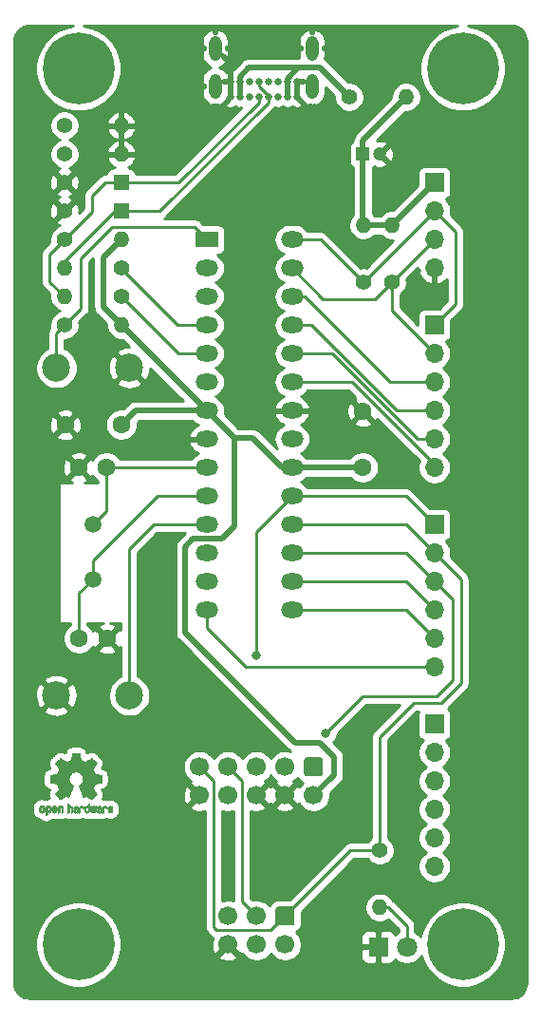
<source format=gtl>
G04 #@! TF.GenerationSoftware,KiCad,Pcbnew,(5.1.7-0-10_14)*
G04 #@! TF.CreationDate,2020-11-10T17:03:04+01:00*
G04 #@! TF.ProjectId,328p-standalone,33323870-2d73-4746-916e-64616c6f6e65,rev?*
G04 #@! TF.SameCoordinates,Original*
G04 #@! TF.FileFunction,Copper,L1,Top*
G04 #@! TF.FilePolarity,Positive*
%FSLAX46Y46*%
G04 Gerber Fmt 4.6, Leading zero omitted, Abs format (unit mm)*
G04 Created by KiCad (PCBNEW (5.1.7-0-10_14)) date 2020-11-10 17:03:04*
%MOMM*%
%LPD*%
G01*
G04 APERTURE LIST*
G04 #@! TA.AperFunction,EtchedComponent*
%ADD10C,0.010000*%
G04 #@! TD*
G04 #@! TA.AperFunction,ComponentPad*
%ADD11C,2.500000*%
G04 #@! TD*
G04 #@! TA.AperFunction,ComponentPad*
%ADD12C,1.400000*%
G04 #@! TD*
G04 #@! TA.AperFunction,ComponentPad*
%ADD13R,1.400000X1.400000*%
G04 #@! TD*
G04 #@! TA.AperFunction,ComponentPad*
%ADD14O,2.000000X1.440000*%
G04 #@! TD*
G04 #@! TA.AperFunction,ComponentPad*
%ADD15R,2.000000X1.440000*%
G04 #@! TD*
G04 #@! TA.AperFunction,ComponentPad*
%ADD16O,1.108000X2.216000*%
G04 #@! TD*
G04 #@! TA.AperFunction,ComponentPad*
%ADD17C,0.650000*%
G04 #@! TD*
G04 #@! TA.AperFunction,ComponentPad*
%ADD18C,6.400000*%
G04 #@! TD*
G04 #@! TA.AperFunction,ComponentPad*
%ADD19O,1.400000X1.400000*%
G04 #@! TD*
G04 #@! TA.AperFunction,ComponentPad*
%ADD20C,1.800000*%
G04 #@! TD*
G04 #@! TA.AperFunction,ComponentPad*
%ADD21R,1.800000X1.800000*%
G04 #@! TD*
G04 #@! TA.AperFunction,ComponentPad*
%ADD22C,1.600000*%
G04 #@! TD*
G04 #@! TA.AperFunction,ComponentPad*
%ADD23R,1.200000X1.200000*%
G04 #@! TD*
G04 #@! TA.AperFunction,ComponentPad*
%ADD24C,1.200000*%
G04 #@! TD*
G04 #@! TA.AperFunction,ComponentPad*
%ADD25C,1.700000*%
G04 #@! TD*
G04 #@! TA.AperFunction,ComponentPad*
%ADD26R,1.700000X1.700000*%
G04 #@! TD*
G04 #@! TA.AperFunction,ComponentPad*
%ADD27O,1.700000X1.700000*%
G04 #@! TD*
G04 #@! TA.AperFunction,ComponentPad*
%ADD28C,1.500000*%
G04 #@! TD*
G04 #@! TA.AperFunction,ViaPad*
%ADD29C,0.800000*%
G04 #@! TD*
G04 #@! TA.AperFunction,Conductor*
%ADD30C,0.500000*%
G04 #@! TD*
G04 #@! TA.AperFunction,Conductor*
%ADD31C,0.250000*%
G04 #@! TD*
G04 #@! TA.AperFunction,Conductor*
%ADD32C,0.254000*%
G04 #@! TD*
G04 #@! TA.AperFunction,Conductor*
%ADD33C,0.100000*%
G04 #@! TD*
G04 APERTURE END LIST*
D10*
G36*
X69749744Y-159669918D02*
G01*
X69805201Y-159697568D01*
X69854148Y-159748480D01*
X69867629Y-159767338D01*
X69882314Y-159792015D01*
X69891842Y-159818816D01*
X69897293Y-159854587D01*
X69899747Y-159906169D01*
X69900286Y-159974267D01*
X69897852Y-160067588D01*
X69889394Y-160137657D01*
X69873174Y-160189931D01*
X69847454Y-160229869D01*
X69810497Y-160262929D01*
X69807782Y-160264886D01*
X69771360Y-160284908D01*
X69727502Y-160294815D01*
X69671724Y-160297257D01*
X69581048Y-160297257D01*
X69581010Y-160385283D01*
X69580166Y-160434308D01*
X69575024Y-160463065D01*
X69561587Y-160480311D01*
X69535858Y-160494808D01*
X69529679Y-160497769D01*
X69500764Y-160511648D01*
X69478376Y-160520414D01*
X69461729Y-160521171D01*
X69450036Y-160511023D01*
X69442510Y-160487073D01*
X69438366Y-160446426D01*
X69436815Y-160386186D01*
X69437071Y-160303455D01*
X69438349Y-160195339D01*
X69438748Y-160163000D01*
X69440185Y-160051524D01*
X69441472Y-159978603D01*
X69580971Y-159978603D01*
X69581755Y-160040499D01*
X69585240Y-160080997D01*
X69593124Y-160107708D01*
X69607105Y-160128244D01*
X69616597Y-160138260D01*
X69655404Y-160167567D01*
X69689763Y-160169952D01*
X69725216Y-160145750D01*
X69726114Y-160144857D01*
X69740539Y-160126153D01*
X69749313Y-160100732D01*
X69753739Y-160061584D01*
X69755118Y-160001697D01*
X69755143Y-159988430D01*
X69751812Y-159905901D01*
X69740969Y-159848691D01*
X69721340Y-159813766D01*
X69691650Y-159798094D01*
X69674491Y-159796514D01*
X69633766Y-159803926D01*
X69605832Y-159828330D01*
X69589017Y-159872980D01*
X69581650Y-159941130D01*
X69580971Y-159978603D01*
X69441472Y-159978603D01*
X69441708Y-159965245D01*
X69443677Y-159900333D01*
X69446450Y-159852958D01*
X69450388Y-159819290D01*
X69455849Y-159795498D01*
X69463192Y-159777753D01*
X69472777Y-159762224D01*
X69476887Y-159756381D01*
X69531405Y-159701185D01*
X69600336Y-159669890D01*
X69680072Y-159661165D01*
X69749744Y-159669918D01*
G37*
X69749744Y-159669918D02*
X69805201Y-159697568D01*
X69854148Y-159748480D01*
X69867629Y-159767338D01*
X69882314Y-159792015D01*
X69891842Y-159818816D01*
X69897293Y-159854587D01*
X69899747Y-159906169D01*
X69900286Y-159974267D01*
X69897852Y-160067588D01*
X69889394Y-160137657D01*
X69873174Y-160189931D01*
X69847454Y-160229869D01*
X69810497Y-160262929D01*
X69807782Y-160264886D01*
X69771360Y-160284908D01*
X69727502Y-160294815D01*
X69671724Y-160297257D01*
X69581048Y-160297257D01*
X69581010Y-160385283D01*
X69580166Y-160434308D01*
X69575024Y-160463065D01*
X69561587Y-160480311D01*
X69535858Y-160494808D01*
X69529679Y-160497769D01*
X69500764Y-160511648D01*
X69478376Y-160520414D01*
X69461729Y-160521171D01*
X69450036Y-160511023D01*
X69442510Y-160487073D01*
X69438366Y-160446426D01*
X69436815Y-160386186D01*
X69437071Y-160303455D01*
X69438349Y-160195339D01*
X69438748Y-160163000D01*
X69440185Y-160051524D01*
X69441472Y-159978603D01*
X69580971Y-159978603D01*
X69581755Y-160040499D01*
X69585240Y-160080997D01*
X69593124Y-160107708D01*
X69607105Y-160128244D01*
X69616597Y-160138260D01*
X69655404Y-160167567D01*
X69689763Y-160169952D01*
X69725216Y-160145750D01*
X69726114Y-160144857D01*
X69740539Y-160126153D01*
X69749313Y-160100732D01*
X69753739Y-160061584D01*
X69755118Y-160001697D01*
X69755143Y-159988430D01*
X69751812Y-159905901D01*
X69740969Y-159848691D01*
X69721340Y-159813766D01*
X69691650Y-159798094D01*
X69674491Y-159796514D01*
X69633766Y-159803926D01*
X69605832Y-159828330D01*
X69589017Y-159872980D01*
X69581650Y-159941130D01*
X69580971Y-159978603D01*
X69441472Y-159978603D01*
X69441708Y-159965245D01*
X69443677Y-159900333D01*
X69446450Y-159852958D01*
X69450388Y-159819290D01*
X69455849Y-159795498D01*
X69463192Y-159777753D01*
X69472777Y-159762224D01*
X69476887Y-159756381D01*
X69531405Y-159701185D01*
X69600336Y-159669890D01*
X69680072Y-159661165D01*
X69749744Y-159669918D01*
G36*
X70866093Y-159677780D02*
G01*
X70912672Y-159704723D01*
X70945057Y-159731466D01*
X70968742Y-159759484D01*
X70985059Y-159793748D01*
X70995339Y-159839227D01*
X71000914Y-159900892D01*
X71003116Y-159983711D01*
X71003371Y-160043246D01*
X71003371Y-160262391D01*
X70941686Y-160290044D01*
X70880000Y-160317697D01*
X70872743Y-160077670D01*
X70869744Y-159988028D01*
X70866598Y-159922962D01*
X70862701Y-159878026D01*
X70857447Y-159848770D01*
X70850231Y-159830748D01*
X70840450Y-159819511D01*
X70837312Y-159817079D01*
X70789761Y-159798083D01*
X70741697Y-159805600D01*
X70713086Y-159825543D01*
X70701447Y-159839675D01*
X70693391Y-159858220D01*
X70688271Y-159886334D01*
X70685441Y-159929173D01*
X70684256Y-159991895D01*
X70684057Y-160057261D01*
X70684018Y-160139268D01*
X70682614Y-160197316D01*
X70677914Y-160236465D01*
X70667987Y-160261780D01*
X70650903Y-160278323D01*
X70624732Y-160291156D01*
X70589775Y-160304491D01*
X70551596Y-160319007D01*
X70556141Y-160061389D01*
X70557971Y-159968519D01*
X70560112Y-159899889D01*
X70563181Y-159850711D01*
X70567794Y-159816198D01*
X70574568Y-159791562D01*
X70584119Y-159772016D01*
X70595634Y-159754770D01*
X70651190Y-159699680D01*
X70718980Y-159667822D01*
X70792713Y-159660191D01*
X70866093Y-159677780D01*
G37*
X70866093Y-159677780D02*
X70912672Y-159704723D01*
X70945057Y-159731466D01*
X70968742Y-159759484D01*
X70985059Y-159793748D01*
X70995339Y-159839227D01*
X71000914Y-159900892D01*
X71003116Y-159983711D01*
X71003371Y-160043246D01*
X71003371Y-160262391D01*
X70941686Y-160290044D01*
X70880000Y-160317697D01*
X70872743Y-160077670D01*
X70869744Y-159988028D01*
X70866598Y-159922962D01*
X70862701Y-159878026D01*
X70857447Y-159848770D01*
X70850231Y-159830748D01*
X70840450Y-159819511D01*
X70837312Y-159817079D01*
X70789761Y-159798083D01*
X70741697Y-159805600D01*
X70713086Y-159825543D01*
X70701447Y-159839675D01*
X70693391Y-159858220D01*
X70688271Y-159886334D01*
X70685441Y-159929173D01*
X70684256Y-159991895D01*
X70684057Y-160057261D01*
X70684018Y-160139268D01*
X70682614Y-160197316D01*
X70677914Y-160236465D01*
X70667987Y-160261780D01*
X70650903Y-160278323D01*
X70624732Y-160291156D01*
X70589775Y-160304491D01*
X70551596Y-160319007D01*
X70556141Y-160061389D01*
X70557971Y-159968519D01*
X70560112Y-159899889D01*
X70563181Y-159850711D01*
X70567794Y-159816198D01*
X70574568Y-159791562D01*
X70584119Y-159772016D01*
X70595634Y-159754770D01*
X70651190Y-159699680D01*
X70718980Y-159667822D01*
X70792713Y-159660191D01*
X70866093Y-159677780D01*
G36*
X69191115Y-159671962D02*
G01*
X69259145Y-159707733D01*
X69309351Y-159765301D01*
X69327185Y-159802312D01*
X69341063Y-159857882D01*
X69348167Y-159928096D01*
X69348840Y-160004727D01*
X69343427Y-160079552D01*
X69332270Y-160144342D01*
X69315714Y-160190873D01*
X69310626Y-160198887D01*
X69250355Y-160258707D01*
X69178769Y-160294535D01*
X69101092Y-160305020D01*
X69022548Y-160288810D01*
X69000689Y-160279092D01*
X68958122Y-160249143D01*
X68920763Y-160209433D01*
X68917232Y-160204397D01*
X68902881Y-160180124D01*
X68893394Y-160154178D01*
X68887790Y-160120022D01*
X68885086Y-160071119D01*
X68884299Y-160000935D01*
X68884286Y-159985200D01*
X68884322Y-159980192D01*
X69029429Y-159980192D01*
X69030273Y-160046430D01*
X69033596Y-160090386D01*
X69040583Y-160118779D01*
X69052416Y-160138325D01*
X69058457Y-160144857D01*
X69093186Y-160169680D01*
X69126903Y-160168548D01*
X69160995Y-160147016D01*
X69181329Y-160124029D01*
X69193371Y-160090478D01*
X69200134Y-160037569D01*
X69200598Y-160031399D01*
X69201752Y-159935513D01*
X69189688Y-159864299D01*
X69164570Y-159818194D01*
X69126560Y-159797635D01*
X69112992Y-159796514D01*
X69077364Y-159802152D01*
X69052994Y-159821686D01*
X69038093Y-159859042D01*
X69030875Y-159918150D01*
X69029429Y-159980192D01*
X68884322Y-159980192D01*
X68884826Y-159910413D01*
X68887096Y-159858159D01*
X68892068Y-159821949D01*
X68900713Y-159795299D01*
X68914005Y-159771722D01*
X68916943Y-159767338D01*
X68966313Y-159708249D01*
X69020109Y-159673947D01*
X69085602Y-159660331D01*
X69107842Y-159659665D01*
X69191115Y-159671962D01*
G37*
X69191115Y-159671962D02*
X69259145Y-159707733D01*
X69309351Y-159765301D01*
X69327185Y-159802312D01*
X69341063Y-159857882D01*
X69348167Y-159928096D01*
X69348840Y-160004727D01*
X69343427Y-160079552D01*
X69332270Y-160144342D01*
X69315714Y-160190873D01*
X69310626Y-160198887D01*
X69250355Y-160258707D01*
X69178769Y-160294535D01*
X69101092Y-160305020D01*
X69022548Y-160288810D01*
X69000689Y-160279092D01*
X68958122Y-160249143D01*
X68920763Y-160209433D01*
X68917232Y-160204397D01*
X68902881Y-160180124D01*
X68893394Y-160154178D01*
X68887790Y-160120022D01*
X68885086Y-160071119D01*
X68884299Y-160000935D01*
X68884286Y-159985200D01*
X68884322Y-159980192D01*
X69029429Y-159980192D01*
X69030273Y-160046430D01*
X69033596Y-160090386D01*
X69040583Y-160118779D01*
X69052416Y-160138325D01*
X69058457Y-160144857D01*
X69093186Y-160169680D01*
X69126903Y-160168548D01*
X69160995Y-160147016D01*
X69181329Y-160124029D01*
X69193371Y-160090478D01*
X69200134Y-160037569D01*
X69200598Y-160031399D01*
X69201752Y-159935513D01*
X69189688Y-159864299D01*
X69164570Y-159818194D01*
X69126560Y-159797635D01*
X69112992Y-159796514D01*
X69077364Y-159802152D01*
X69052994Y-159821686D01*
X69038093Y-159859042D01*
X69030875Y-159918150D01*
X69029429Y-159980192D01*
X68884322Y-159980192D01*
X68884826Y-159910413D01*
X68887096Y-159858159D01*
X68892068Y-159821949D01*
X68900713Y-159795299D01*
X68914005Y-159771722D01*
X68916943Y-159767338D01*
X68966313Y-159708249D01*
X69020109Y-159673947D01*
X69085602Y-159660331D01*
X69107842Y-159659665D01*
X69191115Y-159671962D01*
G36*
X70318303Y-159681239D02*
G01*
X70375527Y-159719735D01*
X70419749Y-159775335D01*
X70446167Y-159846086D01*
X70451510Y-159898162D01*
X70450903Y-159919893D01*
X70445822Y-159936531D01*
X70431855Y-159951437D01*
X70404589Y-159967973D01*
X70359612Y-159989498D01*
X70292511Y-160019374D01*
X70292171Y-160019524D01*
X70230407Y-160047813D01*
X70179759Y-160072933D01*
X70145404Y-160092179D01*
X70132518Y-160102848D01*
X70132514Y-160102934D01*
X70143872Y-160126166D01*
X70170431Y-160151774D01*
X70200923Y-160170221D01*
X70216370Y-160173886D01*
X70258515Y-160161212D01*
X70294808Y-160129471D01*
X70312517Y-160094572D01*
X70329552Y-160068845D01*
X70362922Y-160039546D01*
X70402149Y-160014235D01*
X70436756Y-160000471D01*
X70443993Y-159999714D01*
X70452139Y-160012160D01*
X70452630Y-160043972D01*
X70446643Y-160086866D01*
X70435357Y-160132558D01*
X70419950Y-160172761D01*
X70419171Y-160174322D01*
X70372804Y-160239062D01*
X70312711Y-160283097D01*
X70244465Y-160304711D01*
X70173638Y-160302185D01*
X70105804Y-160273804D01*
X70102788Y-160271808D01*
X70049427Y-160223448D01*
X70014340Y-160160352D01*
X69994922Y-160077387D01*
X69992316Y-160054078D01*
X69987701Y-159944055D01*
X69993233Y-159892748D01*
X70132514Y-159892748D01*
X70134324Y-159924753D01*
X70144222Y-159934093D01*
X70168898Y-159927105D01*
X70207795Y-159910587D01*
X70251275Y-159889881D01*
X70252356Y-159889333D01*
X70289209Y-159869949D01*
X70304000Y-159857013D01*
X70300353Y-159843451D01*
X70284995Y-159825632D01*
X70245923Y-159799845D01*
X70203846Y-159797950D01*
X70166103Y-159816717D01*
X70140034Y-159852915D01*
X70132514Y-159892748D01*
X69993233Y-159892748D01*
X69997194Y-159856027D01*
X70021550Y-159786212D01*
X70055456Y-159737302D01*
X70116653Y-159687878D01*
X70184063Y-159663359D01*
X70252880Y-159661797D01*
X70318303Y-159681239D01*
G37*
X70318303Y-159681239D02*
X70375527Y-159719735D01*
X70419749Y-159775335D01*
X70446167Y-159846086D01*
X70451510Y-159898162D01*
X70450903Y-159919893D01*
X70445822Y-159936531D01*
X70431855Y-159951437D01*
X70404589Y-159967973D01*
X70359612Y-159989498D01*
X70292511Y-160019374D01*
X70292171Y-160019524D01*
X70230407Y-160047813D01*
X70179759Y-160072933D01*
X70145404Y-160092179D01*
X70132518Y-160102848D01*
X70132514Y-160102934D01*
X70143872Y-160126166D01*
X70170431Y-160151774D01*
X70200923Y-160170221D01*
X70216370Y-160173886D01*
X70258515Y-160161212D01*
X70294808Y-160129471D01*
X70312517Y-160094572D01*
X70329552Y-160068845D01*
X70362922Y-160039546D01*
X70402149Y-160014235D01*
X70436756Y-160000471D01*
X70443993Y-159999714D01*
X70452139Y-160012160D01*
X70452630Y-160043972D01*
X70446643Y-160086866D01*
X70435357Y-160132558D01*
X70419950Y-160172761D01*
X70419171Y-160174322D01*
X70372804Y-160239062D01*
X70312711Y-160283097D01*
X70244465Y-160304711D01*
X70173638Y-160302185D01*
X70105804Y-160273804D01*
X70102788Y-160271808D01*
X70049427Y-160223448D01*
X70014340Y-160160352D01*
X69994922Y-160077387D01*
X69992316Y-160054078D01*
X69987701Y-159944055D01*
X69993233Y-159892748D01*
X70132514Y-159892748D01*
X70134324Y-159924753D01*
X70144222Y-159934093D01*
X70168898Y-159927105D01*
X70207795Y-159910587D01*
X70251275Y-159889881D01*
X70252356Y-159889333D01*
X70289209Y-159869949D01*
X70304000Y-159857013D01*
X70300353Y-159843451D01*
X70284995Y-159825632D01*
X70245923Y-159799845D01*
X70203846Y-159797950D01*
X70166103Y-159816717D01*
X70140034Y-159852915D01*
X70132514Y-159892748D01*
X69993233Y-159892748D01*
X69997194Y-159856027D01*
X70021550Y-159786212D01*
X70055456Y-159737302D01*
X70116653Y-159687878D01*
X70184063Y-159663359D01*
X70252880Y-159661797D01*
X70318303Y-159681239D01*
G36*
X71525886Y-159601289D02*
G01*
X71530139Y-159660613D01*
X71535025Y-159695572D01*
X71541795Y-159710820D01*
X71551702Y-159711015D01*
X71554914Y-159709195D01*
X71597644Y-159696015D01*
X71653227Y-159696785D01*
X71709737Y-159710333D01*
X71745082Y-159727861D01*
X71781321Y-159755861D01*
X71807813Y-159787549D01*
X71825999Y-159827813D01*
X71837322Y-159881543D01*
X71843222Y-159953626D01*
X71845143Y-160048951D01*
X71845177Y-160067237D01*
X71845200Y-160272646D01*
X71799491Y-160288580D01*
X71767027Y-160299420D01*
X71749215Y-160304468D01*
X71748691Y-160304514D01*
X71746937Y-160290828D01*
X71745444Y-160253076D01*
X71744326Y-160196224D01*
X71743697Y-160125234D01*
X71743600Y-160082073D01*
X71743398Y-159996973D01*
X71742358Y-159935981D01*
X71739831Y-159894177D01*
X71735164Y-159866642D01*
X71727707Y-159848456D01*
X71716811Y-159834698D01*
X71710007Y-159828073D01*
X71663272Y-159801375D01*
X71612272Y-159799375D01*
X71566001Y-159821955D01*
X71557444Y-159830107D01*
X71544893Y-159845436D01*
X71536188Y-159863618D01*
X71530631Y-159889909D01*
X71527526Y-159929562D01*
X71526176Y-159987832D01*
X71525886Y-160068173D01*
X71525886Y-160272646D01*
X71480177Y-160288580D01*
X71447713Y-160299420D01*
X71429901Y-160304468D01*
X71429377Y-160304514D01*
X71428037Y-160290623D01*
X71426828Y-160251439D01*
X71425801Y-160190700D01*
X71425002Y-160112141D01*
X71424481Y-160019498D01*
X71424286Y-159916509D01*
X71424286Y-159519342D01*
X71471457Y-159499444D01*
X71518629Y-159479547D01*
X71525886Y-159601289D01*
G37*
X71525886Y-159601289D02*
X71530139Y-159660613D01*
X71535025Y-159695572D01*
X71541795Y-159710820D01*
X71551702Y-159711015D01*
X71554914Y-159709195D01*
X71597644Y-159696015D01*
X71653227Y-159696785D01*
X71709737Y-159710333D01*
X71745082Y-159727861D01*
X71781321Y-159755861D01*
X71807813Y-159787549D01*
X71825999Y-159827813D01*
X71837322Y-159881543D01*
X71843222Y-159953626D01*
X71845143Y-160048951D01*
X71845177Y-160067237D01*
X71845200Y-160272646D01*
X71799491Y-160288580D01*
X71767027Y-160299420D01*
X71749215Y-160304468D01*
X71748691Y-160304514D01*
X71746937Y-160290828D01*
X71745444Y-160253076D01*
X71744326Y-160196224D01*
X71743697Y-160125234D01*
X71743600Y-160082073D01*
X71743398Y-159996973D01*
X71742358Y-159935981D01*
X71739831Y-159894177D01*
X71735164Y-159866642D01*
X71727707Y-159848456D01*
X71716811Y-159834698D01*
X71710007Y-159828073D01*
X71663272Y-159801375D01*
X71612272Y-159799375D01*
X71566001Y-159821955D01*
X71557444Y-159830107D01*
X71544893Y-159845436D01*
X71536188Y-159863618D01*
X71530631Y-159889909D01*
X71527526Y-159929562D01*
X71526176Y-159987832D01*
X71525886Y-160068173D01*
X71525886Y-160272646D01*
X71480177Y-160288580D01*
X71447713Y-160299420D01*
X71429901Y-160304468D01*
X71429377Y-160304514D01*
X71428037Y-160290623D01*
X71426828Y-160251439D01*
X71425801Y-160190700D01*
X71425002Y-160112141D01*
X71424481Y-160019498D01*
X71424286Y-159916509D01*
X71424286Y-159519342D01*
X71471457Y-159499444D01*
X71518629Y-159479547D01*
X71525886Y-159601289D01*
G36*
X72189744Y-159700968D02*
G01*
X72246616Y-159722087D01*
X72247267Y-159722493D01*
X72282440Y-159748380D01*
X72308407Y-159778633D01*
X72326670Y-159818058D01*
X72338732Y-159871462D01*
X72346096Y-159943651D01*
X72350264Y-160039432D01*
X72350629Y-160053078D01*
X72355876Y-160258842D01*
X72311716Y-160281678D01*
X72279763Y-160297110D01*
X72260470Y-160304423D01*
X72259578Y-160304514D01*
X72256239Y-160291022D01*
X72253587Y-160254626D01*
X72251956Y-160201452D01*
X72251600Y-160158393D01*
X72251592Y-160088641D01*
X72248403Y-160044837D01*
X72237288Y-160023944D01*
X72213501Y-160022925D01*
X72172296Y-160038741D01*
X72110086Y-160067815D01*
X72064341Y-160091963D01*
X72040813Y-160112913D01*
X72033896Y-160135747D01*
X72033886Y-160136877D01*
X72045299Y-160176212D01*
X72079092Y-160197462D01*
X72130809Y-160200539D01*
X72168061Y-160200006D01*
X72187703Y-160210735D01*
X72199952Y-160236505D01*
X72207002Y-160269337D01*
X72196842Y-160287966D01*
X72193017Y-160290632D01*
X72157001Y-160301340D01*
X72106566Y-160302856D01*
X72054626Y-160295759D01*
X72017822Y-160282788D01*
X71966938Y-160239585D01*
X71938014Y-160179446D01*
X71932286Y-160132462D01*
X71936657Y-160090082D01*
X71952475Y-160055488D01*
X71983797Y-160024763D01*
X72034678Y-159993990D01*
X72109176Y-159959252D01*
X72113714Y-159957288D01*
X72180821Y-159926287D01*
X72222232Y-159900862D01*
X72239981Y-159878014D01*
X72236107Y-159854745D01*
X72212643Y-159828056D01*
X72205627Y-159821914D01*
X72158630Y-159798100D01*
X72109933Y-159799103D01*
X72067522Y-159822451D01*
X72039384Y-159865675D01*
X72036769Y-159874160D01*
X72011308Y-159915308D01*
X71979001Y-159935128D01*
X71932286Y-159954770D01*
X71932286Y-159903950D01*
X71946496Y-159830082D01*
X71988675Y-159762327D01*
X72010624Y-159739661D01*
X72060517Y-159710569D01*
X72123967Y-159697400D01*
X72189744Y-159700968D01*
G37*
X72189744Y-159700968D02*
X72246616Y-159722087D01*
X72247267Y-159722493D01*
X72282440Y-159748380D01*
X72308407Y-159778633D01*
X72326670Y-159818058D01*
X72338732Y-159871462D01*
X72346096Y-159943651D01*
X72350264Y-160039432D01*
X72350629Y-160053078D01*
X72355876Y-160258842D01*
X72311716Y-160281678D01*
X72279763Y-160297110D01*
X72260470Y-160304423D01*
X72259578Y-160304514D01*
X72256239Y-160291022D01*
X72253587Y-160254626D01*
X72251956Y-160201452D01*
X72251600Y-160158393D01*
X72251592Y-160088641D01*
X72248403Y-160044837D01*
X72237288Y-160023944D01*
X72213501Y-160022925D01*
X72172296Y-160038741D01*
X72110086Y-160067815D01*
X72064341Y-160091963D01*
X72040813Y-160112913D01*
X72033896Y-160135747D01*
X72033886Y-160136877D01*
X72045299Y-160176212D01*
X72079092Y-160197462D01*
X72130809Y-160200539D01*
X72168061Y-160200006D01*
X72187703Y-160210735D01*
X72199952Y-160236505D01*
X72207002Y-160269337D01*
X72196842Y-160287966D01*
X72193017Y-160290632D01*
X72157001Y-160301340D01*
X72106566Y-160302856D01*
X72054626Y-160295759D01*
X72017822Y-160282788D01*
X71966938Y-160239585D01*
X71938014Y-160179446D01*
X71932286Y-160132462D01*
X71936657Y-160090082D01*
X71952475Y-160055488D01*
X71983797Y-160024763D01*
X72034678Y-159993990D01*
X72109176Y-159959252D01*
X72113714Y-159957288D01*
X72180821Y-159926287D01*
X72222232Y-159900862D01*
X72239981Y-159878014D01*
X72236107Y-159854745D01*
X72212643Y-159828056D01*
X72205627Y-159821914D01*
X72158630Y-159798100D01*
X72109933Y-159799103D01*
X72067522Y-159822451D01*
X72039384Y-159865675D01*
X72036769Y-159874160D01*
X72011308Y-159915308D01*
X71979001Y-159935128D01*
X71932286Y-159954770D01*
X71932286Y-159903950D01*
X71946496Y-159830082D01*
X71988675Y-159762327D01*
X72010624Y-159739661D01*
X72060517Y-159710569D01*
X72123967Y-159697400D01*
X72189744Y-159700968D01*
G36*
X72679926Y-159699755D02*
G01*
X72745858Y-159724084D01*
X72799273Y-159767117D01*
X72820164Y-159797409D01*
X72842939Y-159852994D01*
X72842466Y-159893186D01*
X72818562Y-159920217D01*
X72809717Y-159924813D01*
X72771530Y-159939144D01*
X72752028Y-159935472D01*
X72745422Y-159911407D01*
X72745086Y-159898114D01*
X72732992Y-159849210D01*
X72701471Y-159814999D01*
X72657659Y-159798476D01*
X72608695Y-159802634D01*
X72568894Y-159824227D01*
X72555450Y-159836544D01*
X72545921Y-159851487D01*
X72539485Y-159874075D01*
X72535317Y-159909328D01*
X72532597Y-159962266D01*
X72530502Y-160037907D01*
X72529960Y-160061857D01*
X72527981Y-160143790D01*
X72525731Y-160201455D01*
X72522357Y-160239608D01*
X72517006Y-160263004D01*
X72508824Y-160276398D01*
X72496959Y-160284545D01*
X72489362Y-160288144D01*
X72457102Y-160300452D01*
X72438111Y-160304514D01*
X72431836Y-160290948D01*
X72428006Y-160249934D01*
X72426600Y-160180999D01*
X72427598Y-160083669D01*
X72427908Y-160068657D01*
X72430101Y-159979859D01*
X72432693Y-159915019D01*
X72436382Y-159869067D01*
X72441864Y-159836935D01*
X72449835Y-159813553D01*
X72460993Y-159793852D01*
X72466830Y-159785410D01*
X72500296Y-159748057D01*
X72537727Y-159719003D01*
X72542309Y-159716467D01*
X72609426Y-159696443D01*
X72679926Y-159699755D01*
G37*
X72679926Y-159699755D02*
X72745858Y-159724084D01*
X72799273Y-159767117D01*
X72820164Y-159797409D01*
X72842939Y-159852994D01*
X72842466Y-159893186D01*
X72818562Y-159920217D01*
X72809717Y-159924813D01*
X72771530Y-159939144D01*
X72752028Y-159935472D01*
X72745422Y-159911407D01*
X72745086Y-159898114D01*
X72732992Y-159849210D01*
X72701471Y-159814999D01*
X72657659Y-159798476D01*
X72608695Y-159802634D01*
X72568894Y-159824227D01*
X72555450Y-159836544D01*
X72545921Y-159851487D01*
X72539485Y-159874075D01*
X72535317Y-159909328D01*
X72532597Y-159962266D01*
X72530502Y-160037907D01*
X72529960Y-160061857D01*
X72527981Y-160143790D01*
X72525731Y-160201455D01*
X72522357Y-160239608D01*
X72517006Y-160263004D01*
X72508824Y-160276398D01*
X72496959Y-160284545D01*
X72489362Y-160288144D01*
X72457102Y-160300452D01*
X72438111Y-160304514D01*
X72431836Y-160290948D01*
X72428006Y-160249934D01*
X72426600Y-160180999D01*
X72427598Y-160083669D01*
X72427908Y-160068657D01*
X72430101Y-159979859D01*
X72432693Y-159915019D01*
X72436382Y-159869067D01*
X72441864Y-159836935D01*
X72449835Y-159813553D01*
X72460993Y-159793852D01*
X72466830Y-159785410D01*
X72500296Y-159748057D01*
X72537727Y-159719003D01*
X72542309Y-159716467D01*
X72609426Y-159696443D01*
X72679926Y-159699755D01*
G36*
X73340117Y-159815358D02*
G01*
X73339933Y-159923837D01*
X73339219Y-160007287D01*
X73337675Y-160069704D01*
X73335001Y-160115085D01*
X73330894Y-160147429D01*
X73325055Y-160170733D01*
X73317182Y-160188995D01*
X73311221Y-160199418D01*
X73261855Y-160255945D01*
X73199264Y-160291377D01*
X73130013Y-160304090D01*
X73060668Y-160292463D01*
X73019375Y-160271568D01*
X72976025Y-160235422D01*
X72946481Y-160191276D01*
X72928655Y-160133462D01*
X72920463Y-160056313D01*
X72919302Y-159999714D01*
X72919458Y-159995647D01*
X73020857Y-159995647D01*
X73021476Y-160060550D01*
X73024314Y-160103514D01*
X73030840Y-160131622D01*
X73042523Y-160151953D01*
X73056483Y-160167288D01*
X73103365Y-160196890D01*
X73153701Y-160199419D01*
X73201276Y-160174705D01*
X73204979Y-160171356D01*
X73220783Y-160153935D01*
X73230693Y-160133209D01*
X73236058Y-160102362D01*
X73238228Y-160054577D01*
X73238571Y-160001748D01*
X73237827Y-159935381D01*
X73234748Y-159891106D01*
X73228061Y-159862009D01*
X73216496Y-159841173D01*
X73207013Y-159830107D01*
X73162960Y-159802198D01*
X73112224Y-159798843D01*
X73063796Y-159820159D01*
X73054450Y-159828073D01*
X73038540Y-159845647D01*
X73028610Y-159866587D01*
X73023278Y-159897782D01*
X73021163Y-159946122D01*
X73020857Y-159995647D01*
X72919458Y-159995647D01*
X72922810Y-159908568D01*
X72934726Y-159840086D01*
X72957135Y-159788600D01*
X72992124Y-159748443D01*
X73019375Y-159727861D01*
X73068907Y-159705625D01*
X73126316Y-159695304D01*
X73179682Y-159698067D01*
X73209543Y-159709212D01*
X73221261Y-159712383D01*
X73229037Y-159700557D01*
X73234465Y-159668866D01*
X73238571Y-159620593D01*
X73243067Y-159566829D01*
X73249313Y-159534482D01*
X73260676Y-159515985D01*
X73280528Y-159503770D01*
X73293000Y-159498362D01*
X73340171Y-159478601D01*
X73340117Y-159815358D01*
G37*
X73340117Y-159815358D02*
X73339933Y-159923837D01*
X73339219Y-160007287D01*
X73337675Y-160069704D01*
X73335001Y-160115085D01*
X73330894Y-160147429D01*
X73325055Y-160170733D01*
X73317182Y-160188995D01*
X73311221Y-160199418D01*
X73261855Y-160255945D01*
X73199264Y-160291377D01*
X73130013Y-160304090D01*
X73060668Y-160292463D01*
X73019375Y-160271568D01*
X72976025Y-160235422D01*
X72946481Y-160191276D01*
X72928655Y-160133462D01*
X72920463Y-160056313D01*
X72919302Y-159999714D01*
X72919458Y-159995647D01*
X73020857Y-159995647D01*
X73021476Y-160060550D01*
X73024314Y-160103514D01*
X73030840Y-160131622D01*
X73042523Y-160151953D01*
X73056483Y-160167288D01*
X73103365Y-160196890D01*
X73153701Y-160199419D01*
X73201276Y-160174705D01*
X73204979Y-160171356D01*
X73220783Y-160153935D01*
X73230693Y-160133209D01*
X73236058Y-160102362D01*
X73238228Y-160054577D01*
X73238571Y-160001748D01*
X73237827Y-159935381D01*
X73234748Y-159891106D01*
X73228061Y-159862009D01*
X73216496Y-159841173D01*
X73207013Y-159830107D01*
X73162960Y-159802198D01*
X73112224Y-159798843D01*
X73063796Y-159820159D01*
X73054450Y-159828073D01*
X73038540Y-159845647D01*
X73028610Y-159866587D01*
X73023278Y-159897782D01*
X73021163Y-159946122D01*
X73020857Y-159995647D01*
X72919458Y-159995647D01*
X72922810Y-159908568D01*
X72934726Y-159840086D01*
X72957135Y-159788600D01*
X72992124Y-159748443D01*
X73019375Y-159727861D01*
X73068907Y-159705625D01*
X73126316Y-159695304D01*
X73179682Y-159698067D01*
X73209543Y-159709212D01*
X73221261Y-159712383D01*
X73229037Y-159700557D01*
X73234465Y-159668866D01*
X73238571Y-159620593D01*
X73243067Y-159566829D01*
X73249313Y-159534482D01*
X73260676Y-159515985D01*
X73280528Y-159503770D01*
X73293000Y-159498362D01*
X73340171Y-159478601D01*
X73340117Y-159815358D01*
G36*
X73929833Y-159708663D02*
G01*
X73932048Y-159746850D01*
X73933784Y-159804886D01*
X73934899Y-159878180D01*
X73935257Y-159955055D01*
X73935257Y-160215196D01*
X73889326Y-160261127D01*
X73857675Y-160289429D01*
X73829890Y-160300893D01*
X73791915Y-160300168D01*
X73776840Y-160298321D01*
X73729726Y-160292948D01*
X73690756Y-160289869D01*
X73681257Y-160289585D01*
X73649233Y-160291445D01*
X73603432Y-160296114D01*
X73585674Y-160298321D01*
X73542057Y-160301735D01*
X73512745Y-160294320D01*
X73483680Y-160271427D01*
X73473188Y-160261127D01*
X73427257Y-160215196D01*
X73427257Y-159728602D01*
X73464226Y-159711758D01*
X73496059Y-159699282D01*
X73514683Y-159694914D01*
X73519458Y-159708718D01*
X73523921Y-159747286D01*
X73527775Y-159806356D01*
X73530722Y-159881663D01*
X73532143Y-159945286D01*
X73536114Y-160195657D01*
X73570759Y-160200556D01*
X73602268Y-160197131D01*
X73617708Y-160186041D01*
X73622023Y-160165308D01*
X73625708Y-160121145D01*
X73628469Y-160059146D01*
X73630012Y-159984909D01*
X73630235Y-159946706D01*
X73630457Y-159726783D01*
X73676166Y-159710849D01*
X73708518Y-159700015D01*
X73726115Y-159694962D01*
X73726623Y-159694914D01*
X73728388Y-159708648D01*
X73730329Y-159746730D01*
X73732282Y-159804482D01*
X73734084Y-159877227D01*
X73735343Y-159945286D01*
X73739314Y-160195657D01*
X73826400Y-160195657D01*
X73830396Y-159967240D01*
X73834392Y-159738822D01*
X73876847Y-159716868D01*
X73908192Y-159701793D01*
X73926744Y-159694951D01*
X73927279Y-159694914D01*
X73929833Y-159708663D01*
G37*
X73929833Y-159708663D02*
X73932048Y-159746850D01*
X73933784Y-159804886D01*
X73934899Y-159878180D01*
X73935257Y-159955055D01*
X73935257Y-160215196D01*
X73889326Y-160261127D01*
X73857675Y-160289429D01*
X73829890Y-160300893D01*
X73791915Y-160300168D01*
X73776840Y-160298321D01*
X73729726Y-160292948D01*
X73690756Y-160289869D01*
X73681257Y-160289585D01*
X73649233Y-160291445D01*
X73603432Y-160296114D01*
X73585674Y-160298321D01*
X73542057Y-160301735D01*
X73512745Y-160294320D01*
X73483680Y-160271427D01*
X73473188Y-160261127D01*
X73427257Y-160215196D01*
X73427257Y-159728602D01*
X73464226Y-159711758D01*
X73496059Y-159699282D01*
X73514683Y-159694914D01*
X73519458Y-159708718D01*
X73523921Y-159747286D01*
X73527775Y-159806356D01*
X73530722Y-159881663D01*
X73532143Y-159945286D01*
X73536114Y-160195657D01*
X73570759Y-160200556D01*
X73602268Y-160197131D01*
X73617708Y-160186041D01*
X73622023Y-160165308D01*
X73625708Y-160121145D01*
X73628469Y-160059146D01*
X73630012Y-159984909D01*
X73630235Y-159946706D01*
X73630457Y-159726783D01*
X73676166Y-159710849D01*
X73708518Y-159700015D01*
X73726115Y-159694962D01*
X73726623Y-159694914D01*
X73728388Y-159708648D01*
X73730329Y-159746730D01*
X73732282Y-159804482D01*
X73734084Y-159877227D01*
X73735343Y-159945286D01*
X73739314Y-160195657D01*
X73826400Y-160195657D01*
X73830396Y-159967240D01*
X73834392Y-159738822D01*
X73876847Y-159716868D01*
X73908192Y-159701793D01*
X73926744Y-159694951D01*
X73927279Y-159694914D01*
X73929833Y-159708663D01*
G36*
X74294876Y-159706335D02*
G01*
X74336667Y-159725344D01*
X74369469Y-159748378D01*
X74393503Y-159774133D01*
X74410097Y-159807358D01*
X74420577Y-159852800D01*
X74426271Y-159915207D01*
X74428507Y-159999327D01*
X74428743Y-160054721D01*
X74428743Y-160270826D01*
X74391774Y-160287670D01*
X74362656Y-160299981D01*
X74348231Y-160304514D01*
X74345472Y-160291025D01*
X74343282Y-160254653D01*
X74341942Y-160201542D01*
X74341657Y-160159372D01*
X74340434Y-160098447D01*
X74337136Y-160050115D01*
X74332321Y-160020518D01*
X74328496Y-160014229D01*
X74302783Y-160020652D01*
X74262418Y-160037125D01*
X74215679Y-160059458D01*
X74170845Y-160083457D01*
X74136193Y-160104930D01*
X74120002Y-160119685D01*
X74119938Y-160119845D01*
X74121330Y-160147152D01*
X74133818Y-160173219D01*
X74155743Y-160194392D01*
X74187743Y-160201474D01*
X74215092Y-160200649D01*
X74253826Y-160200042D01*
X74274158Y-160209116D01*
X74286369Y-160233092D01*
X74287909Y-160237613D01*
X74293203Y-160271806D01*
X74279047Y-160292568D01*
X74242148Y-160302462D01*
X74202289Y-160304292D01*
X74130562Y-160290727D01*
X74093432Y-160271355D01*
X74047576Y-160225845D01*
X74023256Y-160169983D01*
X74021073Y-160110957D01*
X74041629Y-160055953D01*
X74072549Y-160021486D01*
X74103420Y-160002189D01*
X74151942Y-159977759D01*
X74208485Y-159952985D01*
X74217910Y-159949199D01*
X74280019Y-159921791D01*
X74315822Y-159897634D01*
X74327337Y-159873619D01*
X74316580Y-159846635D01*
X74298114Y-159825543D01*
X74254469Y-159799572D01*
X74206446Y-159797624D01*
X74162406Y-159817637D01*
X74130709Y-159857551D01*
X74126549Y-159867848D01*
X74102327Y-159905724D01*
X74066965Y-159933842D01*
X74022343Y-159956917D01*
X74022343Y-159891485D01*
X74024969Y-159851506D01*
X74036230Y-159819997D01*
X74061199Y-159786378D01*
X74085169Y-159760484D01*
X74122441Y-159723817D01*
X74151401Y-159704121D01*
X74182505Y-159696220D01*
X74217713Y-159694914D01*
X74294876Y-159706335D01*
G37*
X74294876Y-159706335D02*
X74336667Y-159725344D01*
X74369469Y-159748378D01*
X74393503Y-159774133D01*
X74410097Y-159807358D01*
X74420577Y-159852800D01*
X74426271Y-159915207D01*
X74428507Y-159999327D01*
X74428743Y-160054721D01*
X74428743Y-160270826D01*
X74391774Y-160287670D01*
X74362656Y-160299981D01*
X74348231Y-160304514D01*
X74345472Y-160291025D01*
X74343282Y-160254653D01*
X74341942Y-160201542D01*
X74341657Y-160159372D01*
X74340434Y-160098447D01*
X74337136Y-160050115D01*
X74332321Y-160020518D01*
X74328496Y-160014229D01*
X74302783Y-160020652D01*
X74262418Y-160037125D01*
X74215679Y-160059458D01*
X74170845Y-160083457D01*
X74136193Y-160104930D01*
X74120002Y-160119685D01*
X74119938Y-160119845D01*
X74121330Y-160147152D01*
X74133818Y-160173219D01*
X74155743Y-160194392D01*
X74187743Y-160201474D01*
X74215092Y-160200649D01*
X74253826Y-160200042D01*
X74274158Y-160209116D01*
X74286369Y-160233092D01*
X74287909Y-160237613D01*
X74293203Y-160271806D01*
X74279047Y-160292568D01*
X74242148Y-160302462D01*
X74202289Y-160304292D01*
X74130562Y-160290727D01*
X74093432Y-160271355D01*
X74047576Y-160225845D01*
X74023256Y-160169983D01*
X74021073Y-160110957D01*
X74041629Y-160055953D01*
X74072549Y-160021486D01*
X74103420Y-160002189D01*
X74151942Y-159977759D01*
X74208485Y-159952985D01*
X74217910Y-159949199D01*
X74280019Y-159921791D01*
X74315822Y-159897634D01*
X74327337Y-159873619D01*
X74316580Y-159846635D01*
X74298114Y-159825543D01*
X74254469Y-159799572D01*
X74206446Y-159797624D01*
X74162406Y-159817637D01*
X74130709Y-159857551D01*
X74126549Y-159867848D01*
X74102327Y-159905724D01*
X74066965Y-159933842D01*
X74022343Y-159956917D01*
X74022343Y-159891485D01*
X74024969Y-159851506D01*
X74036230Y-159819997D01*
X74061199Y-159786378D01*
X74085169Y-159760484D01*
X74122441Y-159723817D01*
X74151401Y-159704121D01*
X74182505Y-159696220D01*
X74217713Y-159694914D01*
X74294876Y-159706335D01*
G36*
X74802600Y-159708752D02*
G01*
X74819948Y-159716334D01*
X74861356Y-159749128D01*
X74896765Y-159796547D01*
X74918664Y-159847151D01*
X74922229Y-159872098D01*
X74910279Y-159906927D01*
X74884067Y-159925357D01*
X74855964Y-159936516D01*
X74843095Y-159938572D01*
X74836829Y-159923649D01*
X74824456Y-159891175D01*
X74819028Y-159876502D01*
X74788590Y-159825744D01*
X74744520Y-159800427D01*
X74688010Y-159801206D01*
X74683825Y-159802203D01*
X74653655Y-159816507D01*
X74631476Y-159844393D01*
X74616327Y-159889287D01*
X74607250Y-159954615D01*
X74603286Y-160043804D01*
X74602914Y-160091261D01*
X74602730Y-160166071D01*
X74601522Y-160217069D01*
X74598309Y-160249471D01*
X74592109Y-160268495D01*
X74581940Y-160279356D01*
X74566819Y-160287272D01*
X74565946Y-160287670D01*
X74536828Y-160299981D01*
X74522403Y-160304514D01*
X74520186Y-160290809D01*
X74518289Y-160252925D01*
X74516847Y-160195715D01*
X74515998Y-160124027D01*
X74515829Y-160071565D01*
X74516692Y-159970047D01*
X74520070Y-159893032D01*
X74527142Y-159836023D01*
X74539088Y-159794526D01*
X74557090Y-159764043D01*
X74582327Y-159740080D01*
X74607247Y-159723355D01*
X74667171Y-159701097D01*
X74736911Y-159696076D01*
X74802600Y-159708752D01*
G37*
X74802600Y-159708752D02*
X74819948Y-159716334D01*
X74861356Y-159749128D01*
X74896765Y-159796547D01*
X74918664Y-159847151D01*
X74922229Y-159872098D01*
X74910279Y-159906927D01*
X74884067Y-159925357D01*
X74855964Y-159936516D01*
X74843095Y-159938572D01*
X74836829Y-159923649D01*
X74824456Y-159891175D01*
X74819028Y-159876502D01*
X74788590Y-159825744D01*
X74744520Y-159800427D01*
X74688010Y-159801206D01*
X74683825Y-159802203D01*
X74653655Y-159816507D01*
X74631476Y-159844393D01*
X74616327Y-159889287D01*
X74607250Y-159954615D01*
X74603286Y-160043804D01*
X74602914Y-160091261D01*
X74602730Y-160166071D01*
X74601522Y-160217069D01*
X74598309Y-160249471D01*
X74592109Y-160268495D01*
X74581940Y-160279356D01*
X74566819Y-160287272D01*
X74565946Y-160287670D01*
X74536828Y-160299981D01*
X74522403Y-160304514D01*
X74520186Y-160290809D01*
X74518289Y-160252925D01*
X74516847Y-160195715D01*
X74515998Y-160124027D01*
X74515829Y-160071565D01*
X74516692Y-159970047D01*
X74520070Y-159893032D01*
X74527142Y-159836023D01*
X74539088Y-159794526D01*
X74557090Y-159764043D01*
X74582327Y-159740080D01*
X74607247Y-159723355D01*
X74667171Y-159701097D01*
X74736911Y-159696076D01*
X74802600Y-159708752D01*
G36*
X75303595Y-159716966D02*
G01*
X75361021Y-159754497D01*
X75388719Y-159788096D01*
X75410662Y-159849064D01*
X75412405Y-159897308D01*
X75408457Y-159961816D01*
X75259686Y-160026934D01*
X75187349Y-160060202D01*
X75140084Y-160086964D01*
X75115507Y-160110144D01*
X75111237Y-160132667D01*
X75124889Y-160157455D01*
X75139943Y-160173886D01*
X75183746Y-160200235D01*
X75231389Y-160202081D01*
X75275145Y-160181546D01*
X75307289Y-160140752D01*
X75313038Y-160126347D01*
X75340576Y-160081356D01*
X75372258Y-160062182D01*
X75415714Y-160045779D01*
X75415714Y-160107966D01*
X75411872Y-160150283D01*
X75396823Y-160185969D01*
X75365280Y-160226943D01*
X75360592Y-160232267D01*
X75325506Y-160268720D01*
X75295347Y-160288283D01*
X75257615Y-160297283D01*
X75226335Y-160300230D01*
X75170385Y-160300965D01*
X75130555Y-160291660D01*
X75105708Y-160277846D01*
X75066656Y-160247467D01*
X75039625Y-160214613D01*
X75022517Y-160173294D01*
X75013238Y-160117521D01*
X75009693Y-160041305D01*
X75009410Y-160002622D01*
X75010372Y-159956247D01*
X75098007Y-159956247D01*
X75099023Y-159981126D01*
X75101556Y-159985200D01*
X75118274Y-159979665D01*
X75154249Y-159965017D01*
X75202331Y-159944190D01*
X75212386Y-159939714D01*
X75273152Y-159908814D01*
X75306632Y-159881657D01*
X75313990Y-159856220D01*
X75296391Y-159830481D01*
X75281856Y-159819109D01*
X75229410Y-159796364D01*
X75180322Y-159800122D01*
X75139227Y-159827884D01*
X75110758Y-159877152D01*
X75101631Y-159916257D01*
X75098007Y-159956247D01*
X75010372Y-159956247D01*
X75011285Y-159912249D01*
X75018196Y-159845384D01*
X75031884Y-159796695D01*
X75054096Y-159760849D01*
X75086574Y-159732513D01*
X75100733Y-159723355D01*
X75165053Y-159699507D01*
X75235473Y-159698006D01*
X75303595Y-159716966D01*
G37*
X75303595Y-159716966D02*
X75361021Y-159754497D01*
X75388719Y-159788096D01*
X75410662Y-159849064D01*
X75412405Y-159897308D01*
X75408457Y-159961816D01*
X75259686Y-160026934D01*
X75187349Y-160060202D01*
X75140084Y-160086964D01*
X75115507Y-160110144D01*
X75111237Y-160132667D01*
X75124889Y-160157455D01*
X75139943Y-160173886D01*
X75183746Y-160200235D01*
X75231389Y-160202081D01*
X75275145Y-160181546D01*
X75307289Y-160140752D01*
X75313038Y-160126347D01*
X75340576Y-160081356D01*
X75372258Y-160062182D01*
X75415714Y-160045779D01*
X75415714Y-160107966D01*
X75411872Y-160150283D01*
X75396823Y-160185969D01*
X75365280Y-160226943D01*
X75360592Y-160232267D01*
X75325506Y-160268720D01*
X75295347Y-160288283D01*
X75257615Y-160297283D01*
X75226335Y-160300230D01*
X75170385Y-160300965D01*
X75130555Y-160291660D01*
X75105708Y-160277846D01*
X75066656Y-160247467D01*
X75039625Y-160214613D01*
X75022517Y-160173294D01*
X75013238Y-160117521D01*
X75009693Y-160041305D01*
X75009410Y-160002622D01*
X75010372Y-159956247D01*
X75098007Y-159956247D01*
X75099023Y-159981126D01*
X75101556Y-159985200D01*
X75118274Y-159979665D01*
X75154249Y-159965017D01*
X75202331Y-159944190D01*
X75212386Y-159939714D01*
X75273152Y-159908814D01*
X75306632Y-159881657D01*
X75313990Y-159856220D01*
X75296391Y-159830481D01*
X75281856Y-159819109D01*
X75229410Y-159796364D01*
X75180322Y-159800122D01*
X75139227Y-159827884D01*
X75110758Y-159877152D01*
X75101631Y-159916257D01*
X75098007Y-159956247D01*
X75010372Y-159956247D01*
X75011285Y-159912249D01*
X75018196Y-159845384D01*
X75031884Y-159796695D01*
X75054096Y-159760849D01*
X75086574Y-159732513D01*
X75100733Y-159723355D01*
X75165053Y-159699507D01*
X75235473Y-159698006D01*
X75303595Y-159716966D01*
G36*
X72253910Y-154992348D02*
G01*
X72332454Y-154992778D01*
X72389298Y-154993942D01*
X72428105Y-154996207D01*
X72452538Y-154999940D01*
X72466262Y-155005506D01*
X72472940Y-155013273D01*
X72476236Y-155023605D01*
X72476556Y-155024943D01*
X72481562Y-155049079D01*
X72490829Y-155096701D01*
X72503392Y-155162741D01*
X72518287Y-155242128D01*
X72534551Y-155329796D01*
X72535119Y-155332875D01*
X72551410Y-155418789D01*
X72566652Y-155494696D01*
X72579861Y-155556045D01*
X72590054Y-155598282D01*
X72596248Y-155616855D01*
X72596543Y-155617184D01*
X72614788Y-155626253D01*
X72652405Y-155641367D01*
X72701271Y-155659262D01*
X72701543Y-155659358D01*
X72763093Y-155682493D01*
X72835657Y-155711965D01*
X72904057Y-155741597D01*
X72907294Y-155743062D01*
X73018702Y-155793626D01*
X73265399Y-155625160D01*
X73341077Y-155573803D01*
X73409631Y-155527889D01*
X73467088Y-155490030D01*
X73509476Y-155462837D01*
X73532825Y-155448921D01*
X73535042Y-155447889D01*
X73552010Y-155452484D01*
X73583701Y-155474655D01*
X73631352Y-155515447D01*
X73696198Y-155575905D01*
X73762397Y-155640227D01*
X73826214Y-155703612D01*
X73883329Y-155761451D01*
X73930305Y-155810175D01*
X73963703Y-155846210D01*
X73980085Y-155865984D01*
X73980694Y-155867002D01*
X73982505Y-155880572D01*
X73975683Y-155902733D01*
X73958540Y-155936478D01*
X73929393Y-155984800D01*
X73886555Y-156050692D01*
X73829448Y-156135517D01*
X73778766Y-156210177D01*
X73733461Y-156277140D01*
X73696150Y-156332516D01*
X73669452Y-156372420D01*
X73655985Y-156392962D01*
X73655137Y-156394356D01*
X73656781Y-156414038D01*
X73669245Y-156452293D01*
X73690048Y-156501889D01*
X73697462Y-156517728D01*
X73729814Y-156588290D01*
X73764328Y-156668353D01*
X73792365Y-156737629D01*
X73812568Y-156789045D01*
X73828615Y-156828119D01*
X73837888Y-156848541D01*
X73839041Y-156850114D01*
X73856096Y-156852721D01*
X73896298Y-156859863D01*
X73954302Y-156870523D01*
X74024763Y-156883685D01*
X74102335Y-156898333D01*
X74181672Y-156913449D01*
X74257431Y-156928018D01*
X74324264Y-156941022D01*
X74376828Y-156951445D01*
X74409776Y-156958270D01*
X74417857Y-156960199D01*
X74426205Y-156964962D01*
X74432506Y-156975718D01*
X74437045Y-156996098D01*
X74440104Y-157029734D01*
X74441967Y-157080255D01*
X74442918Y-157151292D01*
X74443240Y-157246476D01*
X74443257Y-157285492D01*
X74443257Y-157602799D01*
X74367057Y-157617839D01*
X74324663Y-157625995D01*
X74261400Y-157637899D01*
X74184962Y-157652116D01*
X74103043Y-157667210D01*
X74080400Y-157671355D01*
X74004806Y-157686053D01*
X73938953Y-157700505D01*
X73888366Y-157713375D01*
X73858574Y-157723322D01*
X73853612Y-157726287D01*
X73841426Y-157747283D01*
X73823953Y-157787967D01*
X73804577Y-157840322D01*
X73800734Y-157851600D01*
X73775339Y-157921523D01*
X73743817Y-158000418D01*
X73712969Y-158071266D01*
X73712817Y-158071595D01*
X73661447Y-158182733D01*
X73830399Y-158431253D01*
X73999352Y-158679772D01*
X73782429Y-158897058D01*
X73716819Y-158961726D01*
X73656979Y-159018733D01*
X73606267Y-159065033D01*
X73568046Y-159097584D01*
X73545675Y-159113343D01*
X73542466Y-159114343D01*
X73523626Y-159106469D01*
X73485180Y-159084578D01*
X73431330Y-159051267D01*
X73366276Y-159009131D01*
X73295940Y-158961943D01*
X73224555Y-158913810D01*
X73160908Y-158871928D01*
X73109041Y-158838871D01*
X73072995Y-158817218D01*
X73056867Y-158809543D01*
X73037189Y-158816037D01*
X72999875Y-158833150D01*
X72952621Y-158857326D01*
X72947612Y-158860013D01*
X72883977Y-158891927D01*
X72840341Y-158907579D01*
X72813202Y-158907745D01*
X72799057Y-158893204D01*
X72798975Y-158893000D01*
X72791905Y-158875779D01*
X72775042Y-158834899D01*
X72749695Y-158773525D01*
X72717171Y-158694819D01*
X72678778Y-158601947D01*
X72635822Y-158498072D01*
X72594222Y-158397502D01*
X72548504Y-158286516D01*
X72506526Y-158183703D01*
X72469548Y-158092215D01*
X72438827Y-158015201D01*
X72415622Y-157955815D01*
X72401190Y-157917209D01*
X72396743Y-157902800D01*
X72407896Y-157886272D01*
X72437069Y-157859930D01*
X72475971Y-157830887D01*
X72586757Y-157739039D01*
X72673351Y-157633759D01*
X72734716Y-157517266D01*
X72769815Y-157391776D01*
X72777608Y-157259507D01*
X72771943Y-157198457D01*
X72741078Y-157071795D01*
X72687920Y-156959941D01*
X72615767Y-156864001D01*
X72527917Y-156785076D01*
X72427665Y-156724270D01*
X72318310Y-156682687D01*
X72203147Y-156661428D01*
X72085475Y-156661599D01*
X71968590Y-156684301D01*
X71855789Y-156730638D01*
X71750369Y-156801713D01*
X71706368Y-156841911D01*
X71621979Y-156945129D01*
X71563222Y-157057925D01*
X71529704Y-157177010D01*
X71521035Y-157299095D01*
X71536823Y-157420893D01*
X71576678Y-157539116D01*
X71640207Y-157650475D01*
X71727021Y-157751684D01*
X71824029Y-157830887D01*
X71864437Y-157861162D01*
X71892982Y-157887219D01*
X71903257Y-157902825D01*
X71897877Y-157919843D01*
X71882575Y-157960500D01*
X71858612Y-158021642D01*
X71827244Y-158100119D01*
X71789732Y-158192780D01*
X71747333Y-158296472D01*
X71705663Y-158397526D01*
X71659690Y-158508607D01*
X71617107Y-158611541D01*
X71579221Y-158703165D01*
X71547340Y-158780316D01*
X71522771Y-158839831D01*
X71506820Y-158878544D01*
X71500910Y-158893000D01*
X71486948Y-158907685D01*
X71459940Y-158907642D01*
X71416413Y-158892099D01*
X71352890Y-158860284D01*
X71352388Y-158860013D01*
X71304560Y-158835323D01*
X71265897Y-158817338D01*
X71244095Y-158809614D01*
X71243133Y-158809543D01*
X71226721Y-158817378D01*
X71190487Y-158839165D01*
X71138474Y-158872328D01*
X71074725Y-158914291D01*
X71004060Y-158961943D01*
X70932116Y-159010191D01*
X70867274Y-159052151D01*
X70813735Y-159085227D01*
X70775697Y-159106821D01*
X70757533Y-159114343D01*
X70740808Y-159104457D01*
X70707180Y-159076826D01*
X70660010Y-159034495D01*
X70602658Y-158980505D01*
X70538484Y-158917899D01*
X70517497Y-158896983D01*
X70300499Y-158679623D01*
X70465668Y-158437220D01*
X70515864Y-158362781D01*
X70559919Y-158295972D01*
X70595362Y-158240665D01*
X70619719Y-158200729D01*
X70630522Y-158180036D01*
X70630838Y-158178563D01*
X70625143Y-158159058D01*
X70609826Y-158119822D01*
X70587537Y-158067430D01*
X70571893Y-158032355D01*
X70542641Y-157965201D01*
X70515094Y-157897358D01*
X70493737Y-157840034D01*
X70487935Y-157822572D01*
X70471452Y-157775938D01*
X70455340Y-157739905D01*
X70446490Y-157726287D01*
X70426960Y-157717952D01*
X70384334Y-157706137D01*
X70324145Y-157692181D01*
X70251922Y-157677422D01*
X70219600Y-157671355D01*
X70137522Y-157656273D01*
X70058795Y-157641669D01*
X69991109Y-157628980D01*
X69942160Y-157619642D01*
X69932943Y-157617839D01*
X69856743Y-157602799D01*
X69856743Y-157285492D01*
X69856914Y-157181154D01*
X69857616Y-157102213D01*
X69859134Y-157045038D01*
X69861749Y-157005999D01*
X69865746Y-156981465D01*
X69871409Y-156967805D01*
X69879020Y-156961389D01*
X69882143Y-156960199D01*
X69900978Y-156955980D01*
X69942588Y-156947562D01*
X70001630Y-156935961D01*
X70072757Y-156922195D01*
X70150625Y-156907280D01*
X70229887Y-156892232D01*
X70305198Y-156878069D01*
X70371213Y-156865806D01*
X70422587Y-156856461D01*
X70453975Y-156851050D01*
X70460959Y-156850114D01*
X70467285Y-156837596D01*
X70481290Y-156804246D01*
X70500355Y-156756377D01*
X70507634Y-156737629D01*
X70536996Y-156665195D01*
X70571571Y-156585170D01*
X70602537Y-156517728D01*
X70625323Y-156466159D01*
X70640482Y-156423785D01*
X70645542Y-156397834D01*
X70644736Y-156394356D01*
X70634041Y-156377936D01*
X70609620Y-156341417D01*
X70574095Y-156288687D01*
X70530087Y-156223635D01*
X70480217Y-156150151D01*
X70470356Y-156135645D01*
X70412492Y-156049704D01*
X70369956Y-155984261D01*
X70341054Y-155936304D01*
X70324090Y-155902820D01*
X70317367Y-155880795D01*
X70319190Y-155867217D01*
X70319236Y-155867131D01*
X70333586Y-155849297D01*
X70365323Y-155814817D01*
X70411010Y-155767268D01*
X70467204Y-155710222D01*
X70530468Y-155647255D01*
X70537602Y-155640227D01*
X70617330Y-155563020D01*
X70678857Y-155506330D01*
X70723421Y-155469110D01*
X70752257Y-155450315D01*
X70764958Y-155447889D01*
X70783494Y-155458471D01*
X70821961Y-155482916D01*
X70876386Y-155518612D01*
X70942798Y-155562947D01*
X71017225Y-155613311D01*
X71034601Y-155625160D01*
X71281297Y-155793626D01*
X71392706Y-155743062D01*
X71460457Y-155713595D01*
X71533183Y-155683959D01*
X71595703Y-155660330D01*
X71598457Y-155659358D01*
X71647360Y-155641457D01*
X71685057Y-155626320D01*
X71703425Y-155617210D01*
X71703456Y-155617184D01*
X71709285Y-155600717D01*
X71719192Y-155560219D01*
X71732195Y-155500242D01*
X71747309Y-155425340D01*
X71763552Y-155340064D01*
X71764881Y-155332875D01*
X71781175Y-155245014D01*
X71796133Y-155165260D01*
X71808791Y-155098681D01*
X71818186Y-155050347D01*
X71823354Y-155025325D01*
X71823444Y-155024943D01*
X71826589Y-155014299D01*
X71832704Y-155006262D01*
X71845453Y-155000467D01*
X71868500Y-154996547D01*
X71905509Y-154994135D01*
X71960144Y-154992865D01*
X72036067Y-154992371D01*
X72136944Y-154992286D01*
X72150000Y-154992286D01*
X72253910Y-154992348D01*
G37*
X72253910Y-154992348D02*
X72332454Y-154992778D01*
X72389298Y-154993942D01*
X72428105Y-154996207D01*
X72452538Y-154999940D01*
X72466262Y-155005506D01*
X72472940Y-155013273D01*
X72476236Y-155023605D01*
X72476556Y-155024943D01*
X72481562Y-155049079D01*
X72490829Y-155096701D01*
X72503392Y-155162741D01*
X72518287Y-155242128D01*
X72534551Y-155329796D01*
X72535119Y-155332875D01*
X72551410Y-155418789D01*
X72566652Y-155494696D01*
X72579861Y-155556045D01*
X72590054Y-155598282D01*
X72596248Y-155616855D01*
X72596543Y-155617184D01*
X72614788Y-155626253D01*
X72652405Y-155641367D01*
X72701271Y-155659262D01*
X72701543Y-155659358D01*
X72763093Y-155682493D01*
X72835657Y-155711965D01*
X72904057Y-155741597D01*
X72907294Y-155743062D01*
X73018702Y-155793626D01*
X73265399Y-155625160D01*
X73341077Y-155573803D01*
X73409631Y-155527889D01*
X73467088Y-155490030D01*
X73509476Y-155462837D01*
X73532825Y-155448921D01*
X73535042Y-155447889D01*
X73552010Y-155452484D01*
X73583701Y-155474655D01*
X73631352Y-155515447D01*
X73696198Y-155575905D01*
X73762397Y-155640227D01*
X73826214Y-155703612D01*
X73883329Y-155761451D01*
X73930305Y-155810175D01*
X73963703Y-155846210D01*
X73980085Y-155865984D01*
X73980694Y-155867002D01*
X73982505Y-155880572D01*
X73975683Y-155902733D01*
X73958540Y-155936478D01*
X73929393Y-155984800D01*
X73886555Y-156050692D01*
X73829448Y-156135517D01*
X73778766Y-156210177D01*
X73733461Y-156277140D01*
X73696150Y-156332516D01*
X73669452Y-156372420D01*
X73655985Y-156392962D01*
X73655137Y-156394356D01*
X73656781Y-156414038D01*
X73669245Y-156452293D01*
X73690048Y-156501889D01*
X73697462Y-156517728D01*
X73729814Y-156588290D01*
X73764328Y-156668353D01*
X73792365Y-156737629D01*
X73812568Y-156789045D01*
X73828615Y-156828119D01*
X73837888Y-156848541D01*
X73839041Y-156850114D01*
X73856096Y-156852721D01*
X73896298Y-156859863D01*
X73954302Y-156870523D01*
X74024763Y-156883685D01*
X74102335Y-156898333D01*
X74181672Y-156913449D01*
X74257431Y-156928018D01*
X74324264Y-156941022D01*
X74376828Y-156951445D01*
X74409776Y-156958270D01*
X74417857Y-156960199D01*
X74426205Y-156964962D01*
X74432506Y-156975718D01*
X74437045Y-156996098D01*
X74440104Y-157029734D01*
X74441967Y-157080255D01*
X74442918Y-157151292D01*
X74443240Y-157246476D01*
X74443257Y-157285492D01*
X74443257Y-157602799D01*
X74367057Y-157617839D01*
X74324663Y-157625995D01*
X74261400Y-157637899D01*
X74184962Y-157652116D01*
X74103043Y-157667210D01*
X74080400Y-157671355D01*
X74004806Y-157686053D01*
X73938953Y-157700505D01*
X73888366Y-157713375D01*
X73858574Y-157723322D01*
X73853612Y-157726287D01*
X73841426Y-157747283D01*
X73823953Y-157787967D01*
X73804577Y-157840322D01*
X73800734Y-157851600D01*
X73775339Y-157921523D01*
X73743817Y-158000418D01*
X73712969Y-158071266D01*
X73712817Y-158071595D01*
X73661447Y-158182733D01*
X73830399Y-158431253D01*
X73999352Y-158679772D01*
X73782429Y-158897058D01*
X73716819Y-158961726D01*
X73656979Y-159018733D01*
X73606267Y-159065033D01*
X73568046Y-159097584D01*
X73545675Y-159113343D01*
X73542466Y-159114343D01*
X73523626Y-159106469D01*
X73485180Y-159084578D01*
X73431330Y-159051267D01*
X73366276Y-159009131D01*
X73295940Y-158961943D01*
X73224555Y-158913810D01*
X73160908Y-158871928D01*
X73109041Y-158838871D01*
X73072995Y-158817218D01*
X73056867Y-158809543D01*
X73037189Y-158816037D01*
X72999875Y-158833150D01*
X72952621Y-158857326D01*
X72947612Y-158860013D01*
X72883977Y-158891927D01*
X72840341Y-158907579D01*
X72813202Y-158907745D01*
X72799057Y-158893204D01*
X72798975Y-158893000D01*
X72791905Y-158875779D01*
X72775042Y-158834899D01*
X72749695Y-158773525D01*
X72717171Y-158694819D01*
X72678778Y-158601947D01*
X72635822Y-158498072D01*
X72594222Y-158397502D01*
X72548504Y-158286516D01*
X72506526Y-158183703D01*
X72469548Y-158092215D01*
X72438827Y-158015201D01*
X72415622Y-157955815D01*
X72401190Y-157917209D01*
X72396743Y-157902800D01*
X72407896Y-157886272D01*
X72437069Y-157859930D01*
X72475971Y-157830887D01*
X72586757Y-157739039D01*
X72673351Y-157633759D01*
X72734716Y-157517266D01*
X72769815Y-157391776D01*
X72777608Y-157259507D01*
X72771943Y-157198457D01*
X72741078Y-157071795D01*
X72687920Y-156959941D01*
X72615767Y-156864001D01*
X72527917Y-156785076D01*
X72427665Y-156724270D01*
X72318310Y-156682687D01*
X72203147Y-156661428D01*
X72085475Y-156661599D01*
X71968590Y-156684301D01*
X71855789Y-156730638D01*
X71750369Y-156801713D01*
X71706368Y-156841911D01*
X71621979Y-156945129D01*
X71563222Y-157057925D01*
X71529704Y-157177010D01*
X71521035Y-157299095D01*
X71536823Y-157420893D01*
X71576678Y-157539116D01*
X71640207Y-157650475D01*
X71727021Y-157751684D01*
X71824029Y-157830887D01*
X71864437Y-157861162D01*
X71892982Y-157887219D01*
X71903257Y-157902825D01*
X71897877Y-157919843D01*
X71882575Y-157960500D01*
X71858612Y-158021642D01*
X71827244Y-158100119D01*
X71789732Y-158192780D01*
X71747333Y-158296472D01*
X71705663Y-158397526D01*
X71659690Y-158508607D01*
X71617107Y-158611541D01*
X71579221Y-158703165D01*
X71547340Y-158780316D01*
X71522771Y-158839831D01*
X71506820Y-158878544D01*
X71500910Y-158893000D01*
X71486948Y-158907685D01*
X71459940Y-158907642D01*
X71416413Y-158892099D01*
X71352890Y-158860284D01*
X71352388Y-158860013D01*
X71304560Y-158835323D01*
X71265897Y-158817338D01*
X71244095Y-158809614D01*
X71243133Y-158809543D01*
X71226721Y-158817378D01*
X71190487Y-158839165D01*
X71138474Y-158872328D01*
X71074725Y-158914291D01*
X71004060Y-158961943D01*
X70932116Y-159010191D01*
X70867274Y-159052151D01*
X70813735Y-159085227D01*
X70775697Y-159106821D01*
X70757533Y-159114343D01*
X70740808Y-159104457D01*
X70707180Y-159076826D01*
X70660010Y-159034495D01*
X70602658Y-158980505D01*
X70538484Y-158917899D01*
X70517497Y-158896983D01*
X70300499Y-158679623D01*
X70465668Y-158437220D01*
X70515864Y-158362781D01*
X70559919Y-158295972D01*
X70595362Y-158240665D01*
X70619719Y-158200729D01*
X70630522Y-158180036D01*
X70630838Y-158178563D01*
X70625143Y-158159058D01*
X70609826Y-158119822D01*
X70587537Y-158067430D01*
X70571893Y-158032355D01*
X70542641Y-157965201D01*
X70515094Y-157897358D01*
X70493737Y-157840034D01*
X70487935Y-157822572D01*
X70471452Y-157775938D01*
X70455340Y-157739905D01*
X70446490Y-157726287D01*
X70426960Y-157717952D01*
X70384334Y-157706137D01*
X70324145Y-157692181D01*
X70251922Y-157677422D01*
X70219600Y-157671355D01*
X70137522Y-157656273D01*
X70058795Y-157641669D01*
X69991109Y-157628980D01*
X69942160Y-157619642D01*
X69932943Y-157617839D01*
X69856743Y-157602799D01*
X69856743Y-157285492D01*
X69856914Y-157181154D01*
X69857616Y-157102213D01*
X69859134Y-157045038D01*
X69861749Y-157005999D01*
X69865746Y-156981465D01*
X69871409Y-156967805D01*
X69879020Y-156961389D01*
X69882143Y-156960199D01*
X69900978Y-156955980D01*
X69942588Y-156947562D01*
X70001630Y-156935961D01*
X70072757Y-156922195D01*
X70150625Y-156907280D01*
X70229887Y-156892232D01*
X70305198Y-156878069D01*
X70371213Y-156865806D01*
X70422587Y-156856461D01*
X70453975Y-156851050D01*
X70460959Y-156850114D01*
X70467285Y-156837596D01*
X70481290Y-156804246D01*
X70500355Y-156756377D01*
X70507634Y-156737629D01*
X70536996Y-156665195D01*
X70571571Y-156585170D01*
X70602537Y-156517728D01*
X70625323Y-156466159D01*
X70640482Y-156423785D01*
X70645542Y-156397834D01*
X70644736Y-156394356D01*
X70634041Y-156377936D01*
X70609620Y-156341417D01*
X70574095Y-156288687D01*
X70530087Y-156223635D01*
X70480217Y-156150151D01*
X70470356Y-156135645D01*
X70412492Y-156049704D01*
X70369956Y-155984261D01*
X70341054Y-155936304D01*
X70324090Y-155902820D01*
X70317367Y-155880795D01*
X70319190Y-155867217D01*
X70319236Y-155867131D01*
X70333586Y-155849297D01*
X70365323Y-155814817D01*
X70411010Y-155767268D01*
X70467204Y-155710222D01*
X70530468Y-155647255D01*
X70537602Y-155640227D01*
X70617330Y-155563020D01*
X70678857Y-155506330D01*
X70723421Y-155469110D01*
X70752257Y-155450315D01*
X70764958Y-155447889D01*
X70783494Y-155458471D01*
X70821961Y-155482916D01*
X70876386Y-155518612D01*
X70942798Y-155562947D01*
X71017225Y-155613311D01*
X71034601Y-155625160D01*
X71281297Y-155793626D01*
X71392706Y-155743062D01*
X71460457Y-155713595D01*
X71533183Y-155683959D01*
X71595703Y-155660330D01*
X71598457Y-155659358D01*
X71647360Y-155641457D01*
X71685057Y-155626320D01*
X71703425Y-155617210D01*
X71703456Y-155617184D01*
X71709285Y-155600717D01*
X71719192Y-155560219D01*
X71732195Y-155500242D01*
X71747309Y-155425340D01*
X71763552Y-155340064D01*
X71764881Y-155332875D01*
X71781175Y-155245014D01*
X71796133Y-155165260D01*
X71808791Y-155098681D01*
X71818186Y-155050347D01*
X71823354Y-155025325D01*
X71823444Y-155024943D01*
X71826589Y-155014299D01*
X71832704Y-155006262D01*
X71845453Y-155000467D01*
X71868500Y-154996547D01*
X71905509Y-154994135D01*
X71960144Y-154992865D01*
X72036067Y-154992371D01*
X72136944Y-154992286D01*
X72150000Y-154992286D01*
X72253910Y-154992348D01*
D11*
X76910000Y-149860000D03*
X70410000Y-149860000D03*
X70410000Y-120650000D03*
X76910000Y-120650000D03*
D12*
X71120000Y-104140000D03*
D13*
X76200000Y-104140000D03*
D12*
X71120000Y-106680000D03*
D13*
X76200000Y-106680000D03*
D14*
X91440000Y-142240000D03*
X83820000Y-142240000D03*
X91440000Y-139700000D03*
X83820000Y-139700000D03*
X91440000Y-137160000D03*
X83820000Y-137160000D03*
X91440000Y-134620000D03*
X83820000Y-134620000D03*
X91440000Y-132080000D03*
X83820000Y-132080000D03*
X91440000Y-129540000D03*
X83820000Y-129540000D03*
X91440000Y-127000000D03*
X83820000Y-127000000D03*
X91440000Y-124460000D03*
X83820000Y-124460000D03*
X91440000Y-121920000D03*
X83820000Y-121920000D03*
X91440000Y-119380000D03*
X83820000Y-119380000D03*
X91440000Y-116840000D03*
X83820000Y-116840000D03*
X91440000Y-114300000D03*
X83820000Y-114300000D03*
X91440000Y-111760000D03*
X83820000Y-111760000D03*
X91440000Y-109220000D03*
D15*
X83820000Y-109220000D03*
D16*
X93225000Y-92165000D03*
X84575000Y-92165000D03*
X84575000Y-95545000D03*
X93225000Y-95545000D03*
D17*
X91875000Y-95175000D03*
X91025000Y-95175000D03*
X90175000Y-95175000D03*
X89325000Y-95175000D03*
X88475000Y-95175000D03*
X87625000Y-95175000D03*
X86775000Y-95175000D03*
X85925000Y-95175000D03*
X85925000Y-96525000D03*
X86775000Y-96525000D03*
X87625000Y-96525000D03*
X88475000Y-96525000D03*
X89325000Y-96525000D03*
X90175000Y-96525000D03*
X91025000Y-96525000D03*
X91875000Y-96525000D03*
D18*
X106680000Y-172050000D03*
X72390000Y-172050000D03*
X106680000Y-93980000D03*
X72390000Y-93980000D03*
D12*
X99250000Y-163675000D03*
D19*
X99250000Y-168755000D03*
D20*
X101665000Y-172275000D03*
D21*
X99125000Y-172275000D03*
D22*
X72390000Y-129540000D03*
X74890000Y-129540000D03*
X72430000Y-144780000D03*
X74930000Y-144780000D03*
D23*
X97750000Y-101600000D03*
D24*
X99250000Y-101600000D03*
D22*
X97750000Y-129540000D03*
X97750000Y-124540000D03*
X71200000Y-125730000D03*
X76200000Y-125730000D03*
D12*
X96520000Y-96520000D03*
D19*
X101600000Y-96520000D03*
G04 #@! TA.AperFunction,ComponentPad*
G36*
G01*
X90215000Y-168675000D02*
X91415000Y-168675000D01*
G75*
G02*
X91665000Y-168925000I0J-250000D01*
G01*
X91665000Y-170125000D01*
G75*
G02*
X91415000Y-170375000I-250000J0D01*
G01*
X90215000Y-170375000D01*
G75*
G02*
X89965000Y-170125000I0J250000D01*
G01*
X89965000Y-168925000D01*
G75*
G02*
X90215000Y-168675000I250000J0D01*
G01*
G37*
G04 #@! TD.AperFunction*
D25*
X88275000Y-169525000D03*
X85735000Y-169525000D03*
X90815000Y-172065000D03*
X88275000Y-172065000D03*
X85735000Y-172065000D03*
X83190000Y-158765000D03*
X85730000Y-158765000D03*
X88270000Y-158765000D03*
X90810000Y-158765000D03*
X93350000Y-158765000D03*
X83190000Y-156225000D03*
X85730000Y-156225000D03*
X88270000Y-156225000D03*
X90810000Y-156225000D03*
G04 #@! TA.AperFunction,ComponentPad*
G36*
G01*
X92750000Y-155375000D02*
X93950000Y-155375000D01*
G75*
G02*
X94200000Y-155625000I0J-250000D01*
G01*
X94200000Y-156825000D01*
G75*
G02*
X93950000Y-157075000I-250000J0D01*
G01*
X92750000Y-157075000D01*
G75*
G02*
X92500000Y-156825000I0J250000D01*
G01*
X92500000Y-155625000D01*
G75*
G02*
X92750000Y-155375000I250000J0D01*
G01*
G37*
G04 #@! TD.AperFunction*
D26*
X104140000Y-104140000D03*
D27*
X104140000Y-106680000D03*
X104140000Y-109220000D03*
X104140000Y-111760000D03*
D26*
X104140000Y-116840000D03*
D27*
X104140000Y-119380000D03*
X104140000Y-121920000D03*
X104140000Y-124460000D03*
X104140000Y-127000000D03*
X104140000Y-129540000D03*
D26*
X104140000Y-134620000D03*
D27*
X104140000Y-137160000D03*
X104140000Y-139700000D03*
X104140000Y-142240000D03*
X104140000Y-144780000D03*
X104140000Y-147320000D03*
X104140000Y-165100000D03*
X104140000Y-162560000D03*
X104140000Y-160020000D03*
X104140000Y-157480000D03*
X104140000Y-154940000D03*
D26*
X104140000Y-152400000D03*
D12*
X71120000Y-116840000D03*
D19*
X76200000Y-116840000D03*
D12*
X71120000Y-99060000D03*
D19*
X76200000Y-99060000D03*
X76200000Y-101600000D03*
D12*
X71120000Y-101600000D03*
D19*
X76200000Y-109220000D03*
D12*
X71120000Y-109220000D03*
X76200000Y-111760000D03*
D19*
X71120000Y-111760000D03*
X71120000Y-114300000D03*
D12*
X76200000Y-114300000D03*
D19*
X97790000Y-107950000D03*
D12*
X97790000Y-113030000D03*
X100330000Y-113030000D03*
D19*
X100330000Y-107950000D03*
D28*
X73660000Y-134620000D03*
X73660000Y-139500000D03*
D29*
X85625000Y-164400000D03*
X98000000Y-158100000D03*
X88250000Y-146250000D03*
X94450000Y-153225000D03*
D30*
X85925000Y-95175000D02*
X85925000Y-96525000D01*
X91875000Y-95175000D02*
X91875000Y-96525000D01*
X91875000Y-95175000D02*
X92474490Y-95175000D01*
X85925000Y-95175000D02*
X85325510Y-95175000D01*
X85925000Y-93515000D02*
X85283391Y-92873391D01*
X85925000Y-95175000D02*
X85925000Y-93515000D01*
D31*
X74890000Y-129540000D02*
X83820000Y-129540000D01*
X74890000Y-133390000D02*
X73660000Y-134620000D01*
X74890000Y-129540000D02*
X74890000Y-133390000D01*
X73660000Y-139500000D02*
X73660000Y-137840000D01*
X79420000Y-132080000D02*
X83820000Y-132080000D01*
X73660000Y-137840000D02*
X79420000Y-132080000D01*
X72430000Y-140730000D02*
X73660000Y-139500000D01*
X72430000Y-144780000D02*
X72430000Y-140730000D01*
X70410000Y-117550000D02*
X71120000Y-116840000D01*
X70410000Y-120650000D02*
X70410000Y-117550000D01*
X72600000Y-115360000D02*
X71120000Y-116840000D01*
X72600000Y-110900000D02*
X72600000Y-115360000D01*
X75400000Y-108100000D02*
X72600000Y-110900000D01*
X82700000Y-108100000D02*
X75400000Y-108100000D01*
X83820000Y-109220000D02*
X82700000Y-108100000D01*
X88475000Y-96984619D02*
X88475000Y-96525000D01*
X81319619Y-104140000D02*
X88475000Y-96984619D01*
X76200000Y-104140000D02*
X81319619Y-104140000D01*
X76200000Y-104140000D02*
X74760000Y-104140000D01*
X74760000Y-104140000D02*
X73600000Y-105300000D01*
X73600000Y-106740000D02*
X71120000Y-109220000D01*
X73600000Y-105300000D02*
X73600000Y-106740000D01*
X69800000Y-112980000D02*
X71120000Y-114300000D01*
X69800000Y-110540000D02*
X69800000Y-112980000D01*
X71120000Y-109220000D02*
X69800000Y-110540000D01*
X89325000Y-96412998D02*
X89325000Y-96525000D01*
X88475000Y-95562998D02*
X89325000Y-96412998D01*
X88475000Y-95175000D02*
X88475000Y-95562998D01*
X89325000Y-96984619D02*
X89325000Y-96525000D01*
X79629619Y-106680000D02*
X89325000Y-96984619D01*
X76200000Y-106680000D02*
X79629619Y-106680000D01*
X71120000Y-111180000D02*
X71120000Y-111760000D01*
X75620000Y-106680000D02*
X71120000Y-111180000D01*
X76200000Y-106680000D02*
X75620000Y-106680000D01*
D30*
X91025000Y-94877998D02*
X91025000Y-95175000D01*
X91916008Y-93986990D02*
X91025000Y-94877998D01*
X91025000Y-96525000D02*
X91025000Y-95175000D01*
X86775000Y-95175000D02*
X86775000Y-96525000D01*
X92002998Y-93900000D02*
X91916008Y-93986990D01*
X93900000Y-93900000D02*
X92002998Y-93900000D01*
X87590381Y-93900000D02*
X92002998Y-93900000D01*
X86775000Y-94715381D02*
X87590381Y-93900000D01*
X86775000Y-95175000D02*
X86775000Y-94715381D01*
X93900000Y-93900000D02*
X96520000Y-96520000D01*
D31*
X101600000Y-134620000D02*
X104140000Y-137160000D01*
X91440000Y-134620000D02*
X101600000Y-134620000D01*
X102275000Y-150525000D02*
X99250000Y-153550000D01*
X106500000Y-139520000D02*
X106500000Y-148775000D01*
X104750000Y-150525000D02*
X102275000Y-150525000D01*
X106500000Y-148775000D02*
X104750000Y-150525000D01*
X104140000Y-137160000D02*
X106500000Y-139520000D01*
X89540000Y-170800000D02*
X90815000Y-169525000D01*
X84450000Y-170525000D02*
X84725000Y-170800000D01*
X84725000Y-170800000D02*
X89540000Y-170800000D01*
X84450000Y-157485000D02*
X84450000Y-170525000D01*
X83190000Y-156225000D02*
X84450000Y-157485000D01*
X99250000Y-163675000D02*
X99250000Y-153550000D01*
X96665000Y-163675000D02*
X96657500Y-163682500D01*
X99250000Y-163675000D02*
X96665000Y-163675000D01*
X96657500Y-163682500D02*
X90815000Y-169525000D01*
X101600000Y-132080000D02*
X104140000Y-134620000D01*
X91440000Y-132080000D02*
X101600000Y-132080000D01*
X88250000Y-135270000D02*
X91440000Y-132080000D01*
X88250000Y-146250000D02*
X88250000Y-135270000D01*
X87000000Y-168250000D02*
X88275000Y-169525000D01*
X87000000Y-157495000D02*
X87000000Y-168250000D01*
X85730000Y-156225000D02*
X87000000Y-157495000D01*
X101600000Y-137160000D02*
X104140000Y-139700000D01*
X91440000Y-137160000D02*
X101600000Y-137160000D01*
X105750000Y-141310000D02*
X104140000Y-139700000D01*
X105750000Y-148500000D02*
X105750000Y-141310000D01*
X99625000Y-149950000D02*
X104300000Y-149950000D01*
X104300000Y-149950000D02*
X105750000Y-148500000D01*
X97725000Y-149950000D02*
X94450000Y-153225000D01*
X99625000Y-149950000D02*
X97725000Y-149950000D01*
X93980000Y-109220000D02*
X97790000Y-113030000D01*
X91440000Y-109220000D02*
X93980000Y-109220000D01*
X97790000Y-113030000D02*
X104140000Y-106680000D01*
X106000000Y-114980000D02*
X106000000Y-108540000D01*
X106000000Y-108540000D02*
X104140000Y-106680000D01*
X104140000Y-116840000D02*
X106000000Y-114980000D01*
X100330000Y-113030000D02*
X104140000Y-109220000D01*
X98860000Y-114500000D02*
X94180000Y-114500000D01*
X94180000Y-114500000D02*
X91440000Y-111760000D01*
X100330000Y-113030000D02*
X98860000Y-114500000D01*
X100330000Y-115570000D02*
X100330000Y-113030000D01*
X104140000Y-119380000D02*
X100330000Y-115570000D01*
X104140000Y-129264998D02*
X104140000Y-129540000D01*
X96795002Y-121920000D02*
X104140000Y-129264998D01*
X91440000Y-121920000D02*
X96795002Y-121920000D01*
X91440000Y-119380000D02*
X95016411Y-119380000D01*
X95016411Y-119380000D02*
X102636411Y-127000000D01*
X102636411Y-127000000D02*
X104140000Y-127000000D01*
X93112822Y-116840000D02*
X100732822Y-124460000D01*
X100732822Y-124460000D02*
X104140000Y-124460000D01*
X91440000Y-116840000D02*
X93112822Y-116840000D01*
X91440000Y-114300000D02*
X92550000Y-114300000D01*
X100170000Y-121920000D02*
X104140000Y-121920000D01*
X92550000Y-114300000D02*
X100170000Y-121920000D01*
X101600000Y-139700000D02*
X104140000Y-142240000D01*
X91440000Y-139700000D02*
X101600000Y-139700000D01*
X101600000Y-142240000D02*
X104140000Y-144780000D01*
X91440000Y-142240000D02*
X101600000Y-142240000D01*
X87320000Y-147320000D02*
X104140000Y-147320000D01*
X83820000Y-143820000D02*
X87320000Y-147320000D01*
X83820000Y-142240000D02*
X83820000Y-143820000D01*
X83820000Y-134620000D02*
X79080000Y-134620000D01*
X76910000Y-136790000D02*
X76910000Y-149860000D01*
X79080000Y-134620000D02*
X76910000Y-136790000D01*
X81180000Y-116840000D02*
X83820000Y-116840000D01*
X76200000Y-111860000D02*
X81180000Y-116840000D01*
X76200000Y-111760000D02*
X76200000Y-111860000D01*
X81280000Y-119380000D02*
X83820000Y-119380000D01*
X76200000Y-114300000D02*
X81280000Y-119380000D01*
D30*
X77470000Y-124460000D02*
X76200000Y-125730000D01*
X83820000Y-124460000D02*
X77470000Y-124460000D01*
X76200000Y-116840000D02*
X83820000Y-124460000D01*
X74600000Y-115240000D02*
X76200000Y-116840000D01*
X74600000Y-110820000D02*
X74600000Y-115240000D01*
X76200000Y-109220000D02*
X74600000Y-110820000D01*
X86300000Y-126940000D02*
X83820000Y-124460000D01*
X97750000Y-100370000D02*
X101600000Y-96520000D01*
X97750000Y-101600000D02*
X97750000Y-100370000D01*
X97790000Y-107950000D02*
X100330000Y-107950000D01*
X100330000Y-107950000D02*
X104140000Y-104140000D01*
X97750000Y-107910000D02*
X97790000Y-107950000D01*
X97750000Y-101600000D02*
X97750000Y-107910000D01*
X91440000Y-129540000D02*
X97750000Y-129540000D01*
X91440000Y-129540000D02*
X90540000Y-129540000D01*
X87940000Y-126940000D02*
X86300000Y-126940000D01*
X90540000Y-129540000D02*
X87940000Y-126940000D01*
X95175000Y-156940000D02*
X93350000Y-158765000D01*
X93907483Y-154050000D02*
X95175000Y-155317517D01*
X91725000Y-154050000D02*
X93907483Y-154050000D01*
X81900000Y-144225000D02*
X91725000Y-154050000D01*
X95175000Y-155317517D02*
X95175000Y-156940000D01*
X86300000Y-126940000D02*
X86300000Y-134800000D01*
X85200000Y-135900000D02*
X82600000Y-135900000D01*
X86300000Y-134800000D02*
X85200000Y-135900000D01*
X81900000Y-136600000D02*
X81900000Y-144225000D01*
X82600000Y-135900000D02*
X81900000Y-136600000D01*
D31*
X101665000Y-170390000D02*
X101665000Y-170495000D01*
X100030000Y-168755000D02*
X101665000Y-170390000D01*
X101665000Y-170495000D02*
X101665000Y-172275000D01*
X99250000Y-168755000D02*
X100030000Y-168755000D01*
D32*
X71271372Y-90292377D02*
X70573446Y-90581467D01*
X69945330Y-91001161D01*
X69411161Y-91535330D01*
X68991467Y-92163446D01*
X68702377Y-92861372D01*
X68555000Y-93602285D01*
X68555000Y-94357715D01*
X68702377Y-95098628D01*
X68991467Y-95796554D01*
X69411161Y-96424670D01*
X69945330Y-96958839D01*
X70573446Y-97378533D01*
X71271372Y-97667623D01*
X72012285Y-97815000D01*
X72767715Y-97815000D01*
X73508628Y-97667623D01*
X74206554Y-97378533D01*
X74834670Y-96958839D01*
X75368839Y-96424670D01*
X75788533Y-95796554D01*
X76077623Y-95098628D01*
X76225000Y-94357715D01*
X76225000Y-93602285D01*
X76077623Y-92861372D01*
X75788533Y-92163446D01*
X75368839Y-91535330D01*
X74834670Y-91001161D01*
X74206554Y-90581467D01*
X73508628Y-90292377D01*
X72843125Y-90160000D01*
X106226875Y-90160000D01*
X105561372Y-90292377D01*
X104863446Y-90581467D01*
X104235330Y-91001161D01*
X103701161Y-91535330D01*
X103281467Y-92163446D01*
X102992377Y-92861372D01*
X102845000Y-93602285D01*
X102845000Y-94357715D01*
X102992377Y-95098628D01*
X103281467Y-95796554D01*
X103701161Y-96424670D01*
X104235330Y-96958839D01*
X104863446Y-97378533D01*
X105561372Y-97667623D01*
X106302285Y-97815000D01*
X107057715Y-97815000D01*
X107798628Y-97667623D01*
X108496554Y-97378533D01*
X109124670Y-96958839D01*
X109658839Y-96424670D01*
X110078533Y-95796554D01*
X110367623Y-95098628D01*
X110515000Y-94357715D01*
X110515000Y-93602285D01*
X110367623Y-92861372D01*
X110078533Y-92163446D01*
X109658839Y-91535330D01*
X109124670Y-91001161D01*
X108496554Y-90581467D01*
X107798628Y-90292377D01*
X107133125Y-90160000D01*
X110967721Y-90160000D01*
X111259659Y-90188625D01*
X111509429Y-90264035D01*
X111739792Y-90386522D01*
X111941980Y-90551422D01*
X112108286Y-90752450D01*
X112232378Y-90981954D01*
X112309531Y-91231195D01*
X112340000Y-91521088D01*
X112340001Y-175467711D01*
X112311375Y-175759660D01*
X112235965Y-176009429D01*
X112113477Y-176239794D01*
X111948579Y-176441979D01*
X111747546Y-176608288D01*
X111518046Y-176732378D01*
X111268805Y-176809531D01*
X110978911Y-176840000D01*
X68032279Y-176840000D01*
X67740340Y-176811375D01*
X67490571Y-176735965D01*
X67260206Y-176613477D01*
X67058021Y-176448579D01*
X66891712Y-176247546D01*
X66767622Y-176018046D01*
X66690469Y-175768805D01*
X66660000Y-175478911D01*
X66660000Y-171672285D01*
X68555000Y-171672285D01*
X68555000Y-172427715D01*
X68702377Y-173168628D01*
X68991467Y-173866554D01*
X69411161Y-174494670D01*
X69945330Y-175028839D01*
X70573446Y-175448533D01*
X71271372Y-175737623D01*
X72012285Y-175885000D01*
X72767715Y-175885000D01*
X73508628Y-175737623D01*
X74206554Y-175448533D01*
X74834670Y-175028839D01*
X75368839Y-174494670D01*
X75788533Y-173866554D01*
X76077623Y-173168628D01*
X76092587Y-173093397D01*
X84886208Y-173093397D01*
X84963843Y-173342472D01*
X85227883Y-173468371D01*
X85511411Y-173540339D01*
X85803531Y-173555611D01*
X86093019Y-173513599D01*
X86368747Y-173415919D01*
X86506157Y-173342472D01*
X86583792Y-173093397D01*
X85735000Y-172244605D01*
X84886208Y-173093397D01*
X76092587Y-173093397D01*
X76225000Y-172427715D01*
X76225000Y-171672285D01*
X76077623Y-170931372D01*
X75788533Y-170233446D01*
X75368839Y-169605330D01*
X74834670Y-169071161D01*
X74206554Y-168651467D01*
X73508628Y-168362377D01*
X72767715Y-168215000D01*
X72012285Y-168215000D01*
X71271372Y-168362377D01*
X70573446Y-168651467D01*
X69945330Y-169071161D01*
X69411161Y-169605330D01*
X68991467Y-170233446D01*
X68702377Y-170931372D01*
X68555000Y-171672285D01*
X66660000Y-171672285D01*
X66660000Y-159985729D01*
X68244286Y-159985729D01*
X68244299Y-160001464D01*
X68244311Y-160001588D01*
X68244339Y-160008111D01*
X68245126Y-160078295D01*
X68246176Y-160087891D01*
X68245631Y-160097527D01*
X68246062Y-160106453D01*
X68248766Y-160155356D01*
X68253325Y-160184924D01*
X68254848Y-160214814D01*
X68256234Y-160223642D01*
X68261838Y-160257798D01*
X68276147Y-160311509D01*
X68289304Y-160365545D01*
X68292315Y-160373959D01*
X68301802Y-160399905D01*
X68325271Y-160448703D01*
X68347472Y-160498119D01*
X68351966Y-160505843D01*
X68366317Y-160530116D01*
X68371742Y-160537530D01*
X68373636Y-160541474D01*
X68380773Y-160550996D01*
X68388128Y-160564466D01*
X68393207Y-160571818D01*
X68396739Y-160576854D01*
X68422360Y-160606709D01*
X68440075Y-160630919D01*
X68442012Y-160632700D01*
X68448548Y-160641421D01*
X68454626Y-160647972D01*
X68491985Y-160687682D01*
X68537407Y-160727372D01*
X68582579Y-160767379D01*
X68585924Y-160769767D01*
X68586042Y-160769870D01*
X68586179Y-160769949D01*
X68589852Y-160772571D01*
X68632419Y-160802520D01*
X68682699Y-160831001D01*
X68732556Y-160860216D01*
X68740696Y-160863903D01*
X68762555Y-160873621D01*
X68764198Y-160874167D01*
X68765700Y-160875008D01*
X68823479Y-160893850D01*
X68881097Y-160912982D01*
X68882803Y-160913197D01*
X68884451Y-160913734D01*
X68893190Y-160915601D01*
X68968979Y-160931243D01*
X68992069Y-160953977D01*
X69023840Y-160988472D01*
X69030548Y-160994376D01*
X69042242Y-161004524D01*
X69046409Y-161007480D01*
X69047659Y-161008711D01*
X69054376Y-161013133D01*
X69083899Y-161034077D01*
X69124512Y-161065124D01*
X69134782Y-161070177D01*
X69144115Y-161076798D01*
X69190719Y-161097697D01*
X69236588Y-161120264D01*
X69247650Y-161123227D01*
X69258086Y-161127907D01*
X69307890Y-161139363D01*
X69357241Y-161152583D01*
X69368650Y-161153340D01*
X69379813Y-161155908D01*
X69430919Y-161157473D01*
X69445266Y-161158425D01*
X69458081Y-161160093D01*
X69464254Y-161159685D01*
X69481873Y-161160854D01*
X69490802Y-161160510D01*
X69507449Y-161159753D01*
X69544927Y-161154350D01*
X69582715Y-161151851D01*
X69606601Y-161145459D01*
X69631077Y-161141930D01*
X69666788Y-161129351D01*
X69703375Y-161119560D01*
X69711718Y-161116360D01*
X69734106Y-161107594D01*
X69746560Y-161101253D01*
X69748888Y-161100433D01*
X69752023Y-161098579D01*
X69769626Y-161092435D01*
X69777709Y-161088624D01*
X69806210Y-161074943D01*
X69806253Y-161074923D01*
X69812432Y-161071962D01*
X69826775Y-161063274D01*
X69842212Y-161056722D01*
X69850027Y-161052390D01*
X69875756Y-161037893D01*
X69924538Y-161003737D01*
X69973625Y-160970029D01*
X69975673Y-160967932D01*
X69978074Y-160966251D01*
X70019259Y-160923305D01*
X70019354Y-160923208D01*
X70032411Y-160925147D01*
X70046000Y-160929328D01*
X70094075Y-160934299D01*
X70141899Y-160941398D01*
X70150827Y-160941778D01*
X70221654Y-160944304D01*
X70264095Y-160941666D01*
X70306622Y-160941685D01*
X70326298Y-160937799D01*
X70346320Y-160936554D01*
X70370155Y-160930275D01*
X70401292Y-160941108D01*
X70406696Y-160941866D01*
X70411867Y-160943567D01*
X70468442Y-160950524D01*
X70524988Y-160958454D01*
X70530432Y-160958148D01*
X70535840Y-160958813D01*
X70592763Y-160954644D01*
X70649698Y-160951443D01*
X70654971Y-160950088D01*
X70660412Y-160949689D01*
X70715436Y-160934544D01*
X70718113Y-160933856D01*
X70766073Y-160947476D01*
X70768233Y-160947652D01*
X70770315Y-160948228D01*
X70830381Y-160952711D01*
X70890567Y-160957610D01*
X70892719Y-160957363D01*
X70894875Y-160957524D01*
X70954771Y-160950242D01*
X71014659Y-160943370D01*
X71016716Y-160942712D01*
X71018868Y-160942450D01*
X71076276Y-160923651D01*
X71133621Y-160905299D01*
X71137416Y-160903630D01*
X71137571Y-160903579D01*
X71137714Y-160903499D01*
X71141801Y-160901701D01*
X71173065Y-160887686D01*
X71176971Y-160889335D01*
X71204692Y-160901551D01*
X71226010Y-160911122D01*
X71226844Y-160911314D01*
X71229662Y-160912556D01*
X71234560Y-160913649D01*
X71239164Y-160915593D01*
X71295415Y-160927232D01*
X71311449Y-160930811D01*
X71347726Y-160939171D01*
X71349093Y-160939213D01*
X71351569Y-160939766D01*
X71356573Y-160939887D01*
X71361479Y-160940902D01*
X71418917Y-160941393D01*
X71420923Y-160941441D01*
X71472573Y-160943043D01*
X71474437Y-160942734D01*
X71476438Y-160942782D01*
X71485345Y-160942062D01*
X71485869Y-160942016D01*
X71486131Y-160941967D01*
X71486381Y-160941969D01*
X71515684Y-160936427D01*
X71540716Y-160931735D01*
X71590476Y-160923477D01*
X71624505Y-160929414D01*
X71630763Y-160930811D01*
X71667040Y-160939171D01*
X71668407Y-160939213D01*
X71670883Y-160939766D01*
X71685919Y-160940129D01*
X71700740Y-160942715D01*
X71747217Y-160941658D01*
X71791887Y-160943043D01*
X71793751Y-160942734D01*
X71795752Y-160942782D01*
X71804659Y-160942062D01*
X71805183Y-160942016D01*
X71815366Y-160940107D01*
X71825614Y-160939874D01*
X71869123Y-160930226D01*
X71915107Y-160922595D01*
X71923721Y-160920218D01*
X71924786Y-160919916D01*
X71959137Y-160928596D01*
X71963040Y-160929157D01*
X71963187Y-160929193D01*
X71963340Y-160929200D01*
X71967982Y-160929867D01*
X72019923Y-160936964D01*
X72068445Y-160938811D01*
X72116861Y-160942774D01*
X72125795Y-160942567D01*
X72176230Y-160941051D01*
X72185950Y-160939802D01*
X72190737Y-160940800D01*
X72213277Y-160941026D01*
X72233214Y-160943843D01*
X72258432Y-160942451D01*
X72285265Y-160943998D01*
X72300372Y-160941902D01*
X72315636Y-160942055D01*
X72324532Y-160941209D01*
X72325425Y-160941118D01*
X72341530Y-160937863D01*
X72351710Y-160937301D01*
X72387548Y-160939542D01*
X72438928Y-160944513D01*
X72449798Y-160943433D01*
X72460704Y-160944115D01*
X72511855Y-160937269D01*
X72563222Y-160932167D01*
X72571973Y-160930358D01*
X72590965Y-160926296D01*
X72633563Y-160912723D01*
X72676867Y-160901538D01*
X72685238Y-160898410D01*
X72717498Y-160886102D01*
X72732126Y-160878814D01*
X72741620Y-160875934D01*
X72746654Y-160873249D01*
X72755261Y-160870294D01*
X72763363Y-160866524D01*
X72770743Y-160863028D01*
X72771706Y-160863515D01*
X72799441Y-160874295D01*
X72825919Y-160887855D01*
X72857504Y-160896863D01*
X72888127Y-160908766D01*
X72917423Y-160913953D01*
X72946034Y-160922113D01*
X72954837Y-160923652D01*
X73024182Y-160935279D01*
X73068296Y-160938300D01*
X73112171Y-160943841D01*
X73130483Y-160942560D01*
X73148796Y-160943814D01*
X73192653Y-160938210D01*
X73236772Y-160935123D01*
X73245572Y-160933571D01*
X73314823Y-160920858D01*
X73345731Y-160911994D01*
X73347142Y-160912524D01*
X73355790Y-160914775D01*
X73385101Y-160922190D01*
X73421959Y-160927762D01*
X73458250Y-160936223D01*
X73483557Y-160937074D01*
X73508604Y-160940860D01*
X73545832Y-160939167D01*
X73583085Y-160940419D01*
X73591998Y-160939783D01*
X73635615Y-160936370D01*
X73645598Y-160934596D01*
X73655732Y-160934475D01*
X73664607Y-160933435D01*
X73675382Y-160932096D01*
X73680926Y-160931531D01*
X73701614Y-160933890D01*
X73714084Y-160935418D01*
X73742540Y-160936106D01*
X73770765Y-160939819D01*
X73779699Y-160940051D01*
X73817674Y-160940776D01*
X73819430Y-160940638D01*
X73821187Y-160940834D01*
X73881739Y-160935727D01*
X73942194Y-160930962D01*
X73943892Y-160930484D01*
X73945652Y-160930336D01*
X73996226Y-160915814D01*
X74002865Y-160917858D01*
X74011633Y-160919580D01*
X74083360Y-160933145D01*
X74090834Y-160933813D01*
X74098077Y-160935750D01*
X74152971Y-160939369D01*
X74207770Y-160944268D01*
X74215225Y-160943472D01*
X74222712Y-160943966D01*
X74231642Y-160943619D01*
X74271501Y-160941789D01*
X74273626Y-160941482D01*
X74275756Y-160941578D01*
X74281309Y-160940737D01*
X74284056Y-160941289D01*
X74316006Y-160941375D01*
X74347780Y-160944513D01*
X74378297Y-160941543D01*
X74408962Y-160941625D01*
X74434794Y-160936583D01*
X74458228Y-160941289D01*
X74476950Y-160941339D01*
X74495478Y-160943947D01*
X74539274Y-160941507D01*
X74583134Y-160941625D01*
X74601500Y-160938040D01*
X74620191Y-160936999D01*
X74651266Y-160929027D01*
X74658052Y-160928395D01*
X74671791Y-160924321D01*
X74705726Y-160917697D01*
X74714270Y-160915077D01*
X74728695Y-160910544D01*
X74736875Y-160907064D01*
X74741179Y-160905960D01*
X74753338Y-160900137D01*
X74777803Y-160892882D01*
X74786058Y-160889459D01*
X74815176Y-160877148D01*
X74819064Y-160875035D01*
X74823276Y-160873658D01*
X74831433Y-160870007D01*
X74832306Y-160869609D01*
X74843568Y-160863079D01*
X74844598Y-160862678D01*
X74858568Y-160870989D01*
X74896861Y-160884587D01*
X74934140Y-160900775D01*
X74955585Y-160905440D01*
X74976272Y-160912786D01*
X74984960Y-160914879D01*
X75024789Y-160924184D01*
X75035358Y-160925585D01*
X75045557Y-160928673D01*
X75097188Y-160933779D01*
X75148613Y-160940594D01*
X75159245Y-160939916D01*
X75169856Y-160940965D01*
X75178792Y-160940910D01*
X75234742Y-160940175D01*
X75256037Y-160937804D01*
X75277463Y-160938185D01*
X75286366Y-160937408D01*
X75317646Y-160934461D01*
X75357295Y-160926767D01*
X75397398Y-160921832D01*
X75406105Y-160919819D01*
X75443837Y-160910819D01*
X75483718Y-160897074D01*
X75524389Y-160885894D01*
X75542638Y-160876768D01*
X75561927Y-160870120D01*
X75598366Y-160848898D01*
X75636104Y-160830026D01*
X75643634Y-160825215D01*
X75673793Y-160805652D01*
X75678726Y-160801719D01*
X75684266Y-160798711D01*
X75727500Y-160762824D01*
X75771451Y-160727777D01*
X75775524Y-160722963D01*
X75780376Y-160718935D01*
X75786618Y-160712540D01*
X75821704Y-160676087D01*
X75827747Y-160668436D01*
X75834968Y-160661881D01*
X75840920Y-160655215D01*
X75845608Y-160649891D01*
X75855342Y-160636377D01*
X75866912Y-160624392D01*
X75872413Y-160617349D01*
X75903955Y-160576375D01*
X75912039Y-160563433D01*
X75921941Y-160551825D01*
X75945067Y-160510557D01*
X75970127Y-160470437D01*
X75975542Y-160456174D01*
X75983002Y-160442862D01*
X75986532Y-160434653D01*
X76001581Y-160398967D01*
X76011001Y-160368658D01*
X76023290Y-160339405D01*
X76029491Y-160309165D01*
X76038652Y-160279689D01*
X76042004Y-160248144D01*
X76048381Y-160217045D01*
X76049250Y-160208151D01*
X76053092Y-160165834D01*
X76052915Y-160141298D01*
X76055652Y-160116902D01*
X76055714Y-160107966D01*
X76055714Y-160045779D01*
X76050771Y-159995364D01*
X76049191Y-159969390D01*
X76051210Y-159936404D01*
X76050233Y-159909737D01*
X76052248Y-159883133D01*
X76051988Y-159874200D01*
X76050245Y-159825957D01*
X76045974Y-159794243D01*
X76044749Y-159762269D01*
X76037659Y-159732494D01*
X76033575Y-159702168D01*
X76023229Y-159671896D01*
X76015815Y-159640761D01*
X76012847Y-159632332D01*
X75990904Y-159571363D01*
X75972447Y-159532484D01*
X75956399Y-159492566D01*
X75945724Y-159476190D01*
X75937338Y-159458526D01*
X75911690Y-159423983D01*
X75888187Y-159387931D01*
X75882551Y-159380996D01*
X75854853Y-159347397D01*
X75833734Y-159326353D01*
X75814884Y-159303268D01*
X75789609Y-159282383D01*
X75766375Y-159259231D01*
X75741576Y-159242693D01*
X75718598Y-159223706D01*
X75711151Y-159218765D01*
X75653725Y-159181234D01*
X75625908Y-159166712D01*
X75599640Y-159149554D01*
X75570678Y-159137880D01*
X75542999Y-159123430D01*
X75512902Y-159114591D01*
X75483792Y-159102857D01*
X75475200Y-159100401D01*
X75407078Y-159081441D01*
X75380771Y-159076825D01*
X75355165Y-159069299D01*
X75319416Y-159066058D01*
X75284052Y-159059853D01*
X75257366Y-159060434D01*
X75230770Y-159058023D01*
X75221835Y-159058151D01*
X75151415Y-159059652D01*
X75111915Y-159064377D01*
X75072186Y-159066281D01*
X75050044Y-159071778D01*
X75027392Y-159074488D01*
X74989573Y-159086792D01*
X74966923Y-159092415D01*
X74940117Y-159083701D01*
X74936302Y-159083246D01*
X74932626Y-159082099D01*
X74923864Y-159080345D01*
X74858175Y-159067669D01*
X74841224Y-159066090D01*
X74824677Y-159062123D01*
X74779159Y-159060309D01*
X74733807Y-159056084D01*
X74716884Y-159057826D01*
X74699870Y-159057148D01*
X74690953Y-159057728D01*
X74621213Y-159062749D01*
X74597725Y-159066772D01*
X74573933Y-159067926D01*
X74536310Y-159077290D01*
X74498099Y-159083834D01*
X74488818Y-159087381D01*
X74491098Y-159084601D01*
X74531241Y-159035714D01*
X74531346Y-159035518D01*
X74531479Y-159035356D01*
X74560831Y-158980505D01*
X74590246Y-158925624D01*
X74590309Y-158925417D01*
X74590411Y-158925227D01*
X74608479Y-158865954D01*
X74618386Y-158833531D01*
X81699389Y-158833531D01*
X81741401Y-159123019D01*
X81839081Y-159398747D01*
X81912528Y-159536157D01*
X82161603Y-159613792D01*
X83010395Y-158765000D01*
X82161603Y-157916208D01*
X81912528Y-157993843D01*
X81786629Y-158257883D01*
X81714661Y-158541411D01*
X81699389Y-158833531D01*
X74618386Y-158833531D01*
X74626747Y-158806170D01*
X74626769Y-158805951D01*
X74626831Y-158805748D01*
X74632924Y-158745262D01*
X74639349Y-158681901D01*
X74639328Y-158681679D01*
X74639349Y-158681471D01*
X74633570Y-158620874D01*
X74627574Y-158557551D01*
X74627511Y-158557340D01*
X74627491Y-158557129D01*
X74609781Y-158497904D01*
X74591869Y-158437857D01*
X74591767Y-158437664D01*
X74591706Y-158437459D01*
X74562670Y-158382497D01*
X74533597Y-158327377D01*
X74533373Y-158327042D01*
X74533360Y-158327018D01*
X74533341Y-158326994D01*
X74528625Y-158319952D01*
X74479650Y-158247914D01*
X74487966Y-158246314D01*
X74488097Y-158246275D01*
X74490986Y-158245726D01*
X74567186Y-158230686D01*
X74625016Y-158213264D01*
X74683005Y-158196197D01*
X74684823Y-158195246D01*
X74686783Y-158194656D01*
X74740117Y-158166339D01*
X74793697Y-158138328D01*
X74795294Y-158137044D01*
X74797104Y-158136083D01*
X74843948Y-158097926D01*
X74891042Y-158060062D01*
X74892359Y-158058492D01*
X74893948Y-158057198D01*
X74932473Y-158010686D01*
X74971330Y-157964378D01*
X74972318Y-157962581D01*
X74973624Y-157961004D01*
X75002355Y-157907943D01*
X75031504Y-157854922D01*
X75032125Y-157852965D01*
X75033099Y-157851166D01*
X75051003Y-157793452D01*
X75069271Y-157735862D01*
X75069499Y-157733829D01*
X75070107Y-157731869D01*
X75076455Y-157671819D01*
X75083195Y-157611735D01*
X75083222Y-157607804D01*
X75083238Y-157607655D01*
X75083224Y-157607504D01*
X75083257Y-157602799D01*
X75083257Y-157285492D01*
X75083255Y-157285475D01*
X75083257Y-157285213D01*
X75083240Y-157246197D01*
X75083230Y-157246094D01*
X75083236Y-157244311D01*
X75082914Y-157149127D01*
X75082901Y-157148999D01*
X75082861Y-157142724D01*
X75081910Y-157071688D01*
X75081571Y-157068652D01*
X75081800Y-157065602D01*
X75081532Y-157056670D01*
X75079669Y-157006150D01*
X75077952Y-156993471D01*
X75078221Y-156980674D01*
X75077474Y-156971769D01*
X75074415Y-156938133D01*
X75067704Y-156902944D01*
X75067513Y-156895923D01*
X75066305Y-156890590D01*
X75063621Y-156865703D01*
X75061739Y-156856967D01*
X75057200Y-156836587D01*
X75052063Y-156820921D01*
X75051017Y-156815438D01*
X75047068Y-156805661D01*
X75039919Y-156774102D01*
X75027675Y-156746553D01*
X75018279Y-156717900D01*
X75005627Y-156695407D01*
X75001957Y-156685481D01*
X74996769Y-156677012D01*
X74989191Y-156659962D01*
X74984728Y-156652220D01*
X74978427Y-156641464D01*
X74964454Y-156622205D01*
X74957045Y-156609033D01*
X74950280Y-156601128D01*
X74936707Y-156578972D01*
X74919755Y-156560597D01*
X74905075Y-156540364D01*
X74877503Y-156514799D01*
X74852011Y-156487167D01*
X74831814Y-156472435D01*
X74813483Y-156455438D01*
X74800913Y-156447693D01*
X74799672Y-156446567D01*
X74780736Y-156435178D01*
X74751099Y-156413560D01*
X74743368Y-156409077D01*
X74735020Y-156404315D01*
X74718537Y-156396939D01*
X74707141Y-156389918D01*
X74702791Y-156388297D01*
X74692634Y-156382188D01*
X74670563Y-156374230D01*
X74667052Y-156372260D01*
X74653436Y-156367809D01*
X74621008Y-156353298D01*
X74597671Y-156347950D01*
X74575133Y-156339824D01*
X74566455Y-156337689D01*
X74558374Y-156335760D01*
X74553252Y-156335056D01*
X74548330Y-156333447D01*
X74539592Y-156331574D01*
X74506645Y-156324749D01*
X74506489Y-156324732D01*
X74501310Y-156323668D01*
X74475466Y-156318543D01*
X74477417Y-156315359D01*
X74506564Y-156267037D01*
X74514672Y-156250037D01*
X74525030Y-156234287D01*
X74529132Y-156226348D01*
X74546275Y-156192603D01*
X74564583Y-156145721D01*
X74584668Y-156099552D01*
X74587356Y-156091029D01*
X74594178Y-156068869D01*
X74595868Y-156060568D01*
X74598934Y-156052664D01*
X74608319Y-155999429D01*
X74619103Y-155946474D01*
X74619149Y-155937999D01*
X74620620Y-155929654D01*
X74619487Y-155875609D01*
X74619779Y-155821570D01*
X74618179Y-155813252D01*
X74618001Y-155804776D01*
X74616881Y-155795910D01*
X74615070Y-155782341D01*
X74614958Y-155781864D01*
X74614940Y-155781370D01*
X74601524Y-155724572D01*
X74593918Y-155684852D01*
X74589836Y-155674769D01*
X74586544Y-155660736D01*
X74586339Y-155660285D01*
X74586227Y-155659809D01*
X74564208Y-155611466D01*
X74547045Y-155569074D01*
X74540274Y-155558743D01*
X74534941Y-155546987D01*
X74534659Y-155546593D01*
X74534452Y-155546139D01*
X74529917Y-155538439D01*
X74529308Y-155537421D01*
X74502914Y-155501738D01*
X74478578Y-155464605D01*
X74472925Y-155457684D01*
X74456543Y-155437911D01*
X74447062Y-155428509D01*
X74439129Y-155417759D01*
X74433100Y-155411163D01*
X74399702Y-155375128D01*
X74398325Y-155373907D01*
X74397200Y-155372443D01*
X74391042Y-155365966D01*
X74344066Y-155317243D01*
X74344012Y-155317197D01*
X74338718Y-155311762D01*
X74281604Y-155253923D01*
X74281496Y-155253833D01*
X74277223Y-155249529D01*
X74213406Y-155186144D01*
X74213318Y-155186072D01*
X74208391Y-155181218D01*
X74142192Y-155116896D01*
X74140520Y-155115563D01*
X74139125Y-155113935D01*
X74132631Y-155107796D01*
X74067785Y-155047338D01*
X74060535Y-155041796D01*
X74054302Y-155035120D01*
X74047554Y-155029262D01*
X73999903Y-154988470D01*
X73977963Y-154973127D01*
X73957863Y-154955421D01*
X73950576Y-154950248D01*
X73918885Y-154928077D01*
X73880824Y-154906651D01*
X73844080Y-154883015D01*
X73826503Y-154876073D01*
X73810040Y-154866805D01*
X73770454Y-154853808D01*
X73760621Y-154848961D01*
X73751993Y-154846643D01*
X73727908Y-154837130D01*
X73719299Y-154834734D01*
X73702331Y-154830140D01*
X73694201Y-154828772D01*
X73691366Y-154827841D01*
X73681483Y-154826632D01*
X73670838Y-154824840D01*
X73639992Y-154816553D01*
X73609398Y-154814500D01*
X73579157Y-154809411D01*
X73547236Y-154810329D01*
X73515366Y-154808191D01*
X73484948Y-154812121D01*
X73454302Y-154813003D01*
X73423163Y-154820104D01*
X73391490Y-154824197D01*
X73362426Y-154833956D01*
X73332523Y-154840776D01*
X73328321Y-154842651D01*
X73326628Y-154843048D01*
X73301749Y-154854331D01*
X73273081Y-154863957D01*
X73264954Y-154867671D01*
X73262737Y-154868703D01*
X73240464Y-154881855D01*
X73218458Y-154891675D01*
X73216765Y-154892871D01*
X73212874Y-154894636D01*
X73205166Y-154899158D01*
X73181817Y-154913074D01*
X73176916Y-154916687D01*
X73171454Y-154919384D01*
X73163899Y-154924157D01*
X73121511Y-154951350D01*
X73121461Y-154951390D01*
X73115331Y-154955368D01*
X73109778Y-154926831D01*
X73109759Y-154926766D01*
X73108225Y-154919104D01*
X73103219Y-154894968D01*
X73101662Y-154889975D01*
X73101020Y-154884783D01*
X73099002Y-154876077D01*
X73098682Y-154874739D01*
X73092393Y-154856525D01*
X73088619Y-154837629D01*
X73085963Y-154829097D01*
X73082667Y-154818765D01*
X73071032Y-154791740D01*
X73066038Y-154775724D01*
X73061792Y-154767909D01*
X73057912Y-154756674D01*
X73050653Y-154744226D01*
X73034374Y-154706041D01*
X73033728Y-154705094D01*
X73033274Y-154704039D01*
X73007406Y-154666391D01*
X72999800Y-154652041D01*
X72985908Y-154634961D01*
X72964007Y-154602842D01*
X72962603Y-154601186D01*
X72962539Y-154601093D01*
X72962453Y-154601009D01*
X72958228Y-154596026D01*
X72951551Y-154588259D01*
X72935233Y-154572659D01*
X72920984Y-154555141D01*
X72890183Y-154529592D01*
X72861264Y-154501946D01*
X72842223Y-154489810D01*
X72824847Y-154475397D01*
X72791986Y-154457573D01*
X72790614Y-154456520D01*
X72787846Y-154455153D01*
X72755933Y-154434813D01*
X72734901Y-154426608D01*
X72715053Y-154415842D01*
X72706796Y-154412426D01*
X72693072Y-154406860D01*
X72685602Y-154404651D01*
X72678624Y-154401204D01*
X72650008Y-154393490D01*
X72639568Y-154389417D01*
X72625777Y-154386958D01*
X72573294Y-154371436D01*
X72565543Y-154370720D01*
X72558023Y-154368693D01*
X72549199Y-154367282D01*
X72524766Y-154363549D01*
X72499379Y-154362180D01*
X72474313Y-154357877D01*
X72465396Y-154357294D01*
X72426589Y-154355029D01*
X72418932Y-154355331D01*
X72411334Y-154354321D01*
X72402401Y-154354076D01*
X72345557Y-154352912D01*
X72345223Y-154352938D01*
X72344893Y-154352899D01*
X72335958Y-154352788D01*
X72257414Y-154352358D01*
X72257280Y-154352370D01*
X72254292Y-154352348D01*
X72150382Y-154352286D01*
X72150357Y-154352288D01*
X72150000Y-154352286D01*
X72136944Y-154352286D01*
X72136912Y-154352289D01*
X72136405Y-154352286D01*
X72035528Y-154352371D01*
X72035375Y-154352386D01*
X72031903Y-154352385D01*
X71955980Y-154352879D01*
X71955099Y-154352971D01*
X71954206Y-154352892D01*
X71945271Y-154353038D01*
X71890636Y-154354308D01*
X71881751Y-154355388D01*
X71872808Y-154354971D01*
X71863887Y-154355490D01*
X71826877Y-154357902D01*
X71798613Y-154362545D01*
X71770005Y-154364171D01*
X71761185Y-154365608D01*
X71738138Y-154369528D01*
X71723055Y-154373641D01*
X71707542Y-154375503D01*
X71662916Y-154390041D01*
X71617632Y-154402389D01*
X71603644Y-154409349D01*
X71588780Y-154414191D01*
X71580619Y-154417833D01*
X71567870Y-154423627D01*
X71543240Y-154437873D01*
X71517221Y-154449421D01*
X71489294Y-154469074D01*
X71459746Y-154486164D01*
X71438346Y-154504927D01*
X71415073Y-154521305D01*
X71391503Y-154545998D01*
X71365828Y-154568510D01*
X71348481Y-154591072D01*
X71343248Y-154596554D01*
X71333894Y-154605823D01*
X71332664Y-154607642D01*
X71328831Y-154611658D01*
X71323370Y-154618732D01*
X71317255Y-154626769D01*
X71301933Y-154651611D01*
X71289693Y-154667530D01*
X71282877Y-154681288D01*
X71263938Y-154709302D01*
X71258727Y-154721660D01*
X71251684Y-154733080D01*
X71244749Y-154751664D01*
X71244627Y-154751867D01*
X71243607Y-154754721D01*
X71241122Y-154761380D01*
X71237194Y-154768389D01*
X71230926Y-154787599D01*
X71215412Y-154824396D01*
X71212821Y-154832948D01*
X71209676Y-154843592D01*
X71208867Y-154847808D01*
X71208011Y-154850102D01*
X71206729Y-154857959D01*
X71202609Y-154869493D01*
X71200500Y-154878176D01*
X71200410Y-154878558D01*
X71199822Y-154882932D01*
X71198451Y-154887134D01*
X71196583Y-154895873D01*
X71191415Y-154920895D01*
X71191406Y-154920978D01*
X71189944Y-154928231D01*
X71184658Y-154955425D01*
X71172961Y-154947753D01*
X71172837Y-154947688D01*
X71172730Y-154947602D01*
X71165221Y-154942756D01*
X71126754Y-154918312D01*
X71117191Y-154913474D01*
X71108527Y-154907151D01*
X71100797Y-154902666D01*
X71082261Y-154892084D01*
X71050978Y-154878077D01*
X71021041Y-154861355D01*
X70994097Y-154852607D01*
X70968261Y-154841039D01*
X70934863Y-154833377D01*
X70902239Y-154822785D01*
X70874107Y-154819438D01*
X70846518Y-154813108D01*
X70812251Y-154812078D01*
X70778208Y-154808027D01*
X70749982Y-154810205D01*
X70721668Y-154809354D01*
X70687850Y-154815000D01*
X70653673Y-154817638D01*
X70644884Y-154819254D01*
X70632182Y-154821680D01*
X70611691Y-154827716D01*
X70598468Y-154829924D01*
X70578102Y-154837611D01*
X70577168Y-154837886D01*
X70521901Y-154853209D01*
X70517304Y-154855521D01*
X70512367Y-154856975D01*
X70461554Y-154883555D01*
X70410310Y-154909323D01*
X70402790Y-154914150D01*
X70373954Y-154932945D01*
X70347901Y-154953814D01*
X70320060Y-154972220D01*
X70313161Y-154977900D01*
X70268597Y-155015120D01*
X70260785Y-155023061D01*
X70251802Y-155029649D01*
X70245188Y-155035659D01*
X70183661Y-155092349D01*
X70181339Y-155094951D01*
X70178571Y-155097089D01*
X70172109Y-155103261D01*
X70092381Y-155180468D01*
X70092284Y-155180583D01*
X70088453Y-155184304D01*
X70081319Y-155191332D01*
X70081223Y-155191447D01*
X70078986Y-155193643D01*
X70015722Y-155256610D01*
X70015636Y-155256714D01*
X70011264Y-155261091D01*
X69955070Y-155318137D01*
X69955032Y-155318184D01*
X69949516Y-155323846D01*
X69903829Y-155371395D01*
X69902343Y-155373279D01*
X69900530Y-155374854D01*
X69894432Y-155381387D01*
X69862695Y-155415867D01*
X69852562Y-155429300D01*
X69840611Y-155441159D01*
X69834961Y-155448083D01*
X69820611Y-155465916D01*
X69796080Y-155503373D01*
X69769724Y-155539060D01*
X69765201Y-155548651D01*
X69759163Y-155557423D01*
X69754894Y-155565273D01*
X69754848Y-155565360D01*
X69753749Y-155568009D01*
X69752178Y-155570407D01*
X69735516Y-155611604D01*
X69716450Y-155652035D01*
X69712773Y-155666729D01*
X69706965Y-155680723D01*
X69706380Y-155683640D01*
X69705344Y-155686201D01*
X69697064Y-155729513D01*
X69686132Y-155773205D01*
X69684882Y-155782054D01*
X69683059Y-155795632D01*
X69682873Y-155800837D01*
X69682401Y-155803190D01*
X69682396Y-155805400D01*
X69681141Y-155811392D01*
X69680545Y-155865965D01*
X69678598Y-155920458D01*
X69679865Y-155928321D01*
X69679778Y-155936291D01*
X69689794Y-155989946D01*
X69698467Y-156043774D01*
X69701236Y-156051238D01*
X69702699Y-156059076D01*
X69705249Y-156067640D01*
X69711972Y-156089665D01*
X69731450Y-156136516D01*
X69749195Y-156184061D01*
X69753179Y-156192061D01*
X69770143Y-156225545D01*
X69780382Y-156241637D01*
X69788345Y-156258969D01*
X69792904Y-156266655D01*
X69821806Y-156314612D01*
X69824694Y-156318490D01*
X69819196Y-156319570D01*
X69819058Y-156319611D01*
X69815682Y-156320270D01*
X69774072Y-156328688D01*
X69771989Y-156329326D01*
X69769820Y-156329563D01*
X69761086Y-156331456D01*
X69742251Y-156335675D01*
X69715006Y-156344646D01*
X69692644Y-156349127D01*
X69678916Y-156354822D01*
X69662631Y-156359021D01*
X69654258Y-156362145D01*
X69651135Y-156363335D01*
X69637224Y-156370259D01*
X69623611Y-156374741D01*
X69603343Y-156386173D01*
X69577272Y-156396989D01*
X69558993Y-156409193D01*
X69539313Y-156418988D01*
X69525005Y-156430030D01*
X69522066Y-156431559D01*
X69520121Y-156433116D01*
X69514819Y-156436107D01*
X69501252Y-156447746D01*
X69473392Y-156466347D01*
X69466520Y-156472059D01*
X69458909Y-156478475D01*
X69448814Y-156488830D01*
X69440430Y-156495301D01*
X69435722Y-156500690D01*
X69424561Y-156509626D01*
X69399194Y-156539732D01*
X69371720Y-156567916D01*
X69359044Y-156587384D01*
X69344078Y-156605146D01*
X69326425Y-156637101D01*
X69325694Y-156638035D01*
X69324401Y-156640589D01*
X69303565Y-156672589D01*
X69294913Y-156694144D01*
X69283680Y-156714478D01*
X69280200Y-156722709D01*
X69274537Y-156736369D01*
X69272474Y-156743153D01*
X69269274Y-156749473D01*
X69261341Y-156777782D01*
X69257037Y-156788506D01*
X69254371Y-156802658D01*
X69254319Y-156802843D01*
X69238191Y-156855870D01*
X69237485Y-156862918D01*
X69235572Y-156869746D01*
X69234074Y-156878555D01*
X69230077Y-156903089D01*
X69228431Y-156928878D01*
X69223839Y-156954314D01*
X69223180Y-156963225D01*
X69220565Y-157002264D01*
X69220826Y-157010731D01*
X69219659Y-157019121D01*
X69219359Y-157028052D01*
X69217841Y-157085227D01*
X69217925Y-157086411D01*
X69217783Y-157087587D01*
X69217641Y-157096522D01*
X69216939Y-157175463D01*
X69216954Y-157175627D01*
X69216915Y-157180105D01*
X69216744Y-157284443D01*
X69216750Y-157284504D01*
X69216743Y-157285492D01*
X69216743Y-157602799D01*
X69222637Y-157662913D01*
X69228152Y-157723104D01*
X69228732Y-157725071D01*
X69228932Y-157727109D01*
X69246385Y-157784916D01*
X69263491Y-157842907D01*
X69264442Y-157844724D01*
X69265034Y-157846684D01*
X69293391Y-157900016D01*
X69321426Y-157953564D01*
X69322710Y-157955159D01*
X69323673Y-157956970D01*
X69361860Y-158003791D01*
X69399752Y-158050861D01*
X69401324Y-158052179D01*
X69402618Y-158053765D01*
X69449096Y-158092215D01*
X69495484Y-158131091D01*
X69497284Y-158132079D01*
X69498860Y-158133383D01*
X69551971Y-158162100D01*
X69604977Y-158191198D01*
X69606930Y-158191816D01*
X69608733Y-158192791D01*
X69666443Y-158210655D01*
X69724059Y-158228894D01*
X69727905Y-158229681D01*
X69728053Y-158229727D01*
X69728209Y-158229743D01*
X69732814Y-158230686D01*
X69809014Y-158245726D01*
X69809086Y-158245733D01*
X69810077Y-158245934D01*
X69819294Y-158247738D01*
X69819435Y-158247752D01*
X69820215Y-158247906D01*
X69771606Y-158319245D01*
X69771548Y-158319351D01*
X69771467Y-158319448D01*
X69740744Y-158375687D01*
X69711681Y-158428838D01*
X69711645Y-158428952D01*
X69711584Y-158429064D01*
X69693080Y-158487941D01*
X69674184Y-158547983D01*
X69674170Y-158548107D01*
X69674134Y-158548223D01*
X69667511Y-158608714D01*
X69660542Y-158672141D01*
X69660553Y-158672264D01*
X69660539Y-158672388D01*
X69665910Y-158734366D01*
X69671278Y-158796586D01*
X69671311Y-158796700D01*
X69671322Y-158796828D01*
X69688844Y-158857326D01*
X69705979Y-158916574D01*
X69706035Y-158916683D01*
X69706070Y-158916803D01*
X69735149Y-158973016D01*
X69762805Y-159026528D01*
X69759849Y-159026157D01*
X69751971Y-159025942D01*
X69744251Y-159024392D01*
X69689611Y-159024243D01*
X69634989Y-159022755D01*
X69627226Y-159024073D01*
X69619346Y-159024052D01*
X69610456Y-159024962D01*
X69530720Y-159033687D01*
X69496956Y-159040768D01*
X69462705Y-159044864D01*
X69435977Y-159053558D01*
X69408474Y-159059326D01*
X69392340Y-159066189D01*
X69373270Y-159058432D01*
X69333052Y-159050661D01*
X69293441Y-159040195D01*
X69284610Y-159038828D01*
X69201337Y-159026531D01*
X69149423Y-159023992D01*
X69097619Y-159019746D01*
X69088685Y-159019952D01*
X69066445Y-159020618D01*
X69015375Y-159027174D01*
X68964093Y-159031971D01*
X68955331Y-159033729D01*
X68889838Y-159047345D01*
X68843065Y-159061953D01*
X68795737Y-159074567D01*
X68783561Y-159080538D01*
X68770612Y-159084582D01*
X68727593Y-159107983D01*
X68683590Y-159129561D01*
X68676022Y-159134313D01*
X68622226Y-159168616D01*
X68597608Y-159187935D01*
X68571229Y-159204754D01*
X68548599Y-159226394D01*
X68523964Y-159245727D01*
X68503575Y-159269451D01*
X68480957Y-159291080D01*
X68475180Y-159297898D01*
X68425810Y-159356987D01*
X68409278Y-159381241D01*
X68390317Y-159403655D01*
X68385290Y-159411044D01*
X68382353Y-159415428D01*
X68372785Y-159433250D01*
X68360942Y-159449663D01*
X68356500Y-159457417D01*
X68343207Y-159480994D01*
X68324972Y-159522313D01*
X68323273Y-159525478D01*
X68322587Y-159527716D01*
X68319243Y-159535295D01*
X68294758Y-159589339D01*
X68292831Y-159595142D01*
X68292776Y-159595267D01*
X68292748Y-159595393D01*
X68291942Y-159597820D01*
X68283297Y-159624470D01*
X68272116Y-159675439D01*
X68259294Y-159726043D01*
X68258017Y-159734887D01*
X68253045Y-159771097D01*
X68252064Y-159796421D01*
X68248149Y-159821458D01*
X68247699Y-159830383D01*
X68245429Y-159882637D01*
X68245816Y-159889763D01*
X68244969Y-159896855D01*
X68244843Y-159905790D01*
X68244339Y-159975570D01*
X68244339Y-159975592D01*
X68244303Y-159980599D01*
X68244317Y-159980749D01*
X68244286Y-159985729D01*
X66660000Y-159985729D01*
X66660000Y-151173605D01*
X69276000Y-151173605D01*
X69401914Y-151463577D01*
X69734126Y-151629433D01*
X70092312Y-151727290D01*
X70462706Y-151753389D01*
X70831075Y-151706725D01*
X71183262Y-151589094D01*
X71418086Y-151463577D01*
X71544000Y-151173605D01*
X70410000Y-150039605D01*
X69276000Y-151173605D01*
X66660000Y-151173605D01*
X66660000Y-149912706D01*
X68516611Y-149912706D01*
X68563275Y-150281075D01*
X68680906Y-150633262D01*
X68806423Y-150868086D01*
X69096395Y-150994000D01*
X70230395Y-149860000D01*
X70589605Y-149860000D01*
X71723605Y-150994000D01*
X72013577Y-150868086D01*
X72179433Y-150535874D01*
X72277290Y-150177688D01*
X72303389Y-149807294D01*
X72256725Y-149438925D01*
X72139094Y-149086738D01*
X72013577Y-148851914D01*
X71723605Y-148726000D01*
X70589605Y-149860000D01*
X70230395Y-149860000D01*
X69096395Y-148726000D01*
X68806423Y-148851914D01*
X68640567Y-149184126D01*
X68542710Y-149542312D01*
X68516611Y-149912706D01*
X66660000Y-149912706D01*
X66660000Y-148546395D01*
X69276000Y-148546395D01*
X70410000Y-149680395D01*
X71544000Y-148546395D01*
X71418086Y-148256423D01*
X71085874Y-148090567D01*
X70727688Y-147992710D01*
X70357294Y-147966611D01*
X69988925Y-148013275D01*
X69636738Y-148130906D01*
X69401914Y-148256423D01*
X69276000Y-148546395D01*
X66660000Y-148546395D01*
X66660000Y-129610512D01*
X70949783Y-129610512D01*
X70991213Y-129890130D01*
X71086397Y-130156292D01*
X71153329Y-130281514D01*
X71397298Y-130353097D01*
X72210395Y-129540000D01*
X71397298Y-128726903D01*
X71153329Y-128798486D01*
X71032429Y-129053996D01*
X70963700Y-129328184D01*
X70949783Y-129610512D01*
X66660000Y-129610512D01*
X66660000Y-128547298D01*
X71576903Y-128547298D01*
X72390000Y-129360395D01*
X73203097Y-128547298D01*
X73131514Y-128303329D01*
X72876004Y-128182429D01*
X72601816Y-128113700D01*
X72319488Y-128099783D01*
X72039870Y-128141213D01*
X71773708Y-128236397D01*
X71648486Y-128303329D01*
X71576903Y-128547298D01*
X66660000Y-128547298D01*
X66660000Y-126722702D01*
X70386903Y-126722702D01*
X70458486Y-126966671D01*
X70713996Y-127087571D01*
X70988184Y-127156300D01*
X71270512Y-127170217D01*
X71550130Y-127128787D01*
X71816292Y-127033603D01*
X71941514Y-126966671D01*
X72013097Y-126722702D01*
X71200000Y-125909605D01*
X70386903Y-126722702D01*
X66660000Y-126722702D01*
X66660000Y-125800512D01*
X69759783Y-125800512D01*
X69801213Y-126080130D01*
X69896397Y-126346292D01*
X69963329Y-126471514D01*
X70207298Y-126543097D01*
X71020395Y-125730000D01*
X71379605Y-125730000D01*
X72192702Y-126543097D01*
X72436671Y-126471514D01*
X72557571Y-126216004D01*
X72626300Y-125941816D01*
X72640217Y-125659488D01*
X72598787Y-125379870D01*
X72503603Y-125113708D01*
X72436671Y-124988486D01*
X72192702Y-124916903D01*
X71379605Y-125730000D01*
X71020395Y-125730000D01*
X70207298Y-124916903D01*
X69963329Y-124988486D01*
X69842429Y-125243996D01*
X69773700Y-125518184D01*
X69759783Y-125800512D01*
X66660000Y-125800512D01*
X66660000Y-124737298D01*
X70386903Y-124737298D01*
X71200000Y-125550395D01*
X72013097Y-124737298D01*
X71941514Y-124493329D01*
X71686004Y-124372429D01*
X71411816Y-124303700D01*
X71129488Y-124289783D01*
X70849870Y-124331213D01*
X70583708Y-124426397D01*
X70458486Y-124493329D01*
X70386903Y-124737298D01*
X66660000Y-124737298D01*
X66660000Y-120464344D01*
X68525000Y-120464344D01*
X68525000Y-120835656D01*
X68597439Y-121199834D01*
X68739534Y-121542882D01*
X68945825Y-121851618D01*
X69208382Y-122114175D01*
X69517118Y-122320466D01*
X69860166Y-122462561D01*
X70224344Y-122535000D01*
X70595656Y-122535000D01*
X70959834Y-122462561D01*
X71302882Y-122320466D01*
X71611618Y-122114175D01*
X71762188Y-121963605D01*
X75776000Y-121963605D01*
X75901914Y-122253577D01*
X76234126Y-122419433D01*
X76592312Y-122517290D01*
X76962706Y-122543389D01*
X77331075Y-122496725D01*
X77683262Y-122379094D01*
X77918086Y-122253577D01*
X78044000Y-121963605D01*
X76910000Y-120829605D01*
X75776000Y-121963605D01*
X71762188Y-121963605D01*
X71874175Y-121851618D01*
X72080466Y-121542882D01*
X72222561Y-121199834D01*
X72295000Y-120835656D01*
X72295000Y-120702706D01*
X75016611Y-120702706D01*
X75063275Y-121071075D01*
X75180906Y-121423262D01*
X75306423Y-121658086D01*
X75596395Y-121784000D01*
X76730395Y-120650000D01*
X75596395Y-119516000D01*
X75306423Y-119641914D01*
X75140567Y-119974126D01*
X75042710Y-120332312D01*
X75016611Y-120702706D01*
X72295000Y-120702706D01*
X72295000Y-120464344D01*
X72222561Y-120100166D01*
X72080466Y-119757118D01*
X71874175Y-119448382D01*
X71611618Y-119185825D01*
X71302882Y-118979534D01*
X71170000Y-118924493D01*
X71170000Y-118175000D01*
X71251486Y-118175000D01*
X71509405Y-118123696D01*
X71752359Y-118023061D01*
X71971013Y-117876962D01*
X72156962Y-117691013D01*
X72303061Y-117472359D01*
X72403696Y-117229405D01*
X72455000Y-116971486D01*
X72455000Y-116708514D01*
X72433645Y-116601157D01*
X73111003Y-115923799D01*
X73140001Y-115900001D01*
X73193308Y-115835046D01*
X73234974Y-115784277D01*
X73305546Y-115652247D01*
X73319170Y-115607333D01*
X73349003Y-115508986D01*
X73360000Y-115397333D01*
X73360000Y-115397324D01*
X73363676Y-115360001D01*
X73360000Y-115322678D01*
X73360000Y-111214801D01*
X73714671Y-110860130D01*
X73715000Y-110863469D01*
X73715001Y-115196521D01*
X73710719Y-115240000D01*
X73727805Y-115413490D01*
X73778412Y-115580313D01*
X73860590Y-115734059D01*
X73943468Y-115835046D01*
X73943471Y-115835049D01*
X73971184Y-115868817D01*
X74004951Y-115896529D01*
X74865000Y-116756579D01*
X74865000Y-116971486D01*
X74916304Y-117229405D01*
X75016939Y-117472359D01*
X75163038Y-117691013D01*
X75348987Y-117876962D01*
X75567641Y-118023061D01*
X75810595Y-118123696D01*
X76068514Y-118175000D01*
X76283422Y-118175000D01*
X76865619Y-118757198D01*
X76857294Y-118756611D01*
X76488925Y-118803275D01*
X76136738Y-118920906D01*
X75901914Y-119046423D01*
X75776000Y-119336395D01*
X76910000Y-120470395D01*
X76924143Y-120456253D01*
X77103748Y-120635858D01*
X77089605Y-120650000D01*
X78223605Y-121784000D01*
X78513577Y-121658086D01*
X78679433Y-121325874D01*
X78777290Y-120967688D01*
X78796960Y-120688538D01*
X81683421Y-123575000D01*
X77513465Y-123575000D01*
X77469999Y-123570719D01*
X77426533Y-123575000D01*
X77426523Y-123575000D01*
X77296510Y-123587805D01*
X77129687Y-123638411D01*
X76975941Y-123720589D01*
X76946452Y-123744790D01*
X76874953Y-123803468D01*
X76874951Y-123803470D01*
X76841183Y-123831183D01*
X76813470Y-123864951D01*
X76376439Y-124301983D01*
X76341335Y-124295000D01*
X76058665Y-124295000D01*
X75781426Y-124350147D01*
X75520273Y-124458320D01*
X75285241Y-124615363D01*
X75085363Y-124815241D01*
X74928320Y-125050273D01*
X74820147Y-125311426D01*
X74765000Y-125588665D01*
X74765000Y-125871335D01*
X74820147Y-126148574D01*
X74928320Y-126409727D01*
X75085363Y-126644759D01*
X75285241Y-126844637D01*
X75520273Y-127001680D01*
X75781426Y-127109853D01*
X76058665Y-127165000D01*
X76341335Y-127165000D01*
X76618574Y-127109853D01*
X76879727Y-127001680D01*
X77114759Y-126844637D01*
X77314637Y-126644759D01*
X77471680Y-126409727D01*
X77579853Y-126148574D01*
X77635000Y-125871335D01*
X77635000Y-125588665D01*
X77628017Y-125553561D01*
X77836579Y-125345000D01*
X82513415Y-125345000D01*
X82577235Y-125422765D01*
X82783560Y-125592092D01*
X83018955Y-125717914D01*
X83063759Y-125731505D01*
X82904131Y-125796744D01*
X82681605Y-125943916D01*
X82492067Y-126131673D01*
X82342801Y-126352799D01*
X82239542Y-126598797D01*
X82227441Y-126663528D01*
X82350511Y-126873000D01*
X83693000Y-126873000D01*
X83693000Y-126853000D01*
X83947000Y-126853000D01*
X83947000Y-126873000D01*
X83967000Y-126873000D01*
X83967000Y-127127000D01*
X83947000Y-127127000D01*
X83947000Y-127147000D01*
X83693000Y-127147000D01*
X83693000Y-127127000D01*
X82350511Y-127127000D01*
X82227441Y-127336472D01*
X82239542Y-127401203D01*
X82342801Y-127647201D01*
X82492067Y-127868327D01*
X82681605Y-128056084D01*
X82904131Y-128203256D01*
X83063759Y-128268495D01*
X83018955Y-128282086D01*
X82783560Y-128407908D01*
X82577235Y-128577235D01*
X82410830Y-128780000D01*
X76108043Y-128780000D01*
X76004637Y-128625241D01*
X75804759Y-128425363D01*
X75569727Y-128268320D01*
X75308574Y-128160147D01*
X75031335Y-128105000D01*
X74748665Y-128105000D01*
X74471426Y-128160147D01*
X74210273Y-128268320D01*
X73975241Y-128425363D01*
X73775363Y-128625241D01*
X73641308Y-128825869D01*
X73626671Y-128798486D01*
X73382702Y-128726903D01*
X72569605Y-129540000D01*
X73382702Y-130353097D01*
X73626671Y-130281514D01*
X73640324Y-130252659D01*
X73775363Y-130454759D01*
X73975241Y-130654637D01*
X74130000Y-130758044D01*
X74130000Y-130873000D01*
X72924089Y-130873000D01*
X73006292Y-130843603D01*
X73131514Y-130776671D01*
X73203097Y-130532702D01*
X72390000Y-129719605D01*
X71576903Y-130532702D01*
X71648486Y-130776671D01*
X71852068Y-130873000D01*
X70750000Y-130873000D01*
X70725224Y-130875440D01*
X70701399Y-130882667D01*
X70679443Y-130894403D01*
X70660197Y-130910197D01*
X70644403Y-130929443D01*
X70632667Y-130951399D01*
X70625440Y-130975224D01*
X70623000Y-131000000D01*
X70623000Y-143250000D01*
X70625440Y-143274776D01*
X70632667Y-143298601D01*
X70644403Y-143320557D01*
X70660197Y-143339803D01*
X70679443Y-143355597D01*
X70701399Y-143367333D01*
X70725224Y-143374560D01*
X70750000Y-143377000D01*
X71670000Y-143377000D01*
X71670000Y-143561956D01*
X71515241Y-143665363D01*
X71315363Y-143865241D01*
X71158320Y-144100273D01*
X71050147Y-144361426D01*
X70995000Y-144638665D01*
X70995000Y-144921335D01*
X71050147Y-145198574D01*
X71158320Y-145459727D01*
X71315363Y-145694759D01*
X71515241Y-145894637D01*
X71750273Y-146051680D01*
X72011426Y-146159853D01*
X72288665Y-146215000D01*
X72571335Y-146215000D01*
X72848574Y-146159853D01*
X73109727Y-146051680D01*
X73344759Y-145894637D01*
X73466694Y-145772702D01*
X74116903Y-145772702D01*
X74188486Y-146016671D01*
X74443996Y-146137571D01*
X74718184Y-146206300D01*
X75000512Y-146220217D01*
X75280130Y-146178787D01*
X75546292Y-146083603D01*
X75671514Y-146016671D01*
X75743097Y-145772702D01*
X74930000Y-144959605D01*
X74116903Y-145772702D01*
X73466694Y-145772702D01*
X73544637Y-145694759D01*
X73678692Y-145494131D01*
X73693329Y-145521514D01*
X73937298Y-145593097D01*
X74750395Y-144780000D01*
X73937298Y-143966903D01*
X73693329Y-144038486D01*
X73679676Y-144067341D01*
X73544637Y-143865241D01*
X73344759Y-143665363D01*
X73190000Y-143561957D01*
X73190000Y-143377000D01*
X74608304Y-143377000D01*
X74579870Y-143381213D01*
X74313708Y-143476397D01*
X74188486Y-143543329D01*
X74116903Y-143787298D01*
X74930000Y-144600395D01*
X75743097Y-143787298D01*
X75671514Y-143543329D01*
X75416004Y-143422429D01*
X75234769Y-143377000D01*
X76150001Y-143377000D01*
X76150001Y-144033595D01*
X75922702Y-143966903D01*
X75109605Y-144780000D01*
X75922702Y-145593097D01*
X76150001Y-145526405D01*
X76150001Y-148134492D01*
X76017118Y-148189534D01*
X75708382Y-148395825D01*
X75445825Y-148658382D01*
X75239534Y-148967118D01*
X75097439Y-149310166D01*
X75025000Y-149674344D01*
X75025000Y-150045656D01*
X75097439Y-150409834D01*
X75239534Y-150752882D01*
X75445825Y-151061618D01*
X75708382Y-151324175D01*
X76017118Y-151530466D01*
X76360166Y-151672561D01*
X76724344Y-151745000D01*
X77095656Y-151745000D01*
X77459834Y-151672561D01*
X77802882Y-151530466D01*
X78111618Y-151324175D01*
X78374175Y-151061618D01*
X78580466Y-150752882D01*
X78722561Y-150409834D01*
X78795000Y-150045656D01*
X78795000Y-149674344D01*
X78722561Y-149310166D01*
X78580466Y-148967118D01*
X78374175Y-148658382D01*
X78111618Y-148395825D01*
X77802882Y-148189534D01*
X77670000Y-148134493D01*
X77670000Y-137104801D01*
X79394803Y-135380000D01*
X81868421Y-135380000D01*
X81304956Y-135943466D01*
X81271183Y-135971183D01*
X81160589Y-136105942D01*
X81078411Y-136259688D01*
X81027805Y-136426511D01*
X81015000Y-136556524D01*
X81015000Y-136556531D01*
X81010719Y-136600000D01*
X81015000Y-136643469D01*
X81015001Y-144181521D01*
X81010719Y-144225000D01*
X81027805Y-144398490D01*
X81078412Y-144565313D01*
X81160590Y-144719059D01*
X81243468Y-144820046D01*
X81243471Y-144820049D01*
X81271184Y-144853817D01*
X81304952Y-144881530D01*
X91068470Y-154645049D01*
X91096183Y-154678817D01*
X91129951Y-154706530D01*
X91129953Y-154706532D01*
X91191051Y-154756674D01*
X91230941Y-154789411D01*
X91252526Y-154800948D01*
X91243158Y-154797068D01*
X90956260Y-154740000D01*
X90663740Y-154740000D01*
X90376842Y-154797068D01*
X90106589Y-154909010D01*
X89863368Y-155071525D01*
X89656525Y-155278368D01*
X89540000Y-155452760D01*
X89423475Y-155278368D01*
X89216632Y-155071525D01*
X88973411Y-154909010D01*
X88703158Y-154797068D01*
X88416260Y-154740000D01*
X88123740Y-154740000D01*
X87836842Y-154797068D01*
X87566589Y-154909010D01*
X87323368Y-155071525D01*
X87116525Y-155278368D01*
X87000000Y-155452760D01*
X86883475Y-155278368D01*
X86676632Y-155071525D01*
X86433411Y-154909010D01*
X86163158Y-154797068D01*
X85876260Y-154740000D01*
X85583740Y-154740000D01*
X85296842Y-154797068D01*
X85026589Y-154909010D01*
X84783368Y-155071525D01*
X84576525Y-155278368D01*
X84460000Y-155452760D01*
X84343475Y-155278368D01*
X84136632Y-155071525D01*
X83893411Y-154909010D01*
X83623158Y-154797068D01*
X83336260Y-154740000D01*
X83043740Y-154740000D01*
X82756842Y-154797068D01*
X82486589Y-154909010D01*
X82243368Y-155071525D01*
X82036525Y-155278368D01*
X81874010Y-155521589D01*
X81762068Y-155791842D01*
X81705000Y-156078740D01*
X81705000Y-156371260D01*
X81762068Y-156658158D01*
X81874010Y-156928411D01*
X82036525Y-157171632D01*
X82243368Y-157378475D01*
X82416729Y-157494311D01*
X82341208Y-157736603D01*
X83190000Y-158585395D01*
X83204143Y-158571253D01*
X83383748Y-158750858D01*
X83369605Y-158765000D01*
X83383748Y-158779143D01*
X83204143Y-158958748D01*
X83190000Y-158944605D01*
X82341208Y-159793397D01*
X82418843Y-160042472D01*
X82682883Y-160168371D01*
X82966411Y-160240339D01*
X83258531Y-160255611D01*
X83548019Y-160213599D01*
X83690000Y-160163300D01*
X83690001Y-170487668D01*
X83686324Y-170525000D01*
X83690001Y-170562333D01*
X83698736Y-170651014D01*
X83700998Y-170673985D01*
X83744454Y-170817246D01*
X83815026Y-170949276D01*
X83886201Y-171036002D01*
X83910000Y-171065001D01*
X83938998Y-171088799D01*
X84161196Y-171310997D01*
X84184999Y-171340001D01*
X84300724Y-171434974D01*
X84372054Y-171473101D01*
X84331629Y-171557883D01*
X84259661Y-171841411D01*
X84244389Y-172133531D01*
X84286401Y-172423019D01*
X84384081Y-172698747D01*
X84457528Y-172836157D01*
X84706603Y-172913792D01*
X85555395Y-172065000D01*
X85541253Y-172050858D01*
X85720858Y-171871253D01*
X85735000Y-171885395D01*
X85749143Y-171871253D01*
X85928748Y-172050858D01*
X85914605Y-172065000D01*
X86763397Y-172913792D01*
X87005689Y-172838271D01*
X87121525Y-173011632D01*
X87328368Y-173218475D01*
X87571589Y-173380990D01*
X87841842Y-173492932D01*
X88128740Y-173550000D01*
X88421260Y-173550000D01*
X88708158Y-173492932D01*
X88978411Y-173380990D01*
X89221632Y-173218475D01*
X89428475Y-173011632D01*
X89545000Y-172837240D01*
X89661525Y-173011632D01*
X89868368Y-173218475D01*
X90111589Y-173380990D01*
X90381842Y-173492932D01*
X90668740Y-173550000D01*
X90961260Y-173550000D01*
X91248158Y-173492932D01*
X91518411Y-173380990D01*
X91761632Y-173218475D01*
X91805107Y-173175000D01*
X97586928Y-173175000D01*
X97599188Y-173299482D01*
X97635498Y-173419180D01*
X97694463Y-173529494D01*
X97773815Y-173626185D01*
X97870506Y-173705537D01*
X97980820Y-173764502D01*
X98100518Y-173800812D01*
X98225000Y-173813072D01*
X98839250Y-173810000D01*
X98998000Y-173651250D01*
X98998000Y-172402000D01*
X97748750Y-172402000D01*
X97590000Y-172560750D01*
X97586928Y-173175000D01*
X91805107Y-173175000D01*
X91968475Y-173011632D01*
X92130990Y-172768411D01*
X92242932Y-172498158D01*
X92300000Y-172211260D01*
X92300000Y-171918740D01*
X92242932Y-171631842D01*
X92136545Y-171375000D01*
X97586928Y-171375000D01*
X97590000Y-171989250D01*
X97748750Y-172148000D01*
X98998000Y-172148000D01*
X98998000Y-170898750D01*
X98839250Y-170740000D01*
X98225000Y-170736928D01*
X98100518Y-170749188D01*
X97980820Y-170785498D01*
X97870506Y-170844463D01*
X97773815Y-170923815D01*
X97694463Y-171020506D01*
X97635498Y-171130820D01*
X97599188Y-171250518D01*
X97586928Y-171375000D01*
X92136545Y-171375000D01*
X92130990Y-171361589D01*
X91968475Y-171118368D01*
X91781392Y-170931285D01*
X91908386Y-170863405D01*
X92042962Y-170752962D01*
X92153405Y-170618386D01*
X92235472Y-170464850D01*
X92286008Y-170298254D01*
X92303072Y-170125000D01*
X92303072Y-169111729D01*
X92791287Y-168623514D01*
X97915000Y-168623514D01*
X97915000Y-168886486D01*
X97966304Y-169144405D01*
X98066939Y-169387359D01*
X98213038Y-169606013D01*
X98398987Y-169791962D01*
X98617641Y-169938061D01*
X98860595Y-170038696D01*
X99118514Y-170090000D01*
X99381486Y-170090000D01*
X99639405Y-170038696D01*
X99882359Y-169938061D01*
X100035761Y-169835562D01*
X100905000Y-170704802D01*
X100905000Y-170936687D01*
X100686495Y-171082688D01*
X100620056Y-171149127D01*
X100614502Y-171130820D01*
X100555537Y-171020506D01*
X100476185Y-170923815D01*
X100379494Y-170844463D01*
X100269180Y-170785498D01*
X100149482Y-170749188D01*
X100025000Y-170736928D01*
X99410750Y-170740000D01*
X99252000Y-170898750D01*
X99252000Y-172148000D01*
X99272000Y-172148000D01*
X99272000Y-172402000D01*
X99252000Y-172402000D01*
X99252000Y-173651250D01*
X99410750Y-173810000D01*
X100025000Y-173813072D01*
X100149482Y-173800812D01*
X100269180Y-173764502D01*
X100379494Y-173705537D01*
X100476185Y-173626185D01*
X100555537Y-173529494D01*
X100614502Y-173419180D01*
X100620056Y-173400873D01*
X100686495Y-173467312D01*
X100937905Y-173635299D01*
X101217257Y-173751011D01*
X101513816Y-173810000D01*
X101816184Y-173810000D01*
X102112743Y-173751011D01*
X102392095Y-173635299D01*
X102643505Y-173467312D01*
X102857312Y-173253505D01*
X102974403Y-173078266D01*
X102992377Y-173168628D01*
X103281467Y-173866554D01*
X103701161Y-174494670D01*
X104235330Y-175028839D01*
X104863446Y-175448533D01*
X105561372Y-175737623D01*
X106302285Y-175885000D01*
X107057715Y-175885000D01*
X107798628Y-175737623D01*
X108496554Y-175448533D01*
X109124670Y-175028839D01*
X109658839Y-174494670D01*
X110078533Y-173866554D01*
X110367623Y-173168628D01*
X110515000Y-172427715D01*
X110515000Y-171672285D01*
X110367623Y-170931372D01*
X110078533Y-170233446D01*
X109658839Y-169605330D01*
X109124670Y-169071161D01*
X108496554Y-168651467D01*
X107798628Y-168362377D01*
X107057715Y-168215000D01*
X106302285Y-168215000D01*
X105561372Y-168362377D01*
X104863446Y-168651467D01*
X104235330Y-169071161D01*
X103701161Y-169605330D01*
X103281467Y-170233446D01*
X102992377Y-170931372D01*
X102905426Y-171368503D01*
X102857312Y-171296495D01*
X102643505Y-171082688D01*
X102425000Y-170936687D01*
X102425000Y-170427322D01*
X102428676Y-170389999D01*
X102425000Y-170352676D01*
X102425000Y-170352667D01*
X102414003Y-170241014D01*
X102370546Y-170097753D01*
X102299974Y-169965724D01*
X102205001Y-169849999D01*
X102176004Y-169826202D01*
X100593804Y-168244003D01*
X100570001Y-168214999D01*
X100454276Y-168120026D01*
X100418556Y-168100933D01*
X100286962Y-167903987D01*
X100101013Y-167718038D01*
X99882359Y-167571939D01*
X99639405Y-167471304D01*
X99381486Y-167420000D01*
X99118514Y-167420000D01*
X98860595Y-167471304D01*
X98617641Y-167571939D01*
X98398987Y-167718038D01*
X98213038Y-167903987D01*
X98066939Y-168122641D01*
X97966304Y-168365595D01*
X97915000Y-168623514D01*
X92791287Y-168623514D01*
X96979802Y-164435000D01*
X98152225Y-164435000D01*
X98213038Y-164526013D01*
X98398987Y-164711962D01*
X98617641Y-164858061D01*
X98860595Y-164958696D01*
X99118514Y-165010000D01*
X99381486Y-165010000D01*
X99639405Y-164958696D01*
X99882359Y-164858061D01*
X100101013Y-164711962D01*
X100286962Y-164526013D01*
X100433061Y-164307359D01*
X100533696Y-164064405D01*
X100585000Y-163806486D01*
X100585000Y-163543514D01*
X100533696Y-163285595D01*
X100433061Y-163042641D01*
X100286962Y-162823987D01*
X100101013Y-162638038D01*
X100010000Y-162577225D01*
X100010000Y-153864801D01*
X102589802Y-151285000D01*
X102711627Y-151285000D01*
X102700498Y-151305820D01*
X102664188Y-151425518D01*
X102651928Y-151550000D01*
X102651928Y-153250000D01*
X102664188Y-153374482D01*
X102700498Y-153494180D01*
X102759463Y-153604494D01*
X102838815Y-153701185D01*
X102935506Y-153780537D01*
X103045820Y-153839502D01*
X103118380Y-153861513D01*
X102986525Y-153993368D01*
X102824010Y-154236589D01*
X102712068Y-154506842D01*
X102655000Y-154793740D01*
X102655000Y-155086260D01*
X102712068Y-155373158D01*
X102824010Y-155643411D01*
X102986525Y-155886632D01*
X103193368Y-156093475D01*
X103367760Y-156210000D01*
X103193368Y-156326525D01*
X102986525Y-156533368D01*
X102824010Y-156776589D01*
X102712068Y-157046842D01*
X102655000Y-157333740D01*
X102655000Y-157626260D01*
X102712068Y-157913158D01*
X102824010Y-158183411D01*
X102986525Y-158426632D01*
X103193368Y-158633475D01*
X103367760Y-158750000D01*
X103193368Y-158866525D01*
X102986525Y-159073368D01*
X102824010Y-159316589D01*
X102712068Y-159586842D01*
X102655000Y-159873740D01*
X102655000Y-160166260D01*
X102712068Y-160453158D01*
X102824010Y-160723411D01*
X102986525Y-160966632D01*
X103193368Y-161173475D01*
X103367760Y-161290000D01*
X103193368Y-161406525D01*
X102986525Y-161613368D01*
X102824010Y-161856589D01*
X102712068Y-162126842D01*
X102655000Y-162413740D01*
X102655000Y-162706260D01*
X102712068Y-162993158D01*
X102824010Y-163263411D01*
X102986525Y-163506632D01*
X103193368Y-163713475D01*
X103367760Y-163830000D01*
X103193368Y-163946525D01*
X102986525Y-164153368D01*
X102824010Y-164396589D01*
X102712068Y-164666842D01*
X102655000Y-164953740D01*
X102655000Y-165246260D01*
X102712068Y-165533158D01*
X102824010Y-165803411D01*
X102986525Y-166046632D01*
X103193368Y-166253475D01*
X103436589Y-166415990D01*
X103706842Y-166527932D01*
X103993740Y-166585000D01*
X104286260Y-166585000D01*
X104573158Y-166527932D01*
X104843411Y-166415990D01*
X105086632Y-166253475D01*
X105293475Y-166046632D01*
X105455990Y-165803411D01*
X105567932Y-165533158D01*
X105625000Y-165246260D01*
X105625000Y-164953740D01*
X105567932Y-164666842D01*
X105455990Y-164396589D01*
X105293475Y-164153368D01*
X105086632Y-163946525D01*
X104912240Y-163830000D01*
X105086632Y-163713475D01*
X105293475Y-163506632D01*
X105455990Y-163263411D01*
X105567932Y-162993158D01*
X105625000Y-162706260D01*
X105625000Y-162413740D01*
X105567932Y-162126842D01*
X105455990Y-161856589D01*
X105293475Y-161613368D01*
X105086632Y-161406525D01*
X104912240Y-161290000D01*
X105086632Y-161173475D01*
X105293475Y-160966632D01*
X105455990Y-160723411D01*
X105567932Y-160453158D01*
X105625000Y-160166260D01*
X105625000Y-159873740D01*
X105567932Y-159586842D01*
X105455990Y-159316589D01*
X105293475Y-159073368D01*
X105086632Y-158866525D01*
X104912240Y-158750000D01*
X105086632Y-158633475D01*
X105293475Y-158426632D01*
X105455990Y-158183411D01*
X105567932Y-157913158D01*
X105625000Y-157626260D01*
X105625000Y-157333740D01*
X105567932Y-157046842D01*
X105455990Y-156776589D01*
X105293475Y-156533368D01*
X105086632Y-156326525D01*
X104912240Y-156210000D01*
X105086632Y-156093475D01*
X105293475Y-155886632D01*
X105455990Y-155643411D01*
X105567932Y-155373158D01*
X105625000Y-155086260D01*
X105625000Y-154793740D01*
X105567932Y-154506842D01*
X105455990Y-154236589D01*
X105293475Y-153993368D01*
X105161620Y-153861513D01*
X105234180Y-153839502D01*
X105344494Y-153780537D01*
X105441185Y-153701185D01*
X105520537Y-153604494D01*
X105579502Y-153494180D01*
X105615812Y-153374482D01*
X105628072Y-153250000D01*
X105628072Y-151550000D01*
X105615812Y-151425518D01*
X105579502Y-151305820D01*
X105520537Y-151195506D01*
X105441185Y-151098815D01*
X105344494Y-151019463D01*
X105335269Y-151014532D01*
X107011003Y-149338799D01*
X107040001Y-149315001D01*
X107134974Y-149199276D01*
X107205546Y-149067247D01*
X107249003Y-148923986D01*
X107260000Y-148812333D01*
X107260000Y-148812325D01*
X107263676Y-148775000D01*
X107260000Y-148737675D01*
X107260000Y-139557322D01*
X107263676Y-139519999D01*
X107260000Y-139482677D01*
X107260000Y-139482667D01*
X107249003Y-139371014D01*
X107205546Y-139227753D01*
X107156610Y-139136201D01*
X107134974Y-139095723D01*
X107063799Y-139008997D01*
X107040001Y-138979999D01*
X107011004Y-138956202D01*
X105581209Y-137526408D01*
X105625000Y-137306260D01*
X105625000Y-137013740D01*
X105567932Y-136726842D01*
X105455990Y-136456589D01*
X105293475Y-136213368D01*
X105161620Y-136081513D01*
X105234180Y-136059502D01*
X105344494Y-136000537D01*
X105441185Y-135921185D01*
X105520537Y-135824494D01*
X105579502Y-135714180D01*
X105615812Y-135594482D01*
X105628072Y-135470000D01*
X105628072Y-133770000D01*
X105615812Y-133645518D01*
X105579502Y-133525820D01*
X105520537Y-133415506D01*
X105441185Y-133318815D01*
X105344494Y-133239463D01*
X105234180Y-133180498D01*
X105114482Y-133144188D01*
X104990000Y-133131928D01*
X103726730Y-133131928D01*
X102163804Y-131569003D01*
X102140001Y-131539999D01*
X102024276Y-131445026D01*
X101892247Y-131374454D01*
X101748986Y-131330997D01*
X101637333Y-131320000D01*
X101637322Y-131320000D01*
X101600000Y-131316324D01*
X101562678Y-131320000D01*
X92849170Y-131320000D01*
X92682765Y-131117235D01*
X92476440Y-130947908D01*
X92241045Y-130822086D01*
X92201203Y-130810000D01*
X92241045Y-130797914D01*
X92476440Y-130672092D01*
X92682765Y-130502765D01*
X92746585Y-130425000D01*
X96615479Y-130425000D01*
X96635363Y-130454759D01*
X96835241Y-130654637D01*
X97070273Y-130811680D01*
X97331426Y-130919853D01*
X97608665Y-130975000D01*
X97891335Y-130975000D01*
X98168574Y-130919853D01*
X98429727Y-130811680D01*
X98664759Y-130654637D01*
X98864637Y-130454759D01*
X99021680Y-130219727D01*
X99129853Y-129958574D01*
X99185000Y-129681335D01*
X99185000Y-129398665D01*
X99129853Y-129121426D01*
X99021680Y-128860273D01*
X98864637Y-128625241D01*
X98664759Y-128425363D01*
X98429727Y-128268320D01*
X98168574Y-128160147D01*
X97891335Y-128105000D01*
X97608665Y-128105000D01*
X97331426Y-128160147D01*
X97070273Y-128268320D01*
X96835241Y-128425363D01*
X96635363Y-128625241D01*
X96615479Y-128655000D01*
X92746585Y-128655000D01*
X92682765Y-128577235D01*
X92476440Y-128407908D01*
X92241045Y-128282086D01*
X92201203Y-128270000D01*
X92241045Y-128257914D01*
X92476440Y-128132092D01*
X92682765Y-127962765D01*
X92852092Y-127756440D01*
X92977914Y-127521045D01*
X93055394Y-127265626D01*
X93081556Y-127000000D01*
X93055394Y-126734374D01*
X92977914Y-126478955D01*
X92852092Y-126243560D01*
X92682765Y-126037235D01*
X92476440Y-125867908D01*
X92241045Y-125742086D01*
X92196241Y-125728495D01*
X92355869Y-125663256D01*
X92553268Y-125532702D01*
X96936903Y-125532702D01*
X97008486Y-125776671D01*
X97263996Y-125897571D01*
X97538184Y-125966300D01*
X97820512Y-125980217D01*
X98100130Y-125938787D01*
X98366292Y-125843603D01*
X98491514Y-125776671D01*
X98563097Y-125532702D01*
X97750000Y-124719605D01*
X96936903Y-125532702D01*
X92553268Y-125532702D01*
X92578395Y-125516084D01*
X92767933Y-125328327D01*
X92917199Y-125107201D01*
X93020458Y-124861203D01*
X93032559Y-124796472D01*
X92923303Y-124610512D01*
X96309783Y-124610512D01*
X96351213Y-124890130D01*
X96446397Y-125156292D01*
X96513329Y-125281514D01*
X96757298Y-125353097D01*
X97570395Y-124540000D01*
X96757298Y-123726903D01*
X96513329Y-123798486D01*
X96392429Y-124053996D01*
X96323700Y-124328184D01*
X96309783Y-124610512D01*
X92923303Y-124610512D01*
X92909489Y-124587000D01*
X91567000Y-124587000D01*
X91567000Y-124607000D01*
X91313000Y-124607000D01*
X91313000Y-124587000D01*
X89970511Y-124587000D01*
X89847441Y-124796472D01*
X89859542Y-124861203D01*
X89962801Y-125107201D01*
X90112067Y-125328327D01*
X90301605Y-125516084D01*
X90524131Y-125663256D01*
X90683759Y-125728495D01*
X90638955Y-125742086D01*
X90403560Y-125867908D01*
X90197235Y-126037235D01*
X90027908Y-126243560D01*
X89902086Y-126478955D01*
X89824606Y-126734374D01*
X89798444Y-127000000D01*
X89824606Y-127265626D01*
X89902086Y-127521045D01*
X90027908Y-127756440D01*
X90118935Y-127867356D01*
X88596534Y-126344956D01*
X88568817Y-126311183D01*
X88434059Y-126200589D01*
X88280313Y-126118411D01*
X88113490Y-126067805D01*
X87983477Y-126055000D01*
X87983469Y-126055000D01*
X87940000Y-126050719D01*
X87896531Y-126055000D01*
X86666579Y-126055000D01*
X85412541Y-124800963D01*
X85435394Y-124725626D01*
X85461556Y-124460000D01*
X85435394Y-124194374D01*
X85357914Y-123938955D01*
X85232092Y-123703560D01*
X85062765Y-123497235D01*
X84856440Y-123327908D01*
X84621045Y-123202086D01*
X84581203Y-123190000D01*
X84621045Y-123177914D01*
X84856440Y-123052092D01*
X85062765Y-122882765D01*
X85232092Y-122676440D01*
X85357914Y-122441045D01*
X85435394Y-122185626D01*
X85461556Y-121920000D01*
X85435394Y-121654374D01*
X85357914Y-121398955D01*
X85232092Y-121163560D01*
X85062765Y-120957235D01*
X84856440Y-120787908D01*
X84621045Y-120662086D01*
X84581203Y-120650000D01*
X84621045Y-120637914D01*
X84856440Y-120512092D01*
X85062765Y-120342765D01*
X85232092Y-120136440D01*
X85357914Y-119901045D01*
X85435394Y-119645626D01*
X85461556Y-119380000D01*
X85435394Y-119114374D01*
X85357914Y-118858955D01*
X85232092Y-118623560D01*
X85062765Y-118417235D01*
X84856440Y-118247908D01*
X84621045Y-118122086D01*
X84581203Y-118110000D01*
X84621045Y-118097914D01*
X84856440Y-117972092D01*
X85062765Y-117802765D01*
X85232092Y-117596440D01*
X85357914Y-117361045D01*
X85435394Y-117105626D01*
X85461556Y-116840000D01*
X85435394Y-116574374D01*
X85357914Y-116318955D01*
X85232092Y-116083560D01*
X85062765Y-115877235D01*
X84856440Y-115707908D01*
X84621045Y-115582086D01*
X84581203Y-115570000D01*
X84621045Y-115557914D01*
X84856440Y-115432092D01*
X85062765Y-115262765D01*
X85232092Y-115056440D01*
X85357914Y-114821045D01*
X85435394Y-114565626D01*
X85461556Y-114300000D01*
X85435394Y-114034374D01*
X85357914Y-113778955D01*
X85232092Y-113543560D01*
X85062765Y-113337235D01*
X84856440Y-113167908D01*
X84621045Y-113042086D01*
X84581203Y-113030000D01*
X84621045Y-113017914D01*
X84856440Y-112892092D01*
X85062765Y-112722765D01*
X85232092Y-112516440D01*
X85357914Y-112281045D01*
X85435394Y-112025626D01*
X85461556Y-111760000D01*
X85435394Y-111494374D01*
X85357914Y-111238955D01*
X85232092Y-111003560D01*
X85062765Y-110797235D01*
X84856440Y-110627908D01*
X84763204Y-110578072D01*
X84820000Y-110578072D01*
X84944482Y-110565812D01*
X85064180Y-110529502D01*
X85174494Y-110470537D01*
X85271185Y-110391185D01*
X85350537Y-110294494D01*
X85409502Y-110184180D01*
X85445812Y-110064482D01*
X85458072Y-109940000D01*
X85458072Y-109220000D01*
X89798444Y-109220000D01*
X89824606Y-109485626D01*
X89902086Y-109741045D01*
X90027908Y-109976440D01*
X90197235Y-110182765D01*
X90403560Y-110352092D01*
X90638955Y-110477914D01*
X90678797Y-110490000D01*
X90638955Y-110502086D01*
X90403560Y-110627908D01*
X90197235Y-110797235D01*
X90027908Y-111003560D01*
X89902086Y-111238955D01*
X89824606Y-111494374D01*
X89798444Y-111760000D01*
X89824606Y-112025626D01*
X89902086Y-112281045D01*
X90027908Y-112516440D01*
X90197235Y-112722765D01*
X90403560Y-112892092D01*
X90638955Y-113017914D01*
X90678797Y-113030000D01*
X90638955Y-113042086D01*
X90403560Y-113167908D01*
X90197235Y-113337235D01*
X90027908Y-113543560D01*
X89902086Y-113778955D01*
X89824606Y-114034374D01*
X89798444Y-114300000D01*
X89824606Y-114565626D01*
X89902086Y-114821045D01*
X90027908Y-115056440D01*
X90197235Y-115262765D01*
X90403560Y-115432092D01*
X90638955Y-115557914D01*
X90678797Y-115570000D01*
X90638955Y-115582086D01*
X90403560Y-115707908D01*
X90197235Y-115877235D01*
X90027908Y-116083560D01*
X89902086Y-116318955D01*
X89824606Y-116574374D01*
X89798444Y-116840000D01*
X89824606Y-117105626D01*
X89902086Y-117361045D01*
X90027908Y-117596440D01*
X90197235Y-117802765D01*
X90403560Y-117972092D01*
X90638955Y-118097914D01*
X90678797Y-118110000D01*
X90638955Y-118122086D01*
X90403560Y-118247908D01*
X90197235Y-118417235D01*
X90027908Y-118623560D01*
X89902086Y-118858955D01*
X89824606Y-119114374D01*
X89798444Y-119380000D01*
X89824606Y-119645626D01*
X89902086Y-119901045D01*
X90027908Y-120136440D01*
X90197235Y-120342765D01*
X90403560Y-120512092D01*
X90638955Y-120637914D01*
X90678797Y-120650000D01*
X90638955Y-120662086D01*
X90403560Y-120787908D01*
X90197235Y-120957235D01*
X90027908Y-121163560D01*
X89902086Y-121398955D01*
X89824606Y-121654374D01*
X89798444Y-121920000D01*
X89824606Y-122185626D01*
X89902086Y-122441045D01*
X90027908Y-122676440D01*
X90197235Y-122882765D01*
X90403560Y-123052092D01*
X90638955Y-123177914D01*
X90683759Y-123191505D01*
X90524131Y-123256744D01*
X90301605Y-123403916D01*
X90112067Y-123591673D01*
X89962801Y-123812799D01*
X89859542Y-124058797D01*
X89847441Y-124123528D01*
X89970511Y-124333000D01*
X91313000Y-124333000D01*
X91313000Y-124313000D01*
X91567000Y-124313000D01*
X91567000Y-124333000D01*
X92909489Y-124333000D01*
X93032559Y-124123528D01*
X93020458Y-124058797D01*
X92917199Y-123812799D01*
X92767933Y-123591673D01*
X92578395Y-123403916D01*
X92355869Y-123256744D01*
X92196241Y-123191505D01*
X92241045Y-123177914D01*
X92476440Y-123052092D01*
X92682765Y-122882765D01*
X92849170Y-122680000D01*
X96480201Y-122680000D01*
X97070424Y-123270223D01*
X97008486Y-123303329D01*
X96936903Y-123547298D01*
X97750000Y-124360395D01*
X97764143Y-124346253D01*
X97943748Y-124525858D01*
X97929605Y-124540000D01*
X98742702Y-125353097D01*
X98986671Y-125281514D01*
X99017198Y-125216998D01*
X102769174Y-128968974D01*
X102712068Y-129106842D01*
X102655000Y-129393740D01*
X102655000Y-129686260D01*
X102712068Y-129973158D01*
X102824010Y-130243411D01*
X102986525Y-130486632D01*
X103193368Y-130693475D01*
X103436589Y-130855990D01*
X103706842Y-130967932D01*
X103993740Y-131025000D01*
X104286260Y-131025000D01*
X104573158Y-130967932D01*
X104843411Y-130855990D01*
X105086632Y-130693475D01*
X105293475Y-130486632D01*
X105455990Y-130243411D01*
X105567932Y-129973158D01*
X105625000Y-129686260D01*
X105625000Y-129393740D01*
X105567932Y-129106842D01*
X105455990Y-128836589D01*
X105293475Y-128593368D01*
X105086632Y-128386525D01*
X104912240Y-128270000D01*
X105086632Y-128153475D01*
X105293475Y-127946632D01*
X105455990Y-127703411D01*
X105567932Y-127433158D01*
X105625000Y-127146260D01*
X105625000Y-126853740D01*
X105567932Y-126566842D01*
X105455990Y-126296589D01*
X105293475Y-126053368D01*
X105086632Y-125846525D01*
X104912240Y-125730000D01*
X105086632Y-125613475D01*
X105293475Y-125406632D01*
X105455990Y-125163411D01*
X105567932Y-124893158D01*
X105625000Y-124606260D01*
X105625000Y-124313740D01*
X105567932Y-124026842D01*
X105455990Y-123756589D01*
X105293475Y-123513368D01*
X105086632Y-123306525D01*
X104912240Y-123190000D01*
X105086632Y-123073475D01*
X105293475Y-122866632D01*
X105455990Y-122623411D01*
X105567932Y-122353158D01*
X105625000Y-122066260D01*
X105625000Y-121773740D01*
X105567932Y-121486842D01*
X105455990Y-121216589D01*
X105293475Y-120973368D01*
X105086632Y-120766525D01*
X104912240Y-120650000D01*
X105086632Y-120533475D01*
X105293475Y-120326632D01*
X105455990Y-120083411D01*
X105567932Y-119813158D01*
X105625000Y-119526260D01*
X105625000Y-119233740D01*
X105567932Y-118946842D01*
X105455990Y-118676589D01*
X105293475Y-118433368D01*
X105161620Y-118301513D01*
X105234180Y-118279502D01*
X105344494Y-118220537D01*
X105441185Y-118141185D01*
X105520537Y-118044494D01*
X105579502Y-117934180D01*
X105615812Y-117814482D01*
X105628072Y-117690000D01*
X105628072Y-116426730D01*
X106511004Y-115543798D01*
X106540001Y-115520001D01*
X106634974Y-115404276D01*
X106705546Y-115272247D01*
X106749003Y-115128986D01*
X106760000Y-115017333D01*
X106760000Y-115017324D01*
X106763676Y-114980001D01*
X106760000Y-114942678D01*
X106760000Y-108577322D01*
X106763676Y-108539999D01*
X106760000Y-108502676D01*
X106760000Y-108502667D01*
X106749003Y-108391014D01*
X106705546Y-108247753D01*
X106634974Y-108115724D01*
X106540001Y-107999999D01*
X106511003Y-107976201D01*
X105581210Y-107046408D01*
X105625000Y-106826260D01*
X105625000Y-106533740D01*
X105567932Y-106246842D01*
X105455990Y-105976589D01*
X105293475Y-105733368D01*
X105161620Y-105601513D01*
X105234180Y-105579502D01*
X105344494Y-105520537D01*
X105441185Y-105441185D01*
X105520537Y-105344494D01*
X105579502Y-105234180D01*
X105615812Y-105114482D01*
X105628072Y-104990000D01*
X105628072Y-103290000D01*
X105615812Y-103165518D01*
X105579502Y-103045820D01*
X105520537Y-102935506D01*
X105441185Y-102838815D01*
X105344494Y-102759463D01*
X105234180Y-102700498D01*
X105114482Y-102664188D01*
X104990000Y-102651928D01*
X103290000Y-102651928D01*
X103165518Y-102664188D01*
X103045820Y-102700498D01*
X102935506Y-102759463D01*
X102838815Y-102838815D01*
X102759463Y-102935506D01*
X102700498Y-103045820D01*
X102664188Y-103165518D01*
X102651928Y-103290000D01*
X102651928Y-104376493D01*
X100413422Y-106615000D01*
X100198514Y-106615000D01*
X99940595Y-106666304D01*
X99697641Y-106766939D01*
X99478987Y-106913038D01*
X99327025Y-107065000D01*
X98792975Y-107065000D01*
X98641013Y-106913038D01*
X98635000Y-106909020D01*
X98635000Y-102767683D01*
X98704494Y-102730537D01*
X98721681Y-102716432D01*
X98848516Y-102774237D01*
X99085313Y-102830000D01*
X99328438Y-102838495D01*
X99568549Y-102799395D01*
X99796418Y-102714202D01*
X99872852Y-102673348D01*
X99920159Y-102449764D01*
X99250000Y-101779605D01*
X99235858Y-101793748D01*
X99056253Y-101614143D01*
X99070395Y-101600000D01*
X99429605Y-101600000D01*
X100099764Y-102270159D01*
X100323348Y-102222852D01*
X100424237Y-102001484D01*
X100480000Y-101764687D01*
X100488495Y-101521562D01*
X100449395Y-101281451D01*
X100364202Y-101053582D01*
X100323348Y-100977148D01*
X100099764Y-100929841D01*
X99429605Y-101600000D01*
X99070395Y-101600000D01*
X99056253Y-101585858D01*
X99235858Y-101406253D01*
X99250000Y-101420395D01*
X99920159Y-100750236D01*
X99872852Y-100526652D01*
X99651484Y-100425763D01*
X99414687Y-100370000D01*
X99171562Y-100361505D01*
X98978661Y-100392917D01*
X101516579Y-97855000D01*
X101731486Y-97855000D01*
X101989405Y-97803696D01*
X102232359Y-97703061D01*
X102451013Y-97556962D01*
X102636962Y-97371013D01*
X102783061Y-97152359D01*
X102883696Y-96909405D01*
X102935000Y-96651486D01*
X102935000Y-96388514D01*
X102883696Y-96130595D01*
X102783061Y-95887641D01*
X102636962Y-95668987D01*
X102451013Y-95483038D01*
X102232359Y-95336939D01*
X101989405Y-95236304D01*
X101731486Y-95185000D01*
X101468514Y-95185000D01*
X101210595Y-95236304D01*
X100967641Y-95336939D01*
X100748987Y-95483038D01*
X100563038Y-95668987D01*
X100416939Y-95887641D01*
X100316304Y-96130595D01*
X100265000Y-96388514D01*
X100265000Y-96603421D01*
X97154951Y-99713470D01*
X97121184Y-99741183D01*
X97093471Y-99774951D01*
X97093468Y-99774954D01*
X97010590Y-99875941D01*
X96928412Y-100029687D01*
X96877805Y-100196510D01*
X96860719Y-100370000D01*
X96865001Y-100413478D01*
X96865001Y-100432317D01*
X96795506Y-100469463D01*
X96698815Y-100548815D01*
X96619463Y-100645506D01*
X96560498Y-100755820D01*
X96524188Y-100875518D01*
X96511928Y-101000000D01*
X96511928Y-102200000D01*
X96524188Y-102324482D01*
X96560498Y-102444180D01*
X96619463Y-102554494D01*
X96698815Y-102651185D01*
X96795506Y-102730537D01*
X96865000Y-102767683D01*
X96865001Y-106987024D01*
X96753038Y-107098987D01*
X96606939Y-107317641D01*
X96506304Y-107560595D01*
X96455000Y-107818514D01*
X96455000Y-108081486D01*
X96506304Y-108339405D01*
X96606939Y-108582359D01*
X96753038Y-108801013D01*
X96938987Y-108986962D01*
X97157641Y-109133061D01*
X97400595Y-109233696D01*
X97658514Y-109285000D01*
X97921486Y-109285000D01*
X98179405Y-109233696D01*
X98422359Y-109133061D01*
X98641013Y-108986962D01*
X98792975Y-108835000D01*
X99327025Y-108835000D01*
X99478987Y-108986962D01*
X99697641Y-109133061D01*
X99940595Y-109233696D01*
X100198514Y-109285000D01*
X100460198Y-109285000D01*
X98028844Y-111716355D01*
X97921486Y-111695000D01*
X97658514Y-111695000D01*
X97551157Y-111716355D01*
X94543804Y-108709003D01*
X94520001Y-108679999D01*
X94404276Y-108585026D01*
X94272247Y-108514454D01*
X94128986Y-108470997D01*
X94017333Y-108460000D01*
X94017322Y-108460000D01*
X93980000Y-108456324D01*
X93942678Y-108460000D01*
X92849170Y-108460000D01*
X92682765Y-108257235D01*
X92476440Y-108087908D01*
X92241045Y-107962086D01*
X91985626Y-107884606D01*
X91786564Y-107865000D01*
X91093436Y-107865000D01*
X90894374Y-107884606D01*
X90638955Y-107962086D01*
X90403560Y-108087908D01*
X90197235Y-108257235D01*
X90027908Y-108463560D01*
X89902086Y-108698955D01*
X89824606Y-108954374D01*
X89798444Y-109220000D01*
X85458072Y-109220000D01*
X85458072Y-108500000D01*
X85445812Y-108375518D01*
X85409502Y-108255820D01*
X85350537Y-108145506D01*
X85271185Y-108048815D01*
X85174494Y-107969463D01*
X85064180Y-107910498D01*
X84944482Y-107874188D01*
X84820000Y-107861928D01*
X83536729Y-107861928D01*
X83263804Y-107589002D01*
X83240001Y-107559999D01*
X83124276Y-107465026D01*
X82992247Y-107394454D01*
X82848986Y-107350997D01*
X82737333Y-107340000D01*
X82737322Y-107340000D01*
X82700000Y-107336324D01*
X82662678Y-107340000D01*
X80007075Y-107340000D01*
X80053895Y-107314974D01*
X80169620Y-107220001D01*
X80193423Y-107190997D01*
X89836004Y-97548417D01*
X89865001Y-97524620D01*
X89923188Y-97453719D01*
X90080448Y-97485000D01*
X90269552Y-97485000D01*
X90455022Y-97448108D01*
X90600000Y-97388056D01*
X90744978Y-97448108D01*
X90930448Y-97485000D01*
X91119552Y-97485000D01*
X91305022Y-97448108D01*
X91450420Y-97387882D01*
X91589992Y-97446581D01*
X91775260Y-97484475D01*
X91964361Y-97485497D01*
X92150028Y-97449608D01*
X92325126Y-97378187D01*
X92334323Y-97373270D01*
X92347931Y-97177536D01*
X91952639Y-96782244D01*
X91985000Y-96619552D01*
X91985000Y-96430448D01*
X91984171Y-96426281D01*
X92068748Y-96510858D01*
X92054605Y-96525000D01*
X92156095Y-96626490D01*
X92175108Y-96671343D01*
X92306940Y-96865169D01*
X92474052Y-97029552D01*
X92670023Y-97158174D01*
X92887321Y-97246093D01*
X92914627Y-97246776D01*
X92985689Y-97198186D01*
X93039564Y-97208854D01*
X93095896Y-97220827D01*
X93104706Y-97221752D01*
X93104714Y-97221754D01*
X93104721Y-97221754D01*
X93162990Y-97227467D01*
X93190701Y-97227467D01*
X93218251Y-97230464D01*
X93227124Y-97230496D01*
X93229218Y-97230489D01*
X93256877Y-97227684D01*
X93284690Y-97227878D01*
X93293521Y-97227012D01*
X93351750Y-97220892D01*
X93408162Y-97209312D01*
X93464752Y-97198517D01*
X93464782Y-97198508D01*
X93535373Y-97246776D01*
X93562679Y-97246093D01*
X93779977Y-97158174D01*
X93975948Y-97029552D01*
X94143060Y-96865169D01*
X94274892Y-96671343D01*
X94366377Y-96455522D01*
X94414000Y-96226000D01*
X94414000Y-95665578D01*
X95185000Y-96436579D01*
X95185000Y-96651486D01*
X95236304Y-96909405D01*
X95336939Y-97152359D01*
X95483038Y-97371013D01*
X95668987Y-97556962D01*
X95887641Y-97703061D01*
X96130595Y-97803696D01*
X96388514Y-97855000D01*
X96651486Y-97855000D01*
X96909405Y-97803696D01*
X97152359Y-97703061D01*
X97371013Y-97556962D01*
X97556962Y-97371013D01*
X97703061Y-97152359D01*
X97803696Y-96909405D01*
X97855000Y-96651486D01*
X97855000Y-96388514D01*
X97803696Y-96130595D01*
X97703061Y-95887641D01*
X97556962Y-95668987D01*
X97371013Y-95483038D01*
X97152359Y-95336939D01*
X96909405Y-95236304D01*
X96651486Y-95185000D01*
X96436579Y-95185000D01*
X94556534Y-93304956D01*
X94528817Y-93271183D01*
X94394059Y-93160589D01*
X94342092Y-93132812D01*
X94366377Y-93075522D01*
X94414000Y-92846000D01*
X94414000Y-92292000D01*
X94160500Y-92292000D01*
X94160500Y-92038000D01*
X94414000Y-92038000D01*
X94414000Y-91484000D01*
X94366377Y-91254478D01*
X94274892Y-91038657D01*
X94143060Y-90844831D01*
X93975948Y-90680448D01*
X93779977Y-90551826D01*
X93562679Y-90463907D01*
X93535373Y-90463224D01*
X93352000Y-90588608D01*
X93352000Y-90838952D01*
X93345294Y-90838248D01*
X93345286Y-90838246D01*
X93345279Y-90838246D01*
X93287009Y-90832533D01*
X93259299Y-90832533D01*
X93231749Y-90829536D01*
X93222876Y-90829504D01*
X93220782Y-90829511D01*
X93193123Y-90832316D01*
X93165311Y-90832122D01*
X93156480Y-90832988D01*
X93098250Y-90839108D01*
X93098000Y-90839159D01*
X93098000Y-90588608D01*
X92914627Y-90463224D01*
X92887321Y-90463907D01*
X92670023Y-90551826D01*
X92474052Y-90680448D01*
X92306940Y-90844831D01*
X92175108Y-91038657D01*
X92083623Y-91254478D01*
X92036000Y-91484000D01*
X92036000Y-92038000D01*
X92289500Y-92038000D01*
X92289500Y-92292000D01*
X92036000Y-92292000D01*
X92036000Y-92846000D01*
X92071065Y-93015000D01*
X92046463Y-93015000D01*
X92002997Y-93010719D01*
X91959531Y-93015000D01*
X87633850Y-93015000D01*
X87590381Y-93010719D01*
X87546912Y-93015000D01*
X87546904Y-93015000D01*
X87416891Y-93027805D01*
X87250068Y-93078411D01*
X87109102Y-93153758D01*
X87096322Y-93160589D01*
X86995334Y-93243468D01*
X86995332Y-93243470D01*
X86961564Y-93271183D01*
X86933851Y-93304951D01*
X86179951Y-94058852D01*
X86146184Y-94086564D01*
X86118471Y-94120332D01*
X86118468Y-94120335D01*
X86038104Y-94218258D01*
X86024740Y-94215525D01*
X85835639Y-94214503D01*
X85649972Y-94250392D01*
X85540748Y-94294944D01*
X85493060Y-94224831D01*
X85325948Y-94060448D01*
X85129977Y-93931826D01*
X84940096Y-93855000D01*
X85129977Y-93778174D01*
X85325948Y-93649552D01*
X85493060Y-93485169D01*
X85624892Y-93291343D01*
X85716377Y-93075522D01*
X85764000Y-92846000D01*
X85764000Y-92292000D01*
X85510500Y-92292000D01*
X85510500Y-92038000D01*
X85764000Y-92038000D01*
X85764000Y-91484000D01*
X85716377Y-91254478D01*
X85624892Y-91038657D01*
X85493060Y-90844831D01*
X85325948Y-90680448D01*
X85129977Y-90551826D01*
X84912679Y-90463907D01*
X84885373Y-90463224D01*
X84702000Y-90588608D01*
X84702000Y-90838952D01*
X84695294Y-90838248D01*
X84695286Y-90838246D01*
X84695279Y-90838246D01*
X84637009Y-90832533D01*
X84609299Y-90832533D01*
X84581749Y-90829536D01*
X84572876Y-90829504D01*
X84570782Y-90829511D01*
X84543123Y-90832316D01*
X84515311Y-90832122D01*
X84506480Y-90832988D01*
X84448250Y-90839108D01*
X84448000Y-90839159D01*
X84448000Y-90588608D01*
X84264627Y-90463224D01*
X84237321Y-90463907D01*
X84020023Y-90551826D01*
X83824052Y-90680448D01*
X83656940Y-90844831D01*
X83525108Y-91038657D01*
X83433623Y-91254478D01*
X83386000Y-91484000D01*
X83386000Y-92038000D01*
X83639500Y-92038000D01*
X83639500Y-92292000D01*
X83386000Y-92292000D01*
X83386000Y-92846000D01*
X83433623Y-93075522D01*
X83525108Y-93291343D01*
X83656940Y-93485169D01*
X83824052Y-93649552D01*
X84020023Y-93778174D01*
X84209904Y-93855000D01*
X84020023Y-93931826D01*
X83824052Y-94060448D01*
X83656940Y-94224831D01*
X83525108Y-94418657D01*
X83433623Y-94634478D01*
X83386000Y-94864000D01*
X83386000Y-95418000D01*
X83639501Y-95418000D01*
X83639500Y-95672000D01*
X83386000Y-95672000D01*
X83386000Y-96226000D01*
X83433623Y-96455522D01*
X83525108Y-96671343D01*
X83656940Y-96865169D01*
X83824052Y-97029552D01*
X84020023Y-97158174D01*
X84237321Y-97246093D01*
X84264627Y-97246776D01*
X84335689Y-97198186D01*
X84389564Y-97208854D01*
X84445896Y-97220827D01*
X84454706Y-97221752D01*
X84454714Y-97221754D01*
X84454721Y-97221754D01*
X84512990Y-97227467D01*
X84540701Y-97227467D01*
X84568251Y-97230464D01*
X84577124Y-97230496D01*
X84579218Y-97230489D01*
X84606877Y-97227684D01*
X84634690Y-97227878D01*
X84643521Y-97227012D01*
X84701750Y-97220892D01*
X84758162Y-97209312D01*
X84814752Y-97198517D01*
X84814782Y-97198508D01*
X84885373Y-97246776D01*
X84912679Y-97246093D01*
X85129977Y-97158174D01*
X85325948Y-97029552D01*
X85493060Y-96865169D01*
X85624892Y-96671343D01*
X85643905Y-96626490D01*
X85745395Y-96525000D01*
X85731253Y-96510858D01*
X85815829Y-96426281D01*
X85815000Y-96430448D01*
X85815000Y-96619552D01*
X85847361Y-96782244D01*
X85452069Y-97177536D01*
X85465677Y-97373270D01*
X85639992Y-97446581D01*
X85825260Y-97484475D01*
X86014361Y-97485497D01*
X86200028Y-97449608D01*
X86350462Y-97388247D01*
X86494978Y-97448108D01*
X86680448Y-97485000D01*
X86869552Y-97485000D01*
X86907332Y-97477485D01*
X81004818Y-103380000D01*
X77532163Y-103380000D01*
X77525812Y-103315518D01*
X77489502Y-103195820D01*
X77430537Y-103085506D01*
X77351185Y-102988815D01*
X77254494Y-102909463D01*
X77144180Y-102850498D01*
X77024482Y-102814188D01*
X76900000Y-102801928D01*
X76780642Y-102801928D01*
X77002660Y-102666759D01*
X77195351Y-102489670D01*
X77349792Y-102278392D01*
X77460047Y-102041044D01*
X77492716Y-101933329D01*
X77369374Y-101727000D01*
X76327000Y-101727000D01*
X76327000Y-101747000D01*
X76073000Y-101747000D01*
X76073000Y-101727000D01*
X75030626Y-101727000D01*
X74907284Y-101933329D01*
X74939953Y-102041044D01*
X75050208Y-102278392D01*
X75204649Y-102489670D01*
X75397340Y-102666759D01*
X75619358Y-102801928D01*
X75500000Y-102801928D01*
X75375518Y-102814188D01*
X75255820Y-102850498D01*
X75145506Y-102909463D01*
X75048815Y-102988815D01*
X74969463Y-103085506D01*
X74910498Y-103195820D01*
X74874188Y-103315518D01*
X74867837Y-103380000D01*
X74797325Y-103380000D01*
X74760000Y-103376324D01*
X74722675Y-103380000D01*
X74722667Y-103380000D01*
X74611014Y-103390997D01*
X74467753Y-103434454D01*
X74335724Y-103505026D01*
X74219999Y-103599999D01*
X74196201Y-103628997D01*
X73089003Y-104736196D01*
X73059999Y-104759999D01*
X73008950Y-104822203D01*
X72965026Y-104875724D01*
X72917584Y-104964482D01*
X72894454Y-105007754D01*
X72850997Y-105151015D01*
X72840000Y-105262668D01*
X72840000Y-105262678D01*
X72836324Y-105300000D01*
X72840000Y-105337323D01*
X72840001Y-106425197D01*
X72450466Y-106814732D01*
X72459390Y-106605527D01*
X72419125Y-106345656D01*
X72328935Y-106098634D01*
X72275037Y-105997797D01*
X72041269Y-105938336D01*
X71299605Y-106680000D01*
X71313748Y-106694143D01*
X71134143Y-106873748D01*
X71120000Y-106859605D01*
X70378336Y-107601269D01*
X70437797Y-107835037D01*
X70676242Y-107945934D01*
X70695827Y-107950706D01*
X70487641Y-108036939D01*
X70268987Y-108183038D01*
X70083038Y-108368987D01*
X69936939Y-108587641D01*
X69836304Y-108830595D01*
X69785000Y-109088514D01*
X69785000Y-109351486D01*
X69806355Y-109458844D01*
X69289003Y-109976196D01*
X69259999Y-109999999D01*
X69207080Y-110064482D01*
X69165026Y-110115724D01*
X69124692Y-110191183D01*
X69094454Y-110247754D01*
X69050997Y-110391015D01*
X69040000Y-110502668D01*
X69040000Y-110502678D01*
X69036324Y-110540000D01*
X69040000Y-110577323D01*
X69040001Y-112942668D01*
X69036324Y-112980000D01*
X69040001Y-113017333D01*
X69049812Y-113116939D01*
X69050998Y-113128985D01*
X69094454Y-113272246D01*
X69165026Y-113404276D01*
X69236201Y-113491002D01*
X69260000Y-113520001D01*
X69288998Y-113543799D01*
X69806355Y-114061156D01*
X69785000Y-114168514D01*
X69785000Y-114431486D01*
X69836304Y-114689405D01*
X69936939Y-114932359D01*
X70083038Y-115151013D01*
X70268987Y-115336962D01*
X70487641Y-115483061D01*
X70697530Y-115570000D01*
X70487641Y-115656939D01*
X70268987Y-115803038D01*
X70083038Y-115988987D01*
X69936939Y-116207641D01*
X69836304Y-116450595D01*
X69785000Y-116708514D01*
X69785000Y-116971486D01*
X69807749Y-117085851D01*
X69775026Y-117125724D01*
X69704454Y-117257754D01*
X69702476Y-117264276D01*
X69660998Y-117401014D01*
X69651590Y-117496532D01*
X69646324Y-117550000D01*
X69650001Y-117587332D01*
X69650001Y-118924492D01*
X69517118Y-118979534D01*
X69208382Y-119185825D01*
X68945825Y-119448382D01*
X68739534Y-119757118D01*
X68597439Y-120100166D01*
X68525000Y-120464344D01*
X66660000Y-120464344D01*
X66660000Y-106754473D01*
X69780610Y-106754473D01*
X69820875Y-107014344D01*
X69911065Y-107261366D01*
X69964963Y-107362203D01*
X70198731Y-107421664D01*
X70940395Y-106680000D01*
X70198731Y-105938336D01*
X69964963Y-105997797D01*
X69854066Y-106236242D01*
X69791817Y-106491740D01*
X69780610Y-106754473D01*
X66660000Y-106754473D01*
X66660000Y-105061269D01*
X70378336Y-105061269D01*
X70437797Y-105295037D01*
X70676242Y-105405934D01*
X70700701Y-105411893D01*
X70538634Y-105471065D01*
X70437797Y-105524963D01*
X70378336Y-105758731D01*
X71120000Y-106500395D01*
X71861664Y-105758731D01*
X71802203Y-105524963D01*
X71563758Y-105414066D01*
X71539299Y-105408107D01*
X71701366Y-105348935D01*
X71802203Y-105295037D01*
X71861664Y-105061269D01*
X71120000Y-104319605D01*
X70378336Y-105061269D01*
X66660000Y-105061269D01*
X66660000Y-104214473D01*
X69780610Y-104214473D01*
X69820875Y-104474344D01*
X69911065Y-104721366D01*
X69964963Y-104822203D01*
X70198731Y-104881664D01*
X70940395Y-104140000D01*
X71299605Y-104140000D01*
X72041269Y-104881664D01*
X72275037Y-104822203D01*
X72385934Y-104583758D01*
X72448183Y-104328260D01*
X72459390Y-104065527D01*
X72419125Y-103805656D01*
X72328935Y-103558634D01*
X72275037Y-103457797D01*
X72041269Y-103398336D01*
X71299605Y-104140000D01*
X70940395Y-104140000D01*
X70198731Y-103398336D01*
X69964963Y-103457797D01*
X69854066Y-103696242D01*
X69791817Y-103951740D01*
X69780610Y-104214473D01*
X66660000Y-104214473D01*
X66660000Y-98928514D01*
X69785000Y-98928514D01*
X69785000Y-99191486D01*
X69836304Y-99449405D01*
X69936939Y-99692359D01*
X70083038Y-99911013D01*
X70268987Y-100096962D01*
X70487641Y-100243061D01*
X70697530Y-100330000D01*
X70487641Y-100416939D01*
X70268987Y-100563038D01*
X70083038Y-100748987D01*
X69936939Y-100967641D01*
X69836304Y-101210595D01*
X69785000Y-101468514D01*
X69785000Y-101731486D01*
X69836304Y-101989405D01*
X69936939Y-102232359D01*
X70083038Y-102451013D01*
X70268987Y-102636962D01*
X70487641Y-102783061D01*
X70701444Y-102871621D01*
X70538634Y-102931065D01*
X70437797Y-102984963D01*
X70378336Y-103218731D01*
X71120000Y-103960395D01*
X71861664Y-103218731D01*
X71802203Y-102984963D01*
X71563758Y-102874066D01*
X71544173Y-102869294D01*
X71752359Y-102783061D01*
X71971013Y-102636962D01*
X72156962Y-102451013D01*
X72303061Y-102232359D01*
X72403696Y-101989405D01*
X72455000Y-101731486D01*
X72455000Y-101468514D01*
X72403696Y-101210595D01*
X72303061Y-100967641D01*
X72156962Y-100748987D01*
X71971013Y-100563038D01*
X71752359Y-100416939D01*
X71542470Y-100330000D01*
X71752359Y-100243061D01*
X71971013Y-100096962D01*
X72156962Y-99911013D01*
X72303061Y-99692359D01*
X72403696Y-99449405D01*
X72414850Y-99393329D01*
X74907284Y-99393329D01*
X74939953Y-99501044D01*
X75050208Y-99738392D01*
X75204649Y-99949670D01*
X75397340Y-100126759D01*
X75620877Y-100262853D01*
X75804525Y-100330000D01*
X75620877Y-100397147D01*
X75397340Y-100533241D01*
X75204649Y-100710330D01*
X75050208Y-100921608D01*
X74939953Y-101158956D01*
X74907284Y-101266671D01*
X75030626Y-101473000D01*
X76073000Y-101473000D01*
X76073000Y-100429799D01*
X75904935Y-100330000D01*
X76073000Y-100230201D01*
X76073000Y-99187000D01*
X76327000Y-99187000D01*
X76327000Y-100230201D01*
X76495065Y-100330000D01*
X76327000Y-100429799D01*
X76327000Y-101473000D01*
X77369374Y-101473000D01*
X77492716Y-101266671D01*
X77460047Y-101158956D01*
X77349792Y-100921608D01*
X77195351Y-100710330D01*
X77002660Y-100533241D01*
X76779123Y-100397147D01*
X76595475Y-100330000D01*
X76779123Y-100262853D01*
X77002660Y-100126759D01*
X77195351Y-99949670D01*
X77349792Y-99738392D01*
X77460047Y-99501044D01*
X77492716Y-99393329D01*
X77369374Y-99187000D01*
X76327000Y-99187000D01*
X76073000Y-99187000D01*
X75030626Y-99187000D01*
X74907284Y-99393329D01*
X72414850Y-99393329D01*
X72455000Y-99191486D01*
X72455000Y-98928514D01*
X72414851Y-98726671D01*
X74907284Y-98726671D01*
X75030626Y-98933000D01*
X76073000Y-98933000D01*
X76073000Y-97889799D01*
X76327000Y-97889799D01*
X76327000Y-98933000D01*
X77369374Y-98933000D01*
X77492716Y-98726671D01*
X77460047Y-98618956D01*
X77349792Y-98381608D01*
X77195351Y-98170330D01*
X77002660Y-97993241D01*
X76779123Y-97857147D01*
X76533330Y-97767278D01*
X76327000Y-97889799D01*
X76073000Y-97889799D01*
X75866670Y-97767278D01*
X75620877Y-97857147D01*
X75397340Y-97993241D01*
X75204649Y-98170330D01*
X75050208Y-98381608D01*
X74939953Y-98618956D01*
X74907284Y-98726671D01*
X72414851Y-98726671D01*
X72403696Y-98670595D01*
X72303061Y-98427641D01*
X72156962Y-98208987D01*
X71971013Y-98023038D01*
X71752359Y-97876939D01*
X71509405Y-97776304D01*
X71251486Y-97725000D01*
X70988514Y-97725000D01*
X70730595Y-97776304D01*
X70487641Y-97876939D01*
X70268987Y-98023038D01*
X70083038Y-98208987D01*
X69936939Y-98427641D01*
X69836304Y-98670595D01*
X69785000Y-98928514D01*
X66660000Y-98928514D01*
X66660000Y-91532279D01*
X66688625Y-91240341D01*
X66764035Y-90990571D01*
X66886522Y-90760208D01*
X67051422Y-90558020D01*
X67252450Y-90391714D01*
X67481954Y-90267622D01*
X67731195Y-90190469D01*
X68021088Y-90160000D01*
X71936875Y-90160000D01*
X71271372Y-90292377D01*
G04 #@! TA.AperFunction,Conductor*
D33*
G36*
X71271372Y-90292377D02*
G01*
X70573446Y-90581467D01*
X69945330Y-91001161D01*
X69411161Y-91535330D01*
X68991467Y-92163446D01*
X68702377Y-92861372D01*
X68555000Y-93602285D01*
X68555000Y-94357715D01*
X68702377Y-95098628D01*
X68991467Y-95796554D01*
X69411161Y-96424670D01*
X69945330Y-96958839D01*
X70573446Y-97378533D01*
X71271372Y-97667623D01*
X72012285Y-97815000D01*
X72767715Y-97815000D01*
X73508628Y-97667623D01*
X74206554Y-97378533D01*
X74834670Y-96958839D01*
X75368839Y-96424670D01*
X75788533Y-95796554D01*
X76077623Y-95098628D01*
X76225000Y-94357715D01*
X76225000Y-93602285D01*
X76077623Y-92861372D01*
X75788533Y-92163446D01*
X75368839Y-91535330D01*
X74834670Y-91001161D01*
X74206554Y-90581467D01*
X73508628Y-90292377D01*
X72843125Y-90160000D01*
X106226875Y-90160000D01*
X105561372Y-90292377D01*
X104863446Y-90581467D01*
X104235330Y-91001161D01*
X103701161Y-91535330D01*
X103281467Y-92163446D01*
X102992377Y-92861372D01*
X102845000Y-93602285D01*
X102845000Y-94357715D01*
X102992377Y-95098628D01*
X103281467Y-95796554D01*
X103701161Y-96424670D01*
X104235330Y-96958839D01*
X104863446Y-97378533D01*
X105561372Y-97667623D01*
X106302285Y-97815000D01*
X107057715Y-97815000D01*
X107798628Y-97667623D01*
X108496554Y-97378533D01*
X109124670Y-96958839D01*
X109658839Y-96424670D01*
X110078533Y-95796554D01*
X110367623Y-95098628D01*
X110515000Y-94357715D01*
X110515000Y-93602285D01*
X110367623Y-92861372D01*
X110078533Y-92163446D01*
X109658839Y-91535330D01*
X109124670Y-91001161D01*
X108496554Y-90581467D01*
X107798628Y-90292377D01*
X107133125Y-90160000D01*
X110967721Y-90160000D01*
X111259659Y-90188625D01*
X111509429Y-90264035D01*
X111739792Y-90386522D01*
X111941980Y-90551422D01*
X112108286Y-90752450D01*
X112232378Y-90981954D01*
X112309531Y-91231195D01*
X112340000Y-91521088D01*
X112340001Y-175467711D01*
X112311375Y-175759660D01*
X112235965Y-176009429D01*
X112113477Y-176239794D01*
X111948579Y-176441979D01*
X111747546Y-176608288D01*
X111518046Y-176732378D01*
X111268805Y-176809531D01*
X110978911Y-176840000D01*
X68032279Y-176840000D01*
X67740340Y-176811375D01*
X67490571Y-176735965D01*
X67260206Y-176613477D01*
X67058021Y-176448579D01*
X66891712Y-176247546D01*
X66767622Y-176018046D01*
X66690469Y-175768805D01*
X66660000Y-175478911D01*
X66660000Y-171672285D01*
X68555000Y-171672285D01*
X68555000Y-172427715D01*
X68702377Y-173168628D01*
X68991467Y-173866554D01*
X69411161Y-174494670D01*
X69945330Y-175028839D01*
X70573446Y-175448533D01*
X71271372Y-175737623D01*
X72012285Y-175885000D01*
X72767715Y-175885000D01*
X73508628Y-175737623D01*
X74206554Y-175448533D01*
X74834670Y-175028839D01*
X75368839Y-174494670D01*
X75788533Y-173866554D01*
X76077623Y-173168628D01*
X76092587Y-173093397D01*
X84886208Y-173093397D01*
X84963843Y-173342472D01*
X85227883Y-173468371D01*
X85511411Y-173540339D01*
X85803531Y-173555611D01*
X86093019Y-173513599D01*
X86368747Y-173415919D01*
X86506157Y-173342472D01*
X86583792Y-173093397D01*
X85735000Y-172244605D01*
X84886208Y-173093397D01*
X76092587Y-173093397D01*
X76225000Y-172427715D01*
X76225000Y-171672285D01*
X76077623Y-170931372D01*
X75788533Y-170233446D01*
X75368839Y-169605330D01*
X74834670Y-169071161D01*
X74206554Y-168651467D01*
X73508628Y-168362377D01*
X72767715Y-168215000D01*
X72012285Y-168215000D01*
X71271372Y-168362377D01*
X70573446Y-168651467D01*
X69945330Y-169071161D01*
X69411161Y-169605330D01*
X68991467Y-170233446D01*
X68702377Y-170931372D01*
X68555000Y-171672285D01*
X66660000Y-171672285D01*
X66660000Y-159985729D01*
X68244286Y-159985729D01*
X68244299Y-160001464D01*
X68244311Y-160001588D01*
X68244339Y-160008111D01*
X68245126Y-160078295D01*
X68246176Y-160087891D01*
X68245631Y-160097527D01*
X68246062Y-160106453D01*
X68248766Y-160155356D01*
X68253325Y-160184924D01*
X68254848Y-160214814D01*
X68256234Y-160223642D01*
X68261838Y-160257798D01*
X68276147Y-160311509D01*
X68289304Y-160365545D01*
X68292315Y-160373959D01*
X68301802Y-160399905D01*
X68325271Y-160448703D01*
X68347472Y-160498119D01*
X68351966Y-160505843D01*
X68366317Y-160530116D01*
X68371742Y-160537530D01*
X68373636Y-160541474D01*
X68380773Y-160550996D01*
X68388128Y-160564466D01*
X68393207Y-160571818D01*
X68396739Y-160576854D01*
X68422360Y-160606709D01*
X68440075Y-160630919D01*
X68442012Y-160632700D01*
X68448548Y-160641421D01*
X68454626Y-160647972D01*
X68491985Y-160687682D01*
X68537407Y-160727372D01*
X68582579Y-160767379D01*
X68585924Y-160769767D01*
X68586042Y-160769870D01*
X68586179Y-160769949D01*
X68589852Y-160772571D01*
X68632419Y-160802520D01*
X68682699Y-160831001D01*
X68732556Y-160860216D01*
X68740696Y-160863903D01*
X68762555Y-160873621D01*
X68764198Y-160874167D01*
X68765700Y-160875008D01*
X68823479Y-160893850D01*
X68881097Y-160912982D01*
X68882803Y-160913197D01*
X68884451Y-160913734D01*
X68893190Y-160915601D01*
X68968979Y-160931243D01*
X68992069Y-160953977D01*
X69023840Y-160988472D01*
X69030548Y-160994376D01*
X69042242Y-161004524D01*
X69046409Y-161007480D01*
X69047659Y-161008711D01*
X69054376Y-161013133D01*
X69083899Y-161034077D01*
X69124512Y-161065124D01*
X69134782Y-161070177D01*
X69144115Y-161076798D01*
X69190719Y-161097697D01*
X69236588Y-161120264D01*
X69247650Y-161123227D01*
X69258086Y-161127907D01*
X69307890Y-161139363D01*
X69357241Y-161152583D01*
X69368650Y-161153340D01*
X69379813Y-161155908D01*
X69430919Y-161157473D01*
X69445266Y-161158425D01*
X69458081Y-161160093D01*
X69464254Y-161159685D01*
X69481873Y-161160854D01*
X69490802Y-161160510D01*
X69507449Y-161159753D01*
X69544927Y-161154350D01*
X69582715Y-161151851D01*
X69606601Y-161145459D01*
X69631077Y-161141930D01*
X69666788Y-161129351D01*
X69703375Y-161119560D01*
X69711718Y-161116360D01*
X69734106Y-161107594D01*
X69746560Y-161101253D01*
X69748888Y-161100433D01*
X69752023Y-161098579D01*
X69769626Y-161092435D01*
X69777709Y-161088624D01*
X69806210Y-161074943D01*
X69806253Y-161074923D01*
X69812432Y-161071962D01*
X69826775Y-161063274D01*
X69842212Y-161056722D01*
X69850027Y-161052390D01*
X69875756Y-161037893D01*
X69924538Y-161003737D01*
X69973625Y-160970029D01*
X69975673Y-160967932D01*
X69978074Y-160966251D01*
X70019259Y-160923305D01*
X70019354Y-160923208D01*
X70032411Y-160925147D01*
X70046000Y-160929328D01*
X70094075Y-160934299D01*
X70141899Y-160941398D01*
X70150827Y-160941778D01*
X70221654Y-160944304D01*
X70264095Y-160941666D01*
X70306622Y-160941685D01*
X70326298Y-160937799D01*
X70346320Y-160936554D01*
X70370155Y-160930275D01*
X70401292Y-160941108D01*
X70406696Y-160941866D01*
X70411867Y-160943567D01*
X70468442Y-160950524D01*
X70524988Y-160958454D01*
X70530432Y-160958148D01*
X70535840Y-160958813D01*
X70592763Y-160954644D01*
X70649698Y-160951443D01*
X70654971Y-160950088D01*
X70660412Y-160949689D01*
X70715436Y-160934544D01*
X70718113Y-160933856D01*
X70766073Y-160947476D01*
X70768233Y-160947652D01*
X70770315Y-160948228D01*
X70830381Y-160952711D01*
X70890567Y-160957610D01*
X70892719Y-160957363D01*
X70894875Y-160957524D01*
X70954771Y-160950242D01*
X71014659Y-160943370D01*
X71016716Y-160942712D01*
X71018868Y-160942450D01*
X71076276Y-160923651D01*
X71133621Y-160905299D01*
X71137416Y-160903630D01*
X71137571Y-160903579D01*
X71137714Y-160903499D01*
X71141801Y-160901701D01*
X71173065Y-160887686D01*
X71176971Y-160889335D01*
X71204692Y-160901551D01*
X71226010Y-160911122D01*
X71226844Y-160911314D01*
X71229662Y-160912556D01*
X71234560Y-160913649D01*
X71239164Y-160915593D01*
X71295415Y-160927232D01*
X71311449Y-160930811D01*
X71347726Y-160939171D01*
X71349093Y-160939213D01*
X71351569Y-160939766D01*
X71356573Y-160939887D01*
X71361479Y-160940902D01*
X71418917Y-160941393D01*
X71420923Y-160941441D01*
X71472573Y-160943043D01*
X71474437Y-160942734D01*
X71476438Y-160942782D01*
X71485345Y-160942062D01*
X71485869Y-160942016D01*
X71486131Y-160941967D01*
X71486381Y-160941969D01*
X71515684Y-160936427D01*
X71540716Y-160931735D01*
X71590476Y-160923477D01*
X71624505Y-160929414D01*
X71630763Y-160930811D01*
X71667040Y-160939171D01*
X71668407Y-160939213D01*
X71670883Y-160939766D01*
X71685919Y-160940129D01*
X71700740Y-160942715D01*
X71747217Y-160941658D01*
X71791887Y-160943043D01*
X71793751Y-160942734D01*
X71795752Y-160942782D01*
X71804659Y-160942062D01*
X71805183Y-160942016D01*
X71815366Y-160940107D01*
X71825614Y-160939874D01*
X71869123Y-160930226D01*
X71915107Y-160922595D01*
X71923721Y-160920218D01*
X71924786Y-160919916D01*
X71959137Y-160928596D01*
X71963040Y-160929157D01*
X71963187Y-160929193D01*
X71963340Y-160929200D01*
X71967982Y-160929867D01*
X72019923Y-160936964D01*
X72068445Y-160938811D01*
X72116861Y-160942774D01*
X72125795Y-160942567D01*
X72176230Y-160941051D01*
X72185950Y-160939802D01*
X72190737Y-160940800D01*
X72213277Y-160941026D01*
X72233214Y-160943843D01*
X72258432Y-160942451D01*
X72285265Y-160943998D01*
X72300372Y-160941902D01*
X72315636Y-160942055D01*
X72324532Y-160941209D01*
X72325425Y-160941118D01*
X72341530Y-160937863D01*
X72351710Y-160937301D01*
X72387548Y-160939542D01*
X72438928Y-160944513D01*
X72449798Y-160943433D01*
X72460704Y-160944115D01*
X72511855Y-160937269D01*
X72563222Y-160932167D01*
X72571973Y-160930358D01*
X72590965Y-160926296D01*
X72633563Y-160912723D01*
X72676867Y-160901538D01*
X72685238Y-160898410D01*
X72717498Y-160886102D01*
X72732126Y-160878814D01*
X72741620Y-160875934D01*
X72746654Y-160873249D01*
X72755261Y-160870294D01*
X72763363Y-160866524D01*
X72770743Y-160863028D01*
X72771706Y-160863515D01*
X72799441Y-160874295D01*
X72825919Y-160887855D01*
X72857504Y-160896863D01*
X72888127Y-160908766D01*
X72917423Y-160913953D01*
X72946034Y-160922113D01*
X72954837Y-160923652D01*
X73024182Y-160935279D01*
X73068296Y-160938300D01*
X73112171Y-160943841D01*
X73130483Y-160942560D01*
X73148796Y-160943814D01*
X73192653Y-160938210D01*
X73236772Y-160935123D01*
X73245572Y-160933571D01*
X73314823Y-160920858D01*
X73345731Y-160911994D01*
X73347142Y-160912524D01*
X73355790Y-160914775D01*
X73385101Y-160922190D01*
X73421959Y-160927762D01*
X73458250Y-160936223D01*
X73483557Y-160937074D01*
X73508604Y-160940860D01*
X73545832Y-160939167D01*
X73583085Y-160940419D01*
X73591998Y-160939783D01*
X73635615Y-160936370D01*
X73645598Y-160934596D01*
X73655732Y-160934475D01*
X73664607Y-160933435D01*
X73675382Y-160932096D01*
X73680926Y-160931531D01*
X73701614Y-160933890D01*
X73714084Y-160935418D01*
X73742540Y-160936106D01*
X73770765Y-160939819D01*
X73779699Y-160940051D01*
X73817674Y-160940776D01*
X73819430Y-160940638D01*
X73821187Y-160940834D01*
X73881739Y-160935727D01*
X73942194Y-160930962D01*
X73943892Y-160930484D01*
X73945652Y-160930336D01*
X73996226Y-160915814D01*
X74002865Y-160917858D01*
X74011633Y-160919580D01*
X74083360Y-160933145D01*
X74090834Y-160933813D01*
X74098077Y-160935750D01*
X74152971Y-160939369D01*
X74207770Y-160944268D01*
X74215225Y-160943472D01*
X74222712Y-160943966D01*
X74231642Y-160943619D01*
X74271501Y-160941789D01*
X74273626Y-160941482D01*
X74275756Y-160941578D01*
X74281309Y-160940737D01*
X74284056Y-160941289D01*
X74316006Y-160941375D01*
X74347780Y-160944513D01*
X74378297Y-160941543D01*
X74408962Y-160941625D01*
X74434794Y-160936583D01*
X74458228Y-160941289D01*
X74476950Y-160941339D01*
X74495478Y-160943947D01*
X74539274Y-160941507D01*
X74583134Y-160941625D01*
X74601500Y-160938040D01*
X74620191Y-160936999D01*
X74651266Y-160929027D01*
X74658052Y-160928395D01*
X74671791Y-160924321D01*
X74705726Y-160917697D01*
X74714270Y-160915077D01*
X74728695Y-160910544D01*
X74736875Y-160907064D01*
X74741179Y-160905960D01*
X74753338Y-160900137D01*
X74777803Y-160892882D01*
X74786058Y-160889459D01*
X74815176Y-160877148D01*
X74819064Y-160875035D01*
X74823276Y-160873658D01*
X74831433Y-160870007D01*
X74832306Y-160869609D01*
X74843568Y-160863079D01*
X74844598Y-160862678D01*
X74858568Y-160870989D01*
X74896861Y-160884587D01*
X74934140Y-160900775D01*
X74955585Y-160905440D01*
X74976272Y-160912786D01*
X74984960Y-160914879D01*
X75024789Y-160924184D01*
X75035358Y-160925585D01*
X75045557Y-160928673D01*
X75097188Y-160933779D01*
X75148613Y-160940594D01*
X75159245Y-160939916D01*
X75169856Y-160940965D01*
X75178792Y-160940910D01*
X75234742Y-160940175D01*
X75256037Y-160937804D01*
X75277463Y-160938185D01*
X75286366Y-160937408D01*
X75317646Y-160934461D01*
X75357295Y-160926767D01*
X75397398Y-160921832D01*
X75406105Y-160919819D01*
X75443837Y-160910819D01*
X75483718Y-160897074D01*
X75524389Y-160885894D01*
X75542638Y-160876768D01*
X75561927Y-160870120D01*
X75598366Y-160848898D01*
X75636104Y-160830026D01*
X75643634Y-160825215D01*
X75673793Y-160805652D01*
X75678726Y-160801719D01*
X75684266Y-160798711D01*
X75727500Y-160762824D01*
X75771451Y-160727777D01*
X75775524Y-160722963D01*
X75780376Y-160718935D01*
X75786618Y-160712540D01*
X75821704Y-160676087D01*
X75827747Y-160668436D01*
X75834968Y-160661881D01*
X75840920Y-160655215D01*
X75845608Y-160649891D01*
X75855342Y-160636377D01*
X75866912Y-160624392D01*
X75872413Y-160617349D01*
X75903955Y-160576375D01*
X75912039Y-160563433D01*
X75921941Y-160551825D01*
X75945067Y-160510557D01*
X75970127Y-160470437D01*
X75975542Y-160456174D01*
X75983002Y-160442862D01*
X75986532Y-160434653D01*
X76001581Y-160398967D01*
X76011001Y-160368658D01*
X76023290Y-160339405D01*
X76029491Y-160309165D01*
X76038652Y-160279689D01*
X76042004Y-160248144D01*
X76048381Y-160217045D01*
X76049250Y-160208151D01*
X76053092Y-160165834D01*
X76052915Y-160141298D01*
X76055652Y-160116902D01*
X76055714Y-160107966D01*
X76055714Y-160045779D01*
X76050771Y-159995364D01*
X76049191Y-159969390D01*
X76051210Y-159936404D01*
X76050233Y-159909737D01*
X76052248Y-159883133D01*
X76051988Y-159874200D01*
X76050245Y-159825957D01*
X76045974Y-159794243D01*
X76044749Y-159762269D01*
X76037659Y-159732494D01*
X76033575Y-159702168D01*
X76023229Y-159671896D01*
X76015815Y-159640761D01*
X76012847Y-159632332D01*
X75990904Y-159571363D01*
X75972447Y-159532484D01*
X75956399Y-159492566D01*
X75945724Y-159476190D01*
X75937338Y-159458526D01*
X75911690Y-159423983D01*
X75888187Y-159387931D01*
X75882551Y-159380996D01*
X75854853Y-159347397D01*
X75833734Y-159326353D01*
X75814884Y-159303268D01*
X75789609Y-159282383D01*
X75766375Y-159259231D01*
X75741576Y-159242693D01*
X75718598Y-159223706D01*
X75711151Y-159218765D01*
X75653725Y-159181234D01*
X75625908Y-159166712D01*
X75599640Y-159149554D01*
X75570678Y-159137880D01*
X75542999Y-159123430D01*
X75512902Y-159114591D01*
X75483792Y-159102857D01*
X75475200Y-159100401D01*
X75407078Y-159081441D01*
X75380771Y-159076825D01*
X75355165Y-159069299D01*
X75319416Y-159066058D01*
X75284052Y-159059853D01*
X75257366Y-159060434D01*
X75230770Y-159058023D01*
X75221835Y-159058151D01*
X75151415Y-159059652D01*
X75111915Y-159064377D01*
X75072186Y-159066281D01*
X75050044Y-159071778D01*
X75027392Y-159074488D01*
X74989573Y-159086792D01*
X74966923Y-159092415D01*
X74940117Y-159083701D01*
X74936302Y-159083246D01*
X74932626Y-159082099D01*
X74923864Y-159080345D01*
X74858175Y-159067669D01*
X74841224Y-159066090D01*
X74824677Y-159062123D01*
X74779159Y-159060309D01*
X74733807Y-159056084D01*
X74716884Y-159057826D01*
X74699870Y-159057148D01*
X74690953Y-159057728D01*
X74621213Y-159062749D01*
X74597725Y-159066772D01*
X74573933Y-159067926D01*
X74536310Y-159077290D01*
X74498099Y-159083834D01*
X74488818Y-159087381D01*
X74491098Y-159084601D01*
X74531241Y-159035714D01*
X74531346Y-159035518D01*
X74531479Y-159035356D01*
X74560831Y-158980505D01*
X74590246Y-158925624D01*
X74590309Y-158925417D01*
X74590411Y-158925227D01*
X74608479Y-158865954D01*
X74618386Y-158833531D01*
X81699389Y-158833531D01*
X81741401Y-159123019D01*
X81839081Y-159398747D01*
X81912528Y-159536157D01*
X82161603Y-159613792D01*
X83010395Y-158765000D01*
X82161603Y-157916208D01*
X81912528Y-157993843D01*
X81786629Y-158257883D01*
X81714661Y-158541411D01*
X81699389Y-158833531D01*
X74618386Y-158833531D01*
X74626747Y-158806170D01*
X74626769Y-158805951D01*
X74626831Y-158805748D01*
X74632924Y-158745262D01*
X74639349Y-158681901D01*
X74639328Y-158681679D01*
X74639349Y-158681471D01*
X74633570Y-158620874D01*
X74627574Y-158557551D01*
X74627511Y-158557340D01*
X74627491Y-158557129D01*
X74609781Y-158497904D01*
X74591869Y-158437857D01*
X74591767Y-158437664D01*
X74591706Y-158437459D01*
X74562670Y-158382497D01*
X74533597Y-158327377D01*
X74533373Y-158327042D01*
X74533360Y-158327018D01*
X74533341Y-158326994D01*
X74528625Y-158319952D01*
X74479650Y-158247914D01*
X74487966Y-158246314D01*
X74488097Y-158246275D01*
X74490986Y-158245726D01*
X74567186Y-158230686D01*
X74625016Y-158213264D01*
X74683005Y-158196197D01*
X74684823Y-158195246D01*
X74686783Y-158194656D01*
X74740117Y-158166339D01*
X74793697Y-158138328D01*
X74795294Y-158137044D01*
X74797104Y-158136083D01*
X74843948Y-158097926D01*
X74891042Y-158060062D01*
X74892359Y-158058492D01*
X74893948Y-158057198D01*
X74932473Y-158010686D01*
X74971330Y-157964378D01*
X74972318Y-157962581D01*
X74973624Y-157961004D01*
X75002355Y-157907943D01*
X75031504Y-157854922D01*
X75032125Y-157852965D01*
X75033099Y-157851166D01*
X75051003Y-157793452D01*
X75069271Y-157735862D01*
X75069499Y-157733829D01*
X75070107Y-157731869D01*
X75076455Y-157671819D01*
X75083195Y-157611735D01*
X75083222Y-157607804D01*
X75083238Y-157607655D01*
X75083224Y-157607504D01*
X75083257Y-157602799D01*
X75083257Y-157285492D01*
X75083255Y-157285475D01*
X75083257Y-157285213D01*
X75083240Y-157246197D01*
X75083230Y-157246094D01*
X75083236Y-157244311D01*
X75082914Y-157149127D01*
X75082901Y-157148999D01*
X75082861Y-157142724D01*
X75081910Y-157071688D01*
X75081571Y-157068652D01*
X75081800Y-157065602D01*
X75081532Y-157056670D01*
X75079669Y-157006150D01*
X75077952Y-156993471D01*
X75078221Y-156980674D01*
X75077474Y-156971769D01*
X75074415Y-156938133D01*
X75067704Y-156902944D01*
X75067513Y-156895923D01*
X75066305Y-156890590D01*
X75063621Y-156865703D01*
X75061739Y-156856967D01*
X75057200Y-156836587D01*
X75052063Y-156820921D01*
X75051017Y-156815438D01*
X75047068Y-156805661D01*
X75039919Y-156774102D01*
X75027675Y-156746553D01*
X75018279Y-156717900D01*
X75005627Y-156695407D01*
X75001957Y-156685481D01*
X74996769Y-156677012D01*
X74989191Y-156659962D01*
X74984728Y-156652220D01*
X74978427Y-156641464D01*
X74964454Y-156622205D01*
X74957045Y-156609033D01*
X74950280Y-156601128D01*
X74936707Y-156578972D01*
X74919755Y-156560597D01*
X74905075Y-156540364D01*
X74877503Y-156514799D01*
X74852011Y-156487167D01*
X74831814Y-156472435D01*
X74813483Y-156455438D01*
X74800913Y-156447693D01*
X74799672Y-156446567D01*
X74780736Y-156435178D01*
X74751099Y-156413560D01*
X74743368Y-156409077D01*
X74735020Y-156404315D01*
X74718537Y-156396939D01*
X74707141Y-156389918D01*
X74702791Y-156388297D01*
X74692634Y-156382188D01*
X74670563Y-156374230D01*
X74667052Y-156372260D01*
X74653436Y-156367809D01*
X74621008Y-156353298D01*
X74597671Y-156347950D01*
X74575133Y-156339824D01*
X74566455Y-156337689D01*
X74558374Y-156335760D01*
X74553252Y-156335056D01*
X74548330Y-156333447D01*
X74539592Y-156331574D01*
X74506645Y-156324749D01*
X74506489Y-156324732D01*
X74501310Y-156323668D01*
X74475466Y-156318543D01*
X74477417Y-156315359D01*
X74506564Y-156267037D01*
X74514672Y-156250037D01*
X74525030Y-156234287D01*
X74529132Y-156226348D01*
X74546275Y-156192603D01*
X74564583Y-156145721D01*
X74584668Y-156099552D01*
X74587356Y-156091029D01*
X74594178Y-156068869D01*
X74595868Y-156060568D01*
X74598934Y-156052664D01*
X74608319Y-155999429D01*
X74619103Y-155946474D01*
X74619149Y-155937999D01*
X74620620Y-155929654D01*
X74619487Y-155875609D01*
X74619779Y-155821570D01*
X74618179Y-155813252D01*
X74618001Y-155804776D01*
X74616881Y-155795910D01*
X74615070Y-155782341D01*
X74614958Y-155781864D01*
X74614940Y-155781370D01*
X74601524Y-155724572D01*
X74593918Y-155684852D01*
X74589836Y-155674769D01*
X74586544Y-155660736D01*
X74586339Y-155660285D01*
X74586227Y-155659809D01*
X74564208Y-155611466D01*
X74547045Y-155569074D01*
X74540274Y-155558743D01*
X74534941Y-155546987D01*
X74534659Y-155546593D01*
X74534452Y-155546139D01*
X74529917Y-155538439D01*
X74529308Y-155537421D01*
X74502914Y-155501738D01*
X74478578Y-155464605D01*
X74472925Y-155457684D01*
X74456543Y-155437911D01*
X74447062Y-155428509D01*
X74439129Y-155417759D01*
X74433100Y-155411163D01*
X74399702Y-155375128D01*
X74398325Y-155373907D01*
X74397200Y-155372443D01*
X74391042Y-155365966D01*
X74344066Y-155317243D01*
X74344012Y-155317197D01*
X74338718Y-155311762D01*
X74281604Y-155253923D01*
X74281496Y-155253833D01*
X74277223Y-155249529D01*
X74213406Y-155186144D01*
X74213318Y-155186072D01*
X74208391Y-155181218D01*
X74142192Y-155116896D01*
X74140520Y-155115563D01*
X74139125Y-155113935D01*
X74132631Y-155107796D01*
X74067785Y-155047338D01*
X74060535Y-155041796D01*
X74054302Y-155035120D01*
X74047554Y-155029262D01*
X73999903Y-154988470D01*
X73977963Y-154973127D01*
X73957863Y-154955421D01*
X73950576Y-154950248D01*
X73918885Y-154928077D01*
X73880824Y-154906651D01*
X73844080Y-154883015D01*
X73826503Y-154876073D01*
X73810040Y-154866805D01*
X73770454Y-154853808D01*
X73760621Y-154848961D01*
X73751993Y-154846643D01*
X73727908Y-154837130D01*
X73719299Y-154834734D01*
X73702331Y-154830140D01*
X73694201Y-154828772D01*
X73691366Y-154827841D01*
X73681483Y-154826632D01*
X73670838Y-154824840D01*
X73639992Y-154816553D01*
X73609398Y-154814500D01*
X73579157Y-154809411D01*
X73547236Y-154810329D01*
X73515366Y-154808191D01*
X73484948Y-154812121D01*
X73454302Y-154813003D01*
X73423163Y-154820104D01*
X73391490Y-154824197D01*
X73362426Y-154833956D01*
X73332523Y-154840776D01*
X73328321Y-154842651D01*
X73326628Y-154843048D01*
X73301749Y-154854331D01*
X73273081Y-154863957D01*
X73264954Y-154867671D01*
X73262737Y-154868703D01*
X73240464Y-154881855D01*
X73218458Y-154891675D01*
X73216765Y-154892871D01*
X73212874Y-154894636D01*
X73205166Y-154899158D01*
X73181817Y-154913074D01*
X73176916Y-154916687D01*
X73171454Y-154919384D01*
X73163899Y-154924157D01*
X73121511Y-154951350D01*
X73121461Y-154951390D01*
X73115331Y-154955368D01*
X73109778Y-154926831D01*
X73109759Y-154926766D01*
X73108225Y-154919104D01*
X73103219Y-154894968D01*
X73101662Y-154889975D01*
X73101020Y-154884783D01*
X73099002Y-154876077D01*
X73098682Y-154874739D01*
X73092393Y-154856525D01*
X73088619Y-154837629D01*
X73085963Y-154829097D01*
X73082667Y-154818765D01*
X73071032Y-154791740D01*
X73066038Y-154775724D01*
X73061792Y-154767909D01*
X73057912Y-154756674D01*
X73050653Y-154744226D01*
X73034374Y-154706041D01*
X73033728Y-154705094D01*
X73033274Y-154704039D01*
X73007406Y-154666391D01*
X72999800Y-154652041D01*
X72985908Y-154634961D01*
X72964007Y-154602842D01*
X72962603Y-154601186D01*
X72962539Y-154601093D01*
X72962453Y-154601009D01*
X72958228Y-154596026D01*
X72951551Y-154588259D01*
X72935233Y-154572659D01*
X72920984Y-154555141D01*
X72890183Y-154529592D01*
X72861264Y-154501946D01*
X72842223Y-154489810D01*
X72824847Y-154475397D01*
X72791986Y-154457573D01*
X72790614Y-154456520D01*
X72787846Y-154455153D01*
X72755933Y-154434813D01*
X72734901Y-154426608D01*
X72715053Y-154415842D01*
X72706796Y-154412426D01*
X72693072Y-154406860D01*
X72685602Y-154404651D01*
X72678624Y-154401204D01*
X72650008Y-154393490D01*
X72639568Y-154389417D01*
X72625777Y-154386958D01*
X72573294Y-154371436D01*
X72565543Y-154370720D01*
X72558023Y-154368693D01*
X72549199Y-154367282D01*
X72524766Y-154363549D01*
X72499379Y-154362180D01*
X72474313Y-154357877D01*
X72465396Y-154357294D01*
X72426589Y-154355029D01*
X72418932Y-154355331D01*
X72411334Y-154354321D01*
X72402401Y-154354076D01*
X72345557Y-154352912D01*
X72345223Y-154352938D01*
X72344893Y-154352899D01*
X72335958Y-154352788D01*
X72257414Y-154352358D01*
X72257280Y-154352370D01*
X72254292Y-154352348D01*
X72150382Y-154352286D01*
X72150357Y-154352288D01*
X72150000Y-154352286D01*
X72136944Y-154352286D01*
X72136912Y-154352289D01*
X72136405Y-154352286D01*
X72035528Y-154352371D01*
X72035375Y-154352386D01*
X72031903Y-154352385D01*
X71955980Y-154352879D01*
X71955099Y-154352971D01*
X71954206Y-154352892D01*
X71945271Y-154353038D01*
X71890636Y-154354308D01*
X71881751Y-154355388D01*
X71872808Y-154354971D01*
X71863887Y-154355490D01*
X71826877Y-154357902D01*
X71798613Y-154362545D01*
X71770005Y-154364171D01*
X71761185Y-154365608D01*
X71738138Y-154369528D01*
X71723055Y-154373641D01*
X71707542Y-154375503D01*
X71662916Y-154390041D01*
X71617632Y-154402389D01*
X71603644Y-154409349D01*
X71588780Y-154414191D01*
X71580619Y-154417833D01*
X71567870Y-154423627D01*
X71543240Y-154437873D01*
X71517221Y-154449421D01*
X71489294Y-154469074D01*
X71459746Y-154486164D01*
X71438346Y-154504927D01*
X71415073Y-154521305D01*
X71391503Y-154545998D01*
X71365828Y-154568510D01*
X71348481Y-154591072D01*
X71343248Y-154596554D01*
X71333894Y-154605823D01*
X71332664Y-154607642D01*
X71328831Y-154611658D01*
X71323370Y-154618732D01*
X71317255Y-154626769D01*
X71301933Y-154651611D01*
X71289693Y-154667530D01*
X71282877Y-154681288D01*
X71263938Y-154709302D01*
X71258727Y-154721660D01*
X71251684Y-154733080D01*
X71244749Y-154751664D01*
X71244627Y-154751867D01*
X71243607Y-154754721D01*
X71241122Y-154761380D01*
X71237194Y-154768389D01*
X71230926Y-154787599D01*
X71215412Y-154824396D01*
X71212821Y-154832948D01*
X71209676Y-154843592D01*
X71208867Y-154847808D01*
X71208011Y-154850102D01*
X71206729Y-154857959D01*
X71202609Y-154869493D01*
X71200500Y-154878176D01*
X71200410Y-154878558D01*
X71199822Y-154882932D01*
X71198451Y-154887134D01*
X71196583Y-154895873D01*
X71191415Y-154920895D01*
X71191406Y-154920978D01*
X71189944Y-154928231D01*
X71184658Y-154955425D01*
X71172961Y-154947753D01*
X71172837Y-154947688D01*
X71172730Y-154947602D01*
X71165221Y-154942756D01*
X71126754Y-154918312D01*
X71117191Y-154913474D01*
X71108527Y-154907151D01*
X71100797Y-154902666D01*
X71082261Y-154892084D01*
X71050978Y-154878077D01*
X71021041Y-154861355D01*
X70994097Y-154852607D01*
X70968261Y-154841039D01*
X70934863Y-154833377D01*
X70902239Y-154822785D01*
X70874107Y-154819438D01*
X70846518Y-154813108D01*
X70812251Y-154812078D01*
X70778208Y-154808027D01*
X70749982Y-154810205D01*
X70721668Y-154809354D01*
X70687850Y-154815000D01*
X70653673Y-154817638D01*
X70644884Y-154819254D01*
X70632182Y-154821680D01*
X70611691Y-154827716D01*
X70598468Y-154829924D01*
X70578102Y-154837611D01*
X70577168Y-154837886D01*
X70521901Y-154853209D01*
X70517304Y-154855521D01*
X70512367Y-154856975D01*
X70461554Y-154883555D01*
X70410310Y-154909323D01*
X70402790Y-154914150D01*
X70373954Y-154932945D01*
X70347901Y-154953814D01*
X70320060Y-154972220D01*
X70313161Y-154977900D01*
X70268597Y-155015120D01*
X70260785Y-155023061D01*
X70251802Y-155029649D01*
X70245188Y-155035659D01*
X70183661Y-155092349D01*
X70181339Y-155094951D01*
X70178571Y-155097089D01*
X70172109Y-155103261D01*
X70092381Y-155180468D01*
X70092284Y-155180583D01*
X70088453Y-155184304D01*
X70081319Y-155191332D01*
X70081223Y-155191447D01*
X70078986Y-155193643D01*
X70015722Y-155256610D01*
X70015636Y-155256714D01*
X70011264Y-155261091D01*
X69955070Y-155318137D01*
X69955032Y-155318184D01*
X69949516Y-155323846D01*
X69903829Y-155371395D01*
X69902343Y-155373279D01*
X69900530Y-155374854D01*
X69894432Y-155381387D01*
X69862695Y-155415867D01*
X69852562Y-155429300D01*
X69840611Y-155441159D01*
X69834961Y-155448083D01*
X69820611Y-155465916D01*
X69796080Y-155503373D01*
X69769724Y-155539060D01*
X69765201Y-155548651D01*
X69759163Y-155557423D01*
X69754894Y-155565273D01*
X69754848Y-155565360D01*
X69753749Y-155568009D01*
X69752178Y-155570407D01*
X69735516Y-155611604D01*
X69716450Y-155652035D01*
X69712773Y-155666729D01*
X69706965Y-155680723D01*
X69706380Y-155683640D01*
X69705344Y-155686201D01*
X69697064Y-155729513D01*
X69686132Y-155773205D01*
X69684882Y-155782054D01*
X69683059Y-155795632D01*
X69682873Y-155800837D01*
X69682401Y-155803190D01*
X69682396Y-155805400D01*
X69681141Y-155811392D01*
X69680545Y-155865965D01*
X69678598Y-155920458D01*
X69679865Y-155928321D01*
X69679778Y-155936291D01*
X69689794Y-155989946D01*
X69698467Y-156043774D01*
X69701236Y-156051238D01*
X69702699Y-156059076D01*
X69705249Y-156067640D01*
X69711972Y-156089665D01*
X69731450Y-156136516D01*
X69749195Y-156184061D01*
X69753179Y-156192061D01*
X69770143Y-156225545D01*
X69780382Y-156241637D01*
X69788345Y-156258969D01*
X69792904Y-156266655D01*
X69821806Y-156314612D01*
X69824694Y-156318490D01*
X69819196Y-156319570D01*
X69819058Y-156319611D01*
X69815682Y-156320270D01*
X69774072Y-156328688D01*
X69771989Y-156329326D01*
X69769820Y-156329563D01*
X69761086Y-156331456D01*
X69742251Y-156335675D01*
X69715006Y-156344646D01*
X69692644Y-156349127D01*
X69678916Y-156354822D01*
X69662631Y-156359021D01*
X69654258Y-156362145D01*
X69651135Y-156363335D01*
X69637224Y-156370259D01*
X69623611Y-156374741D01*
X69603343Y-156386173D01*
X69577272Y-156396989D01*
X69558993Y-156409193D01*
X69539313Y-156418988D01*
X69525005Y-156430030D01*
X69522066Y-156431559D01*
X69520121Y-156433116D01*
X69514819Y-156436107D01*
X69501252Y-156447746D01*
X69473392Y-156466347D01*
X69466520Y-156472059D01*
X69458909Y-156478475D01*
X69448814Y-156488830D01*
X69440430Y-156495301D01*
X69435722Y-156500690D01*
X69424561Y-156509626D01*
X69399194Y-156539732D01*
X69371720Y-156567916D01*
X69359044Y-156587384D01*
X69344078Y-156605146D01*
X69326425Y-156637101D01*
X69325694Y-156638035D01*
X69324401Y-156640589D01*
X69303565Y-156672589D01*
X69294913Y-156694144D01*
X69283680Y-156714478D01*
X69280200Y-156722709D01*
X69274537Y-156736369D01*
X69272474Y-156743153D01*
X69269274Y-156749473D01*
X69261341Y-156777782D01*
X69257037Y-156788506D01*
X69254371Y-156802658D01*
X69254319Y-156802843D01*
X69238191Y-156855870D01*
X69237485Y-156862918D01*
X69235572Y-156869746D01*
X69234074Y-156878555D01*
X69230077Y-156903089D01*
X69228431Y-156928878D01*
X69223839Y-156954314D01*
X69223180Y-156963225D01*
X69220565Y-157002264D01*
X69220826Y-157010731D01*
X69219659Y-157019121D01*
X69219359Y-157028052D01*
X69217841Y-157085227D01*
X69217925Y-157086411D01*
X69217783Y-157087587D01*
X69217641Y-157096522D01*
X69216939Y-157175463D01*
X69216954Y-157175627D01*
X69216915Y-157180105D01*
X69216744Y-157284443D01*
X69216750Y-157284504D01*
X69216743Y-157285492D01*
X69216743Y-157602799D01*
X69222637Y-157662913D01*
X69228152Y-157723104D01*
X69228732Y-157725071D01*
X69228932Y-157727109D01*
X69246385Y-157784916D01*
X69263491Y-157842907D01*
X69264442Y-157844724D01*
X69265034Y-157846684D01*
X69293391Y-157900016D01*
X69321426Y-157953564D01*
X69322710Y-157955159D01*
X69323673Y-157956970D01*
X69361860Y-158003791D01*
X69399752Y-158050861D01*
X69401324Y-158052179D01*
X69402618Y-158053765D01*
X69449096Y-158092215D01*
X69495484Y-158131091D01*
X69497284Y-158132079D01*
X69498860Y-158133383D01*
X69551971Y-158162100D01*
X69604977Y-158191198D01*
X69606930Y-158191816D01*
X69608733Y-158192791D01*
X69666443Y-158210655D01*
X69724059Y-158228894D01*
X69727905Y-158229681D01*
X69728053Y-158229727D01*
X69728209Y-158229743D01*
X69732814Y-158230686D01*
X69809014Y-158245726D01*
X69809086Y-158245733D01*
X69810077Y-158245934D01*
X69819294Y-158247738D01*
X69819435Y-158247752D01*
X69820215Y-158247906D01*
X69771606Y-158319245D01*
X69771548Y-158319351D01*
X69771467Y-158319448D01*
X69740744Y-158375687D01*
X69711681Y-158428838D01*
X69711645Y-158428952D01*
X69711584Y-158429064D01*
X69693080Y-158487941D01*
X69674184Y-158547983D01*
X69674170Y-158548107D01*
X69674134Y-158548223D01*
X69667511Y-158608714D01*
X69660542Y-158672141D01*
X69660553Y-158672264D01*
X69660539Y-158672388D01*
X69665910Y-158734366D01*
X69671278Y-158796586D01*
X69671311Y-158796700D01*
X69671322Y-158796828D01*
X69688844Y-158857326D01*
X69705979Y-158916574D01*
X69706035Y-158916683D01*
X69706070Y-158916803D01*
X69735149Y-158973016D01*
X69762805Y-159026528D01*
X69759849Y-159026157D01*
X69751971Y-159025942D01*
X69744251Y-159024392D01*
X69689611Y-159024243D01*
X69634989Y-159022755D01*
X69627226Y-159024073D01*
X69619346Y-159024052D01*
X69610456Y-159024962D01*
X69530720Y-159033687D01*
X69496956Y-159040768D01*
X69462705Y-159044864D01*
X69435977Y-159053558D01*
X69408474Y-159059326D01*
X69392340Y-159066189D01*
X69373270Y-159058432D01*
X69333052Y-159050661D01*
X69293441Y-159040195D01*
X69284610Y-159038828D01*
X69201337Y-159026531D01*
X69149423Y-159023992D01*
X69097619Y-159019746D01*
X69088685Y-159019952D01*
X69066445Y-159020618D01*
X69015375Y-159027174D01*
X68964093Y-159031971D01*
X68955331Y-159033729D01*
X68889838Y-159047345D01*
X68843065Y-159061953D01*
X68795737Y-159074567D01*
X68783561Y-159080538D01*
X68770612Y-159084582D01*
X68727593Y-159107983D01*
X68683590Y-159129561D01*
X68676022Y-159134313D01*
X68622226Y-159168616D01*
X68597608Y-159187935D01*
X68571229Y-159204754D01*
X68548599Y-159226394D01*
X68523964Y-159245727D01*
X68503575Y-159269451D01*
X68480957Y-159291080D01*
X68475180Y-159297898D01*
X68425810Y-159356987D01*
X68409278Y-159381241D01*
X68390317Y-159403655D01*
X68385290Y-159411044D01*
X68382353Y-159415428D01*
X68372785Y-159433250D01*
X68360942Y-159449663D01*
X68356500Y-159457417D01*
X68343207Y-159480994D01*
X68324972Y-159522313D01*
X68323273Y-159525478D01*
X68322587Y-159527716D01*
X68319243Y-159535295D01*
X68294758Y-159589339D01*
X68292831Y-159595142D01*
X68292776Y-159595267D01*
X68292748Y-159595393D01*
X68291942Y-159597820D01*
X68283297Y-159624470D01*
X68272116Y-159675439D01*
X68259294Y-159726043D01*
X68258017Y-159734887D01*
X68253045Y-159771097D01*
X68252064Y-159796421D01*
X68248149Y-159821458D01*
X68247699Y-159830383D01*
X68245429Y-159882637D01*
X68245816Y-159889763D01*
X68244969Y-159896855D01*
X68244843Y-159905790D01*
X68244339Y-159975570D01*
X68244339Y-159975592D01*
X68244303Y-159980599D01*
X68244317Y-159980749D01*
X68244286Y-159985729D01*
X66660000Y-159985729D01*
X66660000Y-151173605D01*
X69276000Y-151173605D01*
X69401914Y-151463577D01*
X69734126Y-151629433D01*
X70092312Y-151727290D01*
X70462706Y-151753389D01*
X70831075Y-151706725D01*
X71183262Y-151589094D01*
X71418086Y-151463577D01*
X71544000Y-151173605D01*
X70410000Y-150039605D01*
X69276000Y-151173605D01*
X66660000Y-151173605D01*
X66660000Y-149912706D01*
X68516611Y-149912706D01*
X68563275Y-150281075D01*
X68680906Y-150633262D01*
X68806423Y-150868086D01*
X69096395Y-150994000D01*
X70230395Y-149860000D01*
X70589605Y-149860000D01*
X71723605Y-150994000D01*
X72013577Y-150868086D01*
X72179433Y-150535874D01*
X72277290Y-150177688D01*
X72303389Y-149807294D01*
X72256725Y-149438925D01*
X72139094Y-149086738D01*
X72013577Y-148851914D01*
X71723605Y-148726000D01*
X70589605Y-149860000D01*
X70230395Y-149860000D01*
X69096395Y-148726000D01*
X68806423Y-148851914D01*
X68640567Y-149184126D01*
X68542710Y-149542312D01*
X68516611Y-149912706D01*
X66660000Y-149912706D01*
X66660000Y-148546395D01*
X69276000Y-148546395D01*
X70410000Y-149680395D01*
X71544000Y-148546395D01*
X71418086Y-148256423D01*
X71085874Y-148090567D01*
X70727688Y-147992710D01*
X70357294Y-147966611D01*
X69988925Y-148013275D01*
X69636738Y-148130906D01*
X69401914Y-148256423D01*
X69276000Y-148546395D01*
X66660000Y-148546395D01*
X66660000Y-129610512D01*
X70949783Y-129610512D01*
X70991213Y-129890130D01*
X71086397Y-130156292D01*
X71153329Y-130281514D01*
X71397298Y-130353097D01*
X72210395Y-129540000D01*
X71397298Y-128726903D01*
X71153329Y-128798486D01*
X71032429Y-129053996D01*
X70963700Y-129328184D01*
X70949783Y-129610512D01*
X66660000Y-129610512D01*
X66660000Y-128547298D01*
X71576903Y-128547298D01*
X72390000Y-129360395D01*
X73203097Y-128547298D01*
X73131514Y-128303329D01*
X72876004Y-128182429D01*
X72601816Y-128113700D01*
X72319488Y-128099783D01*
X72039870Y-128141213D01*
X71773708Y-128236397D01*
X71648486Y-128303329D01*
X71576903Y-128547298D01*
X66660000Y-128547298D01*
X66660000Y-126722702D01*
X70386903Y-126722702D01*
X70458486Y-126966671D01*
X70713996Y-127087571D01*
X70988184Y-127156300D01*
X71270512Y-127170217D01*
X71550130Y-127128787D01*
X71816292Y-127033603D01*
X71941514Y-126966671D01*
X72013097Y-126722702D01*
X71200000Y-125909605D01*
X70386903Y-126722702D01*
X66660000Y-126722702D01*
X66660000Y-125800512D01*
X69759783Y-125800512D01*
X69801213Y-126080130D01*
X69896397Y-126346292D01*
X69963329Y-126471514D01*
X70207298Y-126543097D01*
X71020395Y-125730000D01*
X71379605Y-125730000D01*
X72192702Y-126543097D01*
X72436671Y-126471514D01*
X72557571Y-126216004D01*
X72626300Y-125941816D01*
X72640217Y-125659488D01*
X72598787Y-125379870D01*
X72503603Y-125113708D01*
X72436671Y-124988486D01*
X72192702Y-124916903D01*
X71379605Y-125730000D01*
X71020395Y-125730000D01*
X70207298Y-124916903D01*
X69963329Y-124988486D01*
X69842429Y-125243996D01*
X69773700Y-125518184D01*
X69759783Y-125800512D01*
X66660000Y-125800512D01*
X66660000Y-124737298D01*
X70386903Y-124737298D01*
X71200000Y-125550395D01*
X72013097Y-124737298D01*
X71941514Y-124493329D01*
X71686004Y-124372429D01*
X71411816Y-124303700D01*
X71129488Y-124289783D01*
X70849870Y-124331213D01*
X70583708Y-124426397D01*
X70458486Y-124493329D01*
X70386903Y-124737298D01*
X66660000Y-124737298D01*
X66660000Y-120464344D01*
X68525000Y-120464344D01*
X68525000Y-120835656D01*
X68597439Y-121199834D01*
X68739534Y-121542882D01*
X68945825Y-121851618D01*
X69208382Y-122114175D01*
X69517118Y-122320466D01*
X69860166Y-122462561D01*
X70224344Y-122535000D01*
X70595656Y-122535000D01*
X70959834Y-122462561D01*
X71302882Y-122320466D01*
X71611618Y-122114175D01*
X71762188Y-121963605D01*
X75776000Y-121963605D01*
X75901914Y-122253577D01*
X76234126Y-122419433D01*
X76592312Y-122517290D01*
X76962706Y-122543389D01*
X77331075Y-122496725D01*
X77683262Y-122379094D01*
X77918086Y-122253577D01*
X78044000Y-121963605D01*
X76910000Y-120829605D01*
X75776000Y-121963605D01*
X71762188Y-121963605D01*
X71874175Y-121851618D01*
X72080466Y-121542882D01*
X72222561Y-121199834D01*
X72295000Y-120835656D01*
X72295000Y-120702706D01*
X75016611Y-120702706D01*
X75063275Y-121071075D01*
X75180906Y-121423262D01*
X75306423Y-121658086D01*
X75596395Y-121784000D01*
X76730395Y-120650000D01*
X75596395Y-119516000D01*
X75306423Y-119641914D01*
X75140567Y-119974126D01*
X75042710Y-120332312D01*
X75016611Y-120702706D01*
X72295000Y-120702706D01*
X72295000Y-120464344D01*
X72222561Y-120100166D01*
X72080466Y-119757118D01*
X71874175Y-119448382D01*
X71611618Y-119185825D01*
X71302882Y-118979534D01*
X71170000Y-118924493D01*
X71170000Y-118175000D01*
X71251486Y-118175000D01*
X71509405Y-118123696D01*
X71752359Y-118023061D01*
X71971013Y-117876962D01*
X72156962Y-117691013D01*
X72303061Y-117472359D01*
X72403696Y-117229405D01*
X72455000Y-116971486D01*
X72455000Y-116708514D01*
X72433645Y-116601157D01*
X73111003Y-115923799D01*
X73140001Y-115900001D01*
X73193308Y-115835046D01*
X73234974Y-115784277D01*
X73305546Y-115652247D01*
X73319170Y-115607333D01*
X73349003Y-115508986D01*
X73360000Y-115397333D01*
X73360000Y-115397324D01*
X73363676Y-115360001D01*
X73360000Y-115322678D01*
X73360000Y-111214801D01*
X73714671Y-110860130D01*
X73715000Y-110863469D01*
X73715001Y-115196521D01*
X73710719Y-115240000D01*
X73727805Y-115413490D01*
X73778412Y-115580313D01*
X73860590Y-115734059D01*
X73943468Y-115835046D01*
X73943471Y-115835049D01*
X73971184Y-115868817D01*
X74004951Y-115896529D01*
X74865000Y-116756579D01*
X74865000Y-116971486D01*
X74916304Y-117229405D01*
X75016939Y-117472359D01*
X75163038Y-117691013D01*
X75348987Y-117876962D01*
X75567641Y-118023061D01*
X75810595Y-118123696D01*
X76068514Y-118175000D01*
X76283422Y-118175000D01*
X76865619Y-118757198D01*
X76857294Y-118756611D01*
X76488925Y-118803275D01*
X76136738Y-118920906D01*
X75901914Y-119046423D01*
X75776000Y-119336395D01*
X76910000Y-120470395D01*
X76924143Y-120456253D01*
X77103748Y-120635858D01*
X77089605Y-120650000D01*
X78223605Y-121784000D01*
X78513577Y-121658086D01*
X78679433Y-121325874D01*
X78777290Y-120967688D01*
X78796960Y-120688538D01*
X81683421Y-123575000D01*
X77513465Y-123575000D01*
X77469999Y-123570719D01*
X77426533Y-123575000D01*
X77426523Y-123575000D01*
X77296510Y-123587805D01*
X77129687Y-123638411D01*
X76975941Y-123720589D01*
X76946452Y-123744790D01*
X76874953Y-123803468D01*
X76874951Y-123803470D01*
X76841183Y-123831183D01*
X76813470Y-123864951D01*
X76376439Y-124301983D01*
X76341335Y-124295000D01*
X76058665Y-124295000D01*
X75781426Y-124350147D01*
X75520273Y-124458320D01*
X75285241Y-124615363D01*
X75085363Y-124815241D01*
X74928320Y-125050273D01*
X74820147Y-125311426D01*
X74765000Y-125588665D01*
X74765000Y-125871335D01*
X74820147Y-126148574D01*
X74928320Y-126409727D01*
X75085363Y-126644759D01*
X75285241Y-126844637D01*
X75520273Y-127001680D01*
X75781426Y-127109853D01*
X76058665Y-127165000D01*
X76341335Y-127165000D01*
X76618574Y-127109853D01*
X76879727Y-127001680D01*
X77114759Y-126844637D01*
X77314637Y-126644759D01*
X77471680Y-126409727D01*
X77579853Y-126148574D01*
X77635000Y-125871335D01*
X77635000Y-125588665D01*
X77628017Y-125553561D01*
X77836579Y-125345000D01*
X82513415Y-125345000D01*
X82577235Y-125422765D01*
X82783560Y-125592092D01*
X83018955Y-125717914D01*
X83063759Y-125731505D01*
X82904131Y-125796744D01*
X82681605Y-125943916D01*
X82492067Y-126131673D01*
X82342801Y-126352799D01*
X82239542Y-126598797D01*
X82227441Y-126663528D01*
X82350511Y-126873000D01*
X83693000Y-126873000D01*
X83693000Y-126853000D01*
X83947000Y-126853000D01*
X83947000Y-126873000D01*
X83967000Y-126873000D01*
X83967000Y-127127000D01*
X83947000Y-127127000D01*
X83947000Y-127147000D01*
X83693000Y-127147000D01*
X83693000Y-127127000D01*
X82350511Y-127127000D01*
X82227441Y-127336472D01*
X82239542Y-127401203D01*
X82342801Y-127647201D01*
X82492067Y-127868327D01*
X82681605Y-128056084D01*
X82904131Y-128203256D01*
X83063759Y-128268495D01*
X83018955Y-128282086D01*
X82783560Y-128407908D01*
X82577235Y-128577235D01*
X82410830Y-128780000D01*
X76108043Y-128780000D01*
X76004637Y-128625241D01*
X75804759Y-128425363D01*
X75569727Y-128268320D01*
X75308574Y-128160147D01*
X75031335Y-128105000D01*
X74748665Y-128105000D01*
X74471426Y-128160147D01*
X74210273Y-128268320D01*
X73975241Y-128425363D01*
X73775363Y-128625241D01*
X73641308Y-128825869D01*
X73626671Y-128798486D01*
X73382702Y-128726903D01*
X72569605Y-129540000D01*
X73382702Y-130353097D01*
X73626671Y-130281514D01*
X73640324Y-130252659D01*
X73775363Y-130454759D01*
X73975241Y-130654637D01*
X74130000Y-130758044D01*
X74130000Y-130873000D01*
X72924089Y-130873000D01*
X73006292Y-130843603D01*
X73131514Y-130776671D01*
X73203097Y-130532702D01*
X72390000Y-129719605D01*
X71576903Y-130532702D01*
X71648486Y-130776671D01*
X71852068Y-130873000D01*
X70750000Y-130873000D01*
X70725224Y-130875440D01*
X70701399Y-130882667D01*
X70679443Y-130894403D01*
X70660197Y-130910197D01*
X70644403Y-130929443D01*
X70632667Y-130951399D01*
X70625440Y-130975224D01*
X70623000Y-131000000D01*
X70623000Y-143250000D01*
X70625440Y-143274776D01*
X70632667Y-143298601D01*
X70644403Y-143320557D01*
X70660197Y-143339803D01*
X70679443Y-143355597D01*
X70701399Y-143367333D01*
X70725224Y-143374560D01*
X70750000Y-143377000D01*
X71670000Y-143377000D01*
X71670000Y-143561956D
... [58261 chars truncated]
</source>
